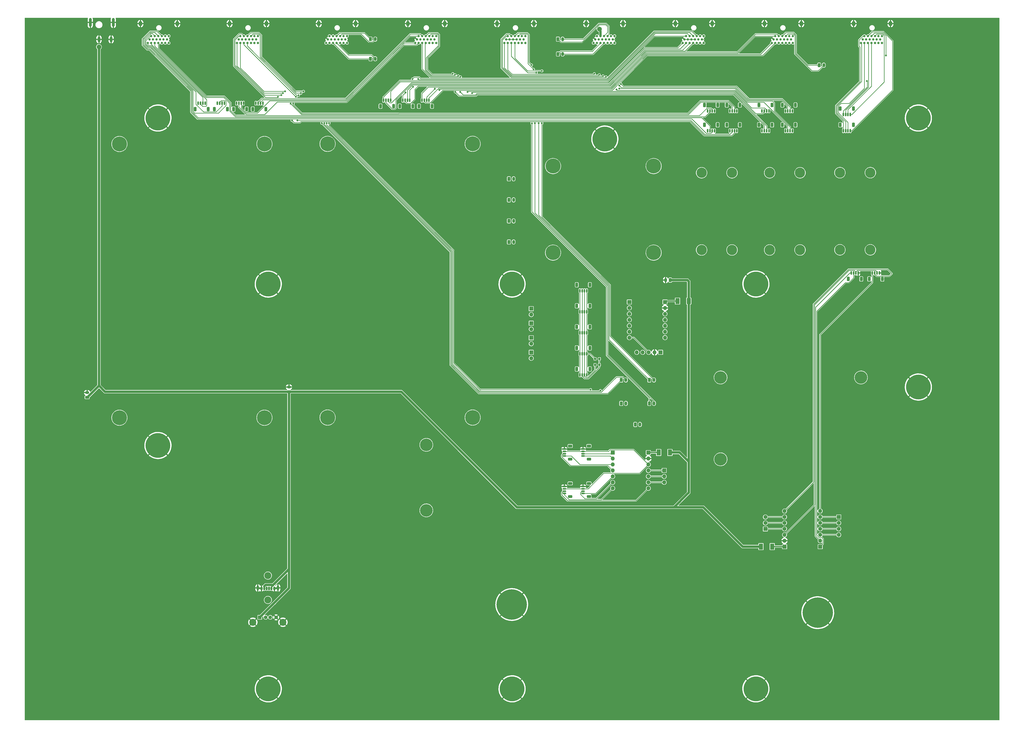
<source format=gbr>
%TF.GenerationSoftware,KiCad,Pcbnew,(6.0.5)*%
%TF.CreationDate,2022-12-30T15:28:44-07:00*%
%TF.ProjectId,Thermometry_Enclosure,54686572-6d6f-46d6-9574-72795f456e63,rev?*%
%TF.SameCoordinates,Original*%
%TF.FileFunction,Copper,L1,Top*%
%TF.FilePolarity,Positive*%
%FSLAX46Y46*%
G04 Gerber Fmt 4.6, Leading zero omitted, Abs format (unit mm)*
G04 Created by KiCad (PCBNEW (6.0.5)) date 2022-12-30 15:28:44*
%MOMM*%
%LPD*%
G01*
G04 APERTURE LIST*
G04 Aperture macros list*
%AMRoundRect*
0 Rectangle with rounded corners*
0 $1 Rounding radius*
0 $2 $3 $4 $5 $6 $7 $8 $9 X,Y pos of 4 corners*
0 Add a 4 corners polygon primitive as box body*
4,1,4,$2,$3,$4,$5,$6,$7,$8,$9,$2,$3,0*
0 Add four circle primitives for the rounded corners*
1,1,$1+$1,$2,$3*
1,1,$1+$1,$4,$5*
1,1,$1+$1,$6,$7*
1,1,$1+$1,$8,$9*
0 Add four rect primitives between the rounded corners*
20,1,$1+$1,$2,$3,$4,$5,0*
20,1,$1+$1,$4,$5,$6,$7,0*
20,1,$1+$1,$6,$7,$8,$9,0*
20,1,$1+$1,$8,$9,$2,$3,0*%
G04 Aperture macros list end*
%TA.AperFunction,ComponentPad*%
%ADD10C,1.000000*%
%TD*%
%TA.AperFunction,ComponentPad*%
%ADD11O,1.500000X2.200000*%
%TD*%
%TA.AperFunction,SMDPad,CuDef*%
%ADD12RoundRect,0.150000X0.150000X0.625000X-0.150000X0.625000X-0.150000X-0.625000X0.150000X-0.625000X0*%
%TD*%
%TA.AperFunction,SMDPad,CuDef*%
%ADD13RoundRect,0.250000X0.350000X0.650000X-0.350000X0.650000X-0.350000X-0.650000X0.350000X-0.650000X0*%
%TD*%
%TA.AperFunction,ComponentPad*%
%ADD14R,1.700000X1.700000*%
%TD*%
%TA.AperFunction,ComponentPad*%
%ADD15O,1.700000X1.700000*%
%TD*%
%TA.AperFunction,ComponentPad*%
%ADD16C,10.600000*%
%TD*%
%TA.AperFunction,ComponentPad*%
%ADD17C,6.400000*%
%TD*%
%TA.AperFunction,ComponentPad*%
%ADD18RoundRect,0.250000X-0.350000X-0.625000X0.350000X-0.625000X0.350000X0.625000X-0.350000X0.625000X0*%
%TD*%
%TA.AperFunction,ComponentPad*%
%ADD19O,1.200000X1.750000*%
%TD*%
%TA.AperFunction,SMDPad,CuDef*%
%ADD20RoundRect,0.150000X-0.150000X-0.625000X0.150000X-0.625000X0.150000X0.625000X-0.150000X0.625000X0*%
%TD*%
%TA.AperFunction,SMDPad,CuDef*%
%ADD21RoundRect,0.250000X-0.350000X-0.650000X0.350000X-0.650000X0.350000X0.650000X-0.350000X0.650000X0*%
%TD*%
%TA.AperFunction,ComponentPad*%
%ADD22C,4.400000*%
%TD*%
%TA.AperFunction,SMDPad,CuDef*%
%ADD23R,1.800000X2.540000*%
%TD*%
%TA.AperFunction,SMDPad,CuDef*%
%ADD24RoundRect,0.150000X-0.625000X0.150000X-0.625000X-0.150000X0.625000X-0.150000X0.625000X0.150000X0*%
%TD*%
%TA.AperFunction,SMDPad,CuDef*%
%ADD25RoundRect,0.250000X-0.650000X0.350000X-0.650000X-0.350000X0.650000X-0.350000X0.650000X0.350000X0*%
%TD*%
%TA.AperFunction,ComponentPad*%
%ADD26C,5.400000*%
%TD*%
%TA.AperFunction,ComponentPad*%
%ADD27RoundRect,0.250000X0.350000X0.625000X-0.350000X0.625000X-0.350000X-0.625000X0.350000X-0.625000X0*%
%TD*%
%TA.AperFunction,ComponentPad*%
%ADD28C,3.000000*%
%TD*%
%TA.AperFunction,ComponentPad*%
%ADD29O,1.000000X2.200000*%
%TD*%
%TA.AperFunction,ComponentPad*%
%ADD30O,0.800000X1.650000*%
%TD*%
%TA.AperFunction,ComponentPad*%
%ADD31O,0.820000X1.650000*%
%TD*%
%TA.AperFunction,ComponentPad*%
%ADD32O,1.020000X1.650000*%
%TD*%
%TA.AperFunction,SMDPad,CuDef*%
%ADD33RoundRect,0.237500X-0.250000X-0.237500X0.250000X-0.237500X0.250000X0.237500X-0.250000X0.237500X0*%
%TD*%
%TA.AperFunction,ComponentPad*%
%ADD34O,1.200000X3.800000*%
%TD*%
%TA.AperFunction,ComponentPad*%
%ADD35O,1.200000X2.500000*%
%TD*%
%TA.AperFunction,ComponentPad*%
%ADD36C,2.000000*%
%TD*%
%TA.AperFunction,ComponentPad*%
%ADD37C,13.000000*%
%TD*%
%TA.AperFunction,ComponentPad*%
%ADD38R,1.550000X1.524000*%
%TD*%
%TA.AperFunction,ComponentPad*%
%ADD39C,1.550000*%
%TD*%
%TA.AperFunction,ComponentPad*%
%ADD40RoundRect,0.250000X0.625000X-0.350000X0.625000X0.350000X-0.625000X0.350000X-0.625000X-0.350000X0*%
%TD*%
%TA.AperFunction,ComponentPad*%
%ADD41O,1.750000X1.200000*%
%TD*%
%TA.AperFunction,ViaPad*%
%ADD42C,0.800000*%
%TD*%
%TA.AperFunction,ViaPad*%
%ADD43C,2.000000*%
%TD*%
%TA.AperFunction,Conductor*%
%ADD44C,0.250000*%
%TD*%
%TA.AperFunction,Conductor*%
%ADD45C,1.000000*%
%TD*%
%TA.AperFunction,Conductor*%
%ADD46C,0.500000*%
%TD*%
G04 APERTURE END LIST*
D10*
%TO.P,J1,1,D2+*%
%TO.N,Net-(J1-Pad1)*%
X20640000Y-2950000D03*
%TO.P,J1,2,D2S*%
%TO.N,GND*%
X21390000Y-1450000D03*
%TO.P,J1,3,D2-*%
%TO.N,Net-(J1-Pad3)*%
X22140000Y-2950000D03*
%TO.P,J1,4,D1+*%
%TO.N,Net-(J1-Pad4)*%
X22140000Y50000D03*
%TO.P,J1,5,D1S*%
%TO.N,GND*%
X22890000Y-1450000D03*
%TO.P,J1,6,D1-*%
%TO.N,Net-(J1-Pad6)*%
X23640000Y50000D03*
%TO.P,J1,7,D0+*%
%TO.N,Net-(J1-Pad7)*%
X23640000Y-2950000D03*
%TO.P,J1,8,D0S*%
%TO.N,GND*%
X24390000Y-1450000D03*
%TO.P,J1,9,D0-*%
%TO.N,Net-(J1-Pad9)*%
X25140000Y-2950000D03*
%TO.P,J1,10,CK+*%
%TO.N,Net-(J1-Pad10)*%
X25140000Y50000D03*
%TO.P,J1,11,CKS*%
%TO.N,GND*%
X25890000Y-1450000D03*
%TO.P,J1,12,CK-*%
%TO.N,Net-(J1-Pad12)*%
X26640000Y50000D03*
%TO.P,J1,13,CEC*%
%TO.N,unconnected-(J1-Pad13)*%
X26640000Y-2950000D03*
%TO.P,J1,14,UTILITY/HEAC+*%
%TO.N,unconnected-(J1-Pad14)*%
X27390000Y-1450000D03*
%TO.P,J1,15,SCL*%
%TO.N,unconnected-(J1-Pad15)*%
X28140000Y-2950000D03*
%TO.P,J1,16,SDA*%
%TO.N,unconnected-(J1-Pad16)*%
X28140000Y50000D03*
%TO.P,J1,17,GND*%
%TO.N,GND*%
X28890000Y-1450000D03*
%TO.P,J1,18,+5V*%
%TO.N,unconnected-(J1-Pad18)*%
X29640000Y50000D03*
%TO.P,J1,19,HPD/HEAC-*%
%TO.N,unconnected-(J1-Pad19)*%
X29640000Y-2950000D03*
D11*
%TO.P,J1,SH,SH*%
%TO.N,GND*%
X33260000Y5350000D03*
X17540000Y5350000D03*
%TD*%
D10*
%TO.P,J9,1,D2+*%
%TO.N,Net-(J37-Pad2)*%
X325440000Y-2950000D03*
%TO.P,J9,2,D2S*%
%TO.N,GND*%
X326190000Y-1450000D03*
%TO.P,J9,3,D2-*%
%TO.N,Net-(J37-Pad3)*%
X326940000Y-2950000D03*
%TO.P,J9,4,D1+*%
%TO.N,Net-(J37-Pad1)*%
X326940000Y50000D03*
%TO.P,J9,5,D1S*%
%TO.N,GND*%
X327690000Y-1450000D03*
%TO.P,J9,6,D1-*%
%TO.N,Net-(J37-Pad4)*%
X328440000Y50000D03*
%TO.P,J9,7,D0+*%
%TO.N,Net-(J42-Pad2)*%
X328440000Y-2950000D03*
%TO.P,J9,8,D0S*%
%TO.N,GND*%
X329190000Y-1450000D03*
%TO.P,J9,9,D0-*%
%TO.N,Net-(J42-Pad3)*%
X329940000Y-2950000D03*
%TO.P,J9,10,CK+*%
%TO.N,Net-(J42-Pad1)*%
X329940000Y50000D03*
%TO.P,J9,11,CKS*%
%TO.N,GND*%
X330690000Y-1450000D03*
%TO.P,J9,12,CK-*%
%TO.N,Net-(J42-Pad4)*%
X331440000Y50000D03*
%TO.P,J9,13,CEC*%
%TO.N,unconnected-(J9-Pad13)*%
X331440000Y-2950000D03*
%TO.P,J9,14,UTILITY/HEAC+*%
%TO.N,unconnected-(J9-Pad14)*%
X332190000Y-1450000D03*
%TO.P,J9,15,SCL*%
%TO.N,unconnected-(J9-Pad15)*%
X332940000Y-2950000D03*
%TO.P,J9,16,SDA*%
%TO.N,unconnected-(J9-Pad16)*%
X332940000Y50000D03*
%TO.P,J9,17,GND*%
%TO.N,GND*%
X333690000Y-1450000D03*
%TO.P,J9,18,+5V*%
%TO.N,unconnected-(J9-Pad18)*%
X334440000Y50000D03*
%TO.P,J9,19,HPD/HEAC-*%
%TO.N,unconnected-(J9-Pad19)*%
X334440000Y-2950000D03*
D11*
%TO.P,J9,SH,SH*%
%TO.N,GND*%
X338060000Y5350000D03*
X322340000Y5350000D03*
%TD*%
D10*
%TO.P,J8,1,D2+*%
%TO.N,Net-(J27-Pad2)*%
X287340000Y-2950000D03*
%TO.P,J8,2,D2S*%
%TO.N,GND*%
X288090000Y-1450000D03*
%TO.P,J8,3,D2-*%
%TO.N,Net-(J27-Pad3)*%
X288840000Y-2950000D03*
%TO.P,J8,4,D1+*%
%TO.N,Net-(J27-Pad1)*%
X288840000Y50000D03*
%TO.P,J8,5,D1S*%
%TO.N,GND*%
X289590000Y-1450000D03*
%TO.P,J8,6,D1-*%
%TO.N,Net-(J27-Pad4)*%
X290340000Y50000D03*
%TO.P,J8,7,D0+*%
%TO.N,Net-(J30-Pad1)*%
X290340000Y-2950000D03*
%TO.P,J8,8,D0S*%
%TO.N,GND*%
X291090000Y-1450000D03*
%TO.P,J8,9,D0-*%
%TO.N,Net-(J30-Pad2)*%
X291840000Y-2950000D03*
%TO.P,J8,10,CK+*%
%TO.N,Net-(J32-Pad1)*%
X291840000Y50000D03*
%TO.P,J8,11,CKS*%
%TO.N,GND*%
X292590000Y-1450000D03*
%TO.P,J8,12,CK-*%
%TO.N,Net-(J32-Pad2)*%
X293340000Y50000D03*
%TO.P,J8,13,CEC*%
%TO.N,unconnected-(J8-Pad13)*%
X293340000Y-2950000D03*
%TO.P,J8,14,UTILITY/HEAC+*%
%TO.N,unconnected-(J8-Pad14)*%
X294090000Y-1450000D03*
%TO.P,J8,15,SCL*%
%TO.N,unconnected-(J8-Pad15)*%
X294840000Y-2950000D03*
%TO.P,J8,16,SDA*%
%TO.N,unconnected-(J8-Pad16)*%
X294840000Y50000D03*
%TO.P,J8,17,GND*%
%TO.N,GND*%
X295590000Y-1450000D03*
%TO.P,J8,18,+5V*%
%TO.N,unconnected-(J8-Pad18)*%
X296340000Y50000D03*
%TO.P,J8,19,HPD/HEAC-*%
%TO.N,unconnected-(J8-Pad19)*%
X296340000Y-2950000D03*
D11*
%TO.P,J8,SH,SH*%
%TO.N,GND*%
X299960000Y5350000D03*
X284240000Y5350000D03*
%TD*%
D10*
%TO.P,J7,1,D2+*%
%TO.N,Net-(J16-Pad2)*%
X249240000Y-2950000D03*
%TO.P,J7,2,D2S*%
%TO.N,GND*%
X249990000Y-1450000D03*
%TO.P,J7,3,D2-*%
%TO.N,Net-(J16-Pad3)*%
X250740000Y-2950000D03*
%TO.P,J7,4,D1+*%
%TO.N,Net-(J16-Pad1)*%
X250740000Y50000D03*
%TO.P,J7,5,D1S*%
%TO.N,GND*%
X251490000Y-1450000D03*
%TO.P,J7,6,D1-*%
%TO.N,Net-(J16-Pad4)*%
X252240000Y50000D03*
%TO.P,J7,7,D0+*%
%TO.N,Net-(J20-Pad2)*%
X252240000Y-2950000D03*
%TO.P,J7,8,D0S*%
%TO.N,GND*%
X252990000Y-1450000D03*
%TO.P,J7,9,D0-*%
%TO.N,Net-(J20-Pad3)*%
X253740000Y-2950000D03*
%TO.P,J7,10,CK+*%
%TO.N,Net-(J20-Pad1)*%
X253740000Y50000D03*
%TO.P,J7,11,CKS*%
%TO.N,GND*%
X254490000Y-1450000D03*
%TO.P,J7,12,CK-*%
%TO.N,Net-(J20-Pad4)*%
X255240000Y50000D03*
%TO.P,J7,13,CEC*%
%TO.N,unconnected-(J7-Pad13)*%
X255240000Y-2950000D03*
%TO.P,J7,14,UTILITY/HEAC+*%
%TO.N,unconnected-(J7-Pad14)*%
X255990000Y-1450000D03*
%TO.P,J7,15,SCL*%
%TO.N,unconnected-(J7-Pad15)*%
X256740000Y-2950000D03*
%TO.P,J7,16,SDA*%
%TO.N,unconnected-(J7-Pad16)*%
X256740000Y50000D03*
%TO.P,J7,17,GND*%
%TO.N,GND*%
X257490000Y-1450000D03*
%TO.P,J7,18,+5V*%
%TO.N,unconnected-(J7-Pad18)*%
X258240000Y50000D03*
%TO.P,J7,19,HPD/HEAC-*%
%TO.N,unconnected-(J7-Pad19)*%
X258240000Y-2950000D03*
D11*
%TO.P,J7,SH,SH*%
%TO.N,GND*%
X261860000Y5350000D03*
X246140000Y5350000D03*
%TD*%
%TO.P,J6,SH,SH*%
%TO.N,GND*%
X208040000Y5350000D03*
X223760000Y5350000D03*
D10*
%TO.P,J6,19,HPD/HEAC-*%
%TO.N,unconnected-(J6-Pad19)*%
X220140000Y-2950000D03*
%TO.P,J6,18,+5V*%
%TO.N,unconnected-(J6-Pad18)*%
X220140000Y50000D03*
%TO.P,J6,17,GND*%
%TO.N,GND*%
X219390000Y-1450000D03*
%TO.P,J6,16,SDA*%
%TO.N,unconnected-(J6-Pad16)*%
X218640000Y50000D03*
%TO.P,J6,15,SCL*%
%TO.N,unconnected-(J6-Pad15)*%
X218640000Y-2950000D03*
%TO.P,J6,14,UTILITY/HEAC+*%
%TO.N,unconnected-(J6-Pad14)*%
X217890000Y-1450000D03*
%TO.P,J6,13,CEC*%
%TO.N,unconnected-(J6-Pad13)*%
X217140000Y-2950000D03*
%TO.P,J6,12,CK-*%
%TO.N,Net-(J45-Pad2)*%
X217140000Y50000D03*
%TO.P,J6,11,CKS*%
%TO.N,GND*%
X216390000Y-1450000D03*
%TO.P,J6,10,CK+*%
%TO.N,Net-(J45-Pad1)*%
X215640000Y50000D03*
%TO.P,J6,9,D0-*%
%TO.N,Net-(J43-Pad2)*%
X215640000Y-2950000D03*
%TO.P,J6,8,D0S*%
%TO.N,GND*%
X214890000Y-1450000D03*
%TO.P,J6,7,D0+*%
%TO.N,Net-(J43-Pad1)*%
X214140000Y-2950000D03*
%TO.P,J6,6,D1-*%
%TO.N,Net-(J40-Pad2)*%
X214140000Y50000D03*
%TO.P,J6,5,D1S*%
%TO.N,GND*%
X213390000Y-1450000D03*
%TO.P,J6,4,D1+*%
%TO.N,Net-(J40-Pad1)*%
X212640000Y50000D03*
%TO.P,J6,3,D2-*%
%TO.N,Net-(J38-Pad2)*%
X212640000Y-2950000D03*
%TO.P,J6,2,D2S*%
%TO.N,GND*%
X211890000Y-1450000D03*
%TO.P,J6,1,D2+*%
%TO.N,Net-(J38-Pad1)*%
X211140000Y-2950000D03*
%TD*%
%TO.P,J5,1,D2+*%
%TO.N,Net-(J26-Pad2)*%
X173040000Y-2950000D03*
%TO.P,J5,2,D2S*%
%TO.N,GND*%
X173790000Y-1450000D03*
%TO.P,J5,3,D2-*%
%TO.N,Net-(J26-Pad3)*%
X174540000Y-2950000D03*
%TO.P,J5,4,D1+*%
%TO.N,Net-(J29-Pad2)*%
X174540000Y50000D03*
%TO.P,J5,5,D1S*%
%TO.N,GND*%
X175290000Y-1450000D03*
%TO.P,J5,6,D1-*%
%TO.N,Net-(J29-Pad3)*%
X176040000Y50000D03*
%TO.P,J5,7,D0+*%
%TO.N,Net-(J33-Pad1)*%
X176040000Y-2950000D03*
%TO.P,J5,8,D0S*%
%TO.N,GND*%
X176790000Y-1450000D03*
%TO.P,J5,9,D0-*%
%TO.N,Net-(J33-Pad2)*%
X177540000Y-2950000D03*
%TO.P,J5,10,CK+*%
%TO.N,Net-(J35-Pad1)*%
X177540000Y50000D03*
%TO.P,J5,11,CKS*%
%TO.N,GND*%
X178290000Y-1450000D03*
%TO.P,J5,12,CK-*%
%TO.N,Net-(J35-Pad2)*%
X179040000Y50000D03*
%TO.P,J5,13,CEC*%
%TO.N,unconnected-(J5-Pad13)*%
X179040000Y-2950000D03*
%TO.P,J5,14,UTILITY/HEAC+*%
%TO.N,unconnected-(J5-Pad14)*%
X179790000Y-1450000D03*
%TO.P,J5,15,SCL*%
%TO.N,unconnected-(J5-Pad15)*%
X180540000Y-2950000D03*
%TO.P,J5,16,SDA*%
%TO.N,unconnected-(J5-Pad16)*%
X180540000Y50000D03*
%TO.P,J5,17,GND*%
%TO.N,GND*%
X181290000Y-1450000D03*
%TO.P,J5,18,+5V*%
%TO.N,unconnected-(J5-Pad18)*%
X182040000Y50000D03*
%TO.P,J5,19,HPD/HEAC-*%
%TO.N,unconnected-(J5-Pad19)*%
X182040000Y-2950000D03*
D11*
%TO.P,J5,SH,SH*%
%TO.N,GND*%
X185660000Y5350000D03*
X169940000Y5350000D03*
%TD*%
D10*
%TO.P,J4,1,D2+*%
%TO.N,Net-(J17-Pad2)*%
X134940000Y-2950000D03*
%TO.P,J4,2,D2S*%
%TO.N,GND*%
X135690000Y-1450000D03*
%TO.P,J4,3,D2-*%
%TO.N,Net-(J17-Pad3)*%
X136440000Y-2950000D03*
%TO.P,J4,4,D1+*%
%TO.N,Net-(J19-Pad2)*%
X136440000Y50000D03*
%TO.P,J4,5,D1S*%
%TO.N,GND*%
X137190000Y-1450000D03*
%TO.P,J4,6,D1-*%
%TO.N,Net-(J19-Pad3)*%
X137940000Y50000D03*
%TO.P,J4,7,D0+*%
%TO.N,Net-(J22-Pad2)*%
X137940000Y-2950000D03*
%TO.P,J4,8,D0S*%
%TO.N,GND*%
X138690000Y-1450000D03*
%TO.P,J4,9,D0-*%
%TO.N,Net-(J22-Pad3)*%
X139440000Y-2950000D03*
%TO.P,J4,10,CK+*%
%TO.N,Net-(J24-Pad2)*%
X139440000Y50000D03*
%TO.P,J4,11,CKS*%
%TO.N,GND*%
X140190000Y-1450000D03*
%TO.P,J4,12,CK-*%
%TO.N,Net-(J24-Pad3)*%
X140940000Y50000D03*
%TO.P,J4,13,CEC*%
%TO.N,unconnected-(J4-Pad13)*%
X140940000Y-2950000D03*
%TO.P,J4,14,UTILITY/HEAC+*%
%TO.N,unconnected-(J4-Pad14)*%
X141690000Y-1450000D03*
%TO.P,J4,15,SCL*%
%TO.N,unconnected-(J4-Pad15)*%
X142440000Y-2950000D03*
%TO.P,J4,16,SDA*%
%TO.N,unconnected-(J4-Pad16)*%
X142440000Y50000D03*
%TO.P,J4,17,GND*%
%TO.N,GND*%
X143190000Y-1450000D03*
%TO.P,J4,18,+5V*%
%TO.N,unconnected-(J4-Pad18)*%
X143940000Y50000D03*
%TO.P,J4,19,HPD/HEAC-*%
%TO.N,unconnected-(J4-Pad19)*%
X143940000Y-2950000D03*
D11*
%TO.P,J4,SH,SH*%
%TO.N,GND*%
X147560000Y5350000D03*
X131840000Y5350000D03*
%TD*%
D10*
%TO.P,J3,1,D2+*%
%TO.N,Net-(J3-Pad1)*%
X96840000Y-2950000D03*
%TO.P,J3,2,D2S*%
%TO.N,GND*%
X97590000Y-1450000D03*
%TO.P,J3,3,D2-*%
%TO.N,Net-(J3-Pad3)*%
X98340000Y-2950000D03*
%TO.P,J3,4,D1+*%
%TO.N,Net-(J3-Pad4)*%
X98340000Y50000D03*
%TO.P,J3,5,D1S*%
%TO.N,GND*%
X99090000Y-1450000D03*
%TO.P,J3,6,D1-*%
%TO.N,Net-(J3-Pad6)*%
X99840000Y50000D03*
%TO.P,J3,7,D0+*%
%TO.N,Net-(J3-Pad7)*%
X99840000Y-2950000D03*
%TO.P,J3,8,D0S*%
%TO.N,GND*%
X100590000Y-1450000D03*
%TO.P,J3,9,D0-*%
%TO.N,Net-(J3-Pad9)*%
X101340000Y-2950000D03*
%TO.P,J3,10,CK+*%
%TO.N,Net-(J3-Pad10)*%
X101340000Y50000D03*
%TO.P,J3,11,CKS*%
%TO.N,GND*%
X102090000Y-1450000D03*
%TO.P,J3,12,CK-*%
%TO.N,Net-(J3-Pad12)*%
X102840000Y50000D03*
%TO.P,J3,13,CEC*%
%TO.N,unconnected-(J3-Pad13)*%
X102840000Y-2950000D03*
%TO.P,J3,14,UTILITY/HEAC+*%
%TO.N,unconnected-(J3-Pad14)*%
X103590000Y-1450000D03*
%TO.P,J3,15,SCL*%
%TO.N,unconnected-(J3-Pad15)*%
X104340000Y-2950000D03*
%TO.P,J3,16,SDA*%
%TO.N,unconnected-(J3-Pad16)*%
X104340000Y50000D03*
%TO.P,J3,17,GND*%
%TO.N,GND*%
X105090000Y-1450000D03*
%TO.P,J3,18,+5V*%
%TO.N,unconnected-(J3-Pad18)*%
X105840000Y50000D03*
%TO.P,J3,19,HPD/HEAC-*%
%TO.N,unconnected-(J3-Pad19)*%
X105840000Y-2950000D03*
D11*
%TO.P,J3,SH,SH*%
%TO.N,GND*%
X109460000Y5350000D03*
X93740000Y5350000D03*
%TD*%
%TO.P,J2,SH,SH*%
%TO.N,GND*%
X55640000Y5350000D03*
X71360000Y5350000D03*
D10*
%TO.P,J2,19,HPD/HEAC-*%
%TO.N,unconnected-(J2-Pad19)*%
X67740000Y-2950000D03*
%TO.P,J2,18,+5V*%
%TO.N,unconnected-(J2-Pad18)*%
X67740000Y50000D03*
%TO.P,J2,17,GND*%
%TO.N,GND*%
X66990000Y-1450000D03*
%TO.P,J2,16,SDA*%
%TO.N,unconnected-(J2-Pad16)*%
X66240000Y50000D03*
%TO.P,J2,15,SCL*%
%TO.N,unconnected-(J2-Pad15)*%
X66240000Y-2950000D03*
%TO.P,J2,14,UTILITY/HEAC+*%
%TO.N,unconnected-(J2-Pad14)*%
X65490000Y-1450000D03*
%TO.P,J2,13,CEC*%
%TO.N,unconnected-(J2-Pad13)*%
X64740000Y-2950000D03*
%TO.P,J2,12,CK-*%
%TO.N,Net-(J2-Pad12)*%
X64740000Y50000D03*
%TO.P,J2,11,CKS*%
%TO.N,GND*%
X63990000Y-1450000D03*
%TO.P,J2,10,CK+*%
%TO.N,Net-(J2-Pad10)*%
X63240000Y50000D03*
%TO.P,J2,9,D0-*%
%TO.N,Net-(J2-Pad9)*%
X63240000Y-2950000D03*
%TO.P,J2,8,D0S*%
%TO.N,GND*%
X62490000Y-1450000D03*
%TO.P,J2,7,D0+*%
%TO.N,Net-(J2-Pad7)*%
X61740000Y-2950000D03*
%TO.P,J2,6,D1-*%
%TO.N,Net-(J2-Pad6)*%
X61740000Y50000D03*
%TO.P,J2,5,D1S*%
%TO.N,GND*%
X60990000Y-1450000D03*
%TO.P,J2,4,D1+*%
%TO.N,Net-(J2-Pad4)*%
X60240000Y50000D03*
%TO.P,J2,3,D2-*%
%TO.N,Net-(J2-Pad3)*%
X60240000Y-2950000D03*
%TO.P,J2,2,D2S*%
%TO.N,GND*%
X59490000Y-1450000D03*
%TO.P,J2,1,D2+*%
%TO.N,Net-(J2-Pad1)*%
X58740000Y-2950000D03*
%TD*%
D12*
%TO.P,J20,1,gnd*%
%TO.N,Net-(J20-Pad1)*%
X132630000Y-27425000D03*
%TO.P,J20,2,VCC*%
%TO.N,Net-(J20-Pad2)*%
X131630000Y-27425000D03*
%TO.P,J20,3,SDA*%
%TO.N,Net-(J20-Pad3)*%
X130630000Y-27425000D03*
%TO.P,J20,4,SCL*%
%TO.N,Net-(J20-Pad4)*%
X129630000Y-27425000D03*
D13*
%TO.P,J20,MP*%
%TO.N,N/C*%
X133930000Y-29950000D03*
X128330000Y-29950000D03*
%TD*%
D14*
%TO.P,J50,1,Pin_1*%
%TO.N,/GPIO29*%
X184550000Y-116500000D03*
D15*
%TO.P,J50,2,Pin_2*%
%TO.N,/GPIO28*%
X184550000Y-119040000D03*
%TD*%
D16*
%TO.P,H39,1,1*%
%TO.N,GND*%
X25000000Y-35000000D03*
%TD*%
%TO.P,H38,1,1*%
%TO.N,GND*%
X25000000Y-175000000D03*
%TD*%
D17*
%TO.P,H8,1*%
%TO.N,N/C*%
X70525000Y-163125000D03*
%TD*%
D18*
%TO.P,J38,1,Pin_1*%
%TO.N,Net-(J38-Pad1)*%
X175000000Y-79000000D03*
D19*
%TO.P,J38,2,Pin_2*%
%TO.N,Net-(J38-Pad2)*%
X177000000Y-79000000D03*
%TD*%
D20*
%TO.P,J62,1,gnd*%
%TO.N,Net-(J62-Pad1)*%
X205300000Y-144825000D03*
%TO.P,J62,2,VCC*%
%TO.N,Net-(J62-Pad2)*%
X206300000Y-144825000D03*
%TO.P,J62,3,SDA*%
%TO.N,Net-(J62-Pad3)*%
X207300000Y-144825000D03*
%TO.P,J62,4,SCL*%
%TO.N,Net-(J62-Pad4)*%
X208300000Y-144825000D03*
D21*
%TO.P,J62,MP*%
%TO.N,N/C*%
X204000000Y-142300000D03*
X209600000Y-142300000D03*
%TD*%
D17*
%TO.P,H7,1*%
%TO.N,N/C*%
X70525000Y-46125000D03*
%TD*%
%TO.P,H13,1*%
%TO.N,N/C*%
X193855000Y-55555000D03*
%TD*%
D22*
%TO.P,H25,1*%
%TO.N,N/C*%
X257354000Y-91416000D03*
%TD*%
D17*
%TO.P,H5,1*%
%TO.N,N/C*%
X8525000Y-46125000D03*
%TD*%
D20*
%TO.P,J66,1,gnd*%
%TO.N,Net-(J62-Pad1)*%
X205300000Y-108825000D03*
%TO.P,J66,2,VCC*%
%TO.N,Net-(J62-Pad2)*%
X206300000Y-108825000D03*
%TO.P,J66,3,SDA*%
%TO.N,Net-(J62-Pad3)*%
X207300000Y-108825000D03*
%TO.P,J66,4,SCL*%
%TO.N,Net-(J62-Pad4)*%
X208300000Y-108825000D03*
D21*
%TO.P,J66,MP*%
%TO.N,N/C*%
X209600000Y-106300000D03*
X204000000Y-106300000D03*
%TD*%
D18*
%TO.P,J43,1,Pin_1*%
%TO.N,Net-(J43-Pad1)*%
X195960000Y-7663000D03*
D19*
%TO.P,J43,2,Pin_2*%
%TO.N,Net-(J43-Pad2)*%
X197960000Y-7663000D03*
%TD*%
D17*
%TO.P,H14,1*%
%TO.N,N/C*%
X236855000Y-55555000D03*
%TD*%
D14*
%TO.P,J53,1,Pin_1*%
%TO.N,Net-(J53-Pad1)*%
X315975000Y-205544000D03*
D15*
%TO.P,J53,2,Pin_2*%
%TO.N,Net-(J53-Pad2)*%
X315975000Y-208084000D03*
%TO.P,J53,3,Pin_3*%
%TO.N,Net-(J53-Pad3)*%
X315975000Y-210624000D03*
%TO.P,J53,4,Pin_4*%
%TO.N,Net-(J53-Pad4)*%
X315975000Y-213164000D03*
%TD*%
D20*
%TO.P,J63,1,gnd*%
%TO.N,Net-(J62-Pad1)*%
X205300000Y-135825000D03*
%TO.P,J63,2,VCC*%
%TO.N,Net-(J62-Pad2)*%
X206300000Y-135825000D03*
%TO.P,J63,3,SDA*%
%TO.N,Net-(J62-Pad3)*%
X207300000Y-135825000D03*
%TO.P,J63,4,SCL*%
%TO.N,Net-(J62-Pad4)*%
X208300000Y-135825000D03*
D21*
%TO.P,J63,MP*%
%TO.N,N/C*%
X204000000Y-133300000D03*
X209600000Y-133300000D03*
%TD*%
D14*
%TO.P,J57,1,Pin_1*%
%TO.N,Net-(D2-Pad2)*%
X241710000Y-113660000D03*
D15*
%TO.P,J57,2,Pin_2*%
%TO.N,GND*%
X241710000Y-116200000D03*
%TO.P,J57,3,Pin_3*%
%TO.N,/LPH 3.3V*%
X241710000Y-118740000D03*
%TO.P,J57,4,Pin_4*%
%TO.N,/GPIO3*%
X241710000Y-121280000D03*
%TO.P,J57,5,Pin_5*%
%TO.N,/GPIO4*%
X241710000Y-123820000D03*
%TO.P,J57,6,Pin_6*%
%TO.N,/SCK (GPIO6)*%
X241710000Y-126360000D03*
%TO.P,J57,7,Pin_7*%
%TO.N,/RX (GPIO 5)*%
X241710000Y-128900000D03*
%TD*%
D20*
%TO.P,J65,1,gnd*%
%TO.N,Net-(J62-Pad1)*%
X205300000Y-117825000D03*
%TO.P,J65,2,VCC*%
%TO.N,Net-(J62-Pad2)*%
X206300000Y-117825000D03*
%TO.P,J65,3,SDA*%
%TO.N,Net-(J62-Pad3)*%
X207300000Y-117825000D03*
%TO.P,J65,4,SCL*%
%TO.N,Net-(J62-Pad4)*%
X208300000Y-117825000D03*
D21*
%TO.P,J65,MP*%
%TO.N,N/C*%
X204000000Y-115300000D03*
X209600000Y-115300000D03*
%TD*%
D17*
%TO.P,H6,1*%
%TO.N,N/C*%
X8525000Y-163125000D03*
%TD*%
%TO.P,H3,1*%
%TO.N,N/C*%
X159497000Y-46055000D03*
%TD*%
D16*
%TO.P,H37,1,1*%
%TO.N,GND*%
X72150000Y-106000000D03*
%TD*%
D20*
%TO.P,J64,1,gnd*%
%TO.N,Net-(J62-Pad1)*%
X205300000Y-126825000D03*
%TO.P,J64,2,VCC*%
%TO.N,Net-(J62-Pad2)*%
X206300000Y-126825000D03*
%TO.P,J64,3,SDA*%
%TO.N,Net-(J62-Pad3)*%
X207300000Y-126825000D03*
%TO.P,J64,4,SCL*%
%TO.N,Net-(J62-Pad4)*%
X208300000Y-126825000D03*
D21*
%TO.P,J64,MP*%
%TO.N,N/C*%
X204000000Y-124300000D03*
X209600000Y-124300000D03*
%TD*%
D22*
%TO.P,H17,1*%
%TO.N,N/C*%
X286424000Y-91416000D03*
%TD*%
D18*
%TO.P,J36,1,Pin_1*%
%TO.N,Net-(J2-Pad10)*%
X223000000Y-157000000D03*
D19*
%TO.P,J36,2,Pin_2*%
%TO.N,Net-(J2-Pad12)*%
X225000000Y-157000000D03*
%TD*%
D23*
%TO.P,D3,1,K*%
%TO.N,+5V*%
X282725000Y-218225000D03*
%TO.P,D3,2,A*%
%TO.N,Net-(D3-Pad2)*%
X287525000Y-218225000D03*
%TD*%
D16*
%TO.P,H40,1,1*%
%TO.N,GND*%
X216000000Y-44000000D03*
%TD*%
D22*
%TO.P,H28,1*%
%TO.N,N/C*%
X316474000Y-91365999D03*
%TD*%
D24*
%TO.P,J10,1,gnd*%
%TO.N,GND*%
X198675000Y-192500000D03*
%TO.P,J10,2,VCC*%
%TO.N,/3.3V_Lockin*%
X198675000Y-193500000D03*
%TO.P,J10,3,SDA*%
%TO.N,/L_RX 1*%
X198675000Y-194500000D03*
%TO.P,J10,4,SCL*%
%TO.N,/L_TX 1*%
X198675000Y-195500000D03*
D25*
%TO.P,J10,MP*%
%TO.N,N/C*%
X201200000Y-196800000D03*
X201200000Y-191200000D03*
%TD*%
D26*
%TO.P,H9,1*%
%TO.N,N/C*%
X139706000Y-174715000D03*
%TD*%
D17*
%TO.P,H1,1*%
%TO.N,N/C*%
X97497000Y-163055000D03*
%TD*%
D24*
%TO.P,J11,1,gnd*%
%TO.N,GND*%
X206675000Y-192500000D03*
%TO.P,J11,2,VCC*%
%TO.N,/3.3V_Lockin*%
X206675000Y-193500000D03*
%TO.P,J11,3,SDA*%
%TO.N,/Mux 1 B*%
X206675000Y-194500000D03*
%TO.P,J11,4,SCL*%
%TO.N,/Mux 1 A*%
X206675000Y-195500000D03*
D25*
%TO.P,J11,MP*%
%TO.N,N/C*%
X209200000Y-191200000D03*
X209200000Y-196800000D03*
%TD*%
D17*
%TO.P,H2,1*%
%TO.N,N/C*%
X159497000Y-163055000D03*
%TD*%
D14*
%TO.P,J52,1,Pin_1*%
%TO.N,/GPIO24*%
X184550000Y-128950000D03*
D15*
%TO.P,J52,2,Pin_2*%
%TO.N,/GPIO25*%
X184550000Y-131490000D03*
%TD*%
D18*
%TO.P,J39,1,Pin_1*%
%TO.N,Net-(J3-Pad1)*%
X175000000Y-61000000D03*
D19*
%TO.P,J39,2,Pin_2*%
%TO.N,Net-(J3-Pad3)*%
X177000000Y-61000000D03*
%TD*%
D24*
%TO.P,J13,1,gnd*%
%TO.N,GND*%
X198675000Y-176500000D03*
%TO.P,J13,2,VCC*%
%TO.N,/3.3V_Lockin*%
X198675000Y-177500000D03*
%TO.P,J13,3,SDA*%
%TO.N,/Mux 0 B*%
X198675000Y-178500000D03*
%TO.P,J13,4,SCL*%
%TO.N,/Mux 0 A*%
X198675000Y-179500000D03*
D25*
%TO.P,J13,MP*%
%TO.N,N/C*%
X201200000Y-175200000D03*
X201200000Y-180800000D03*
%TD*%
D14*
%TO.P,J48,1,Pin_1*%
%TO.N,/L_GPIO3*%
X241375000Y-185648000D03*
D15*
%TO.P,J48,2,Pin_2*%
%TO.N,/L_GPO4*%
X241375000Y-188188000D03*
%TO.P,J48,3,Pin_3*%
%TO.N,/L_GPIO6*%
X241375000Y-190728000D03*
%TD*%
D27*
%TO.P,J68,1,Pin_1*%
%TO.N,+5V*%
X243950000Y-104300000D03*
D19*
%TO.P,J68,2,Pin_2*%
%TO.N,GND*%
X241950000Y-104300000D03*
%TD*%
D18*
%TO.P,J33,1,Pin_1*%
%TO.N,Net-(J33-Pad1)*%
X235000000Y-147000000D03*
D19*
%TO.P,J33,2,Pin_2*%
%TO.N,Net-(J33-Pad2)*%
X237000000Y-147000000D03*
%TD*%
D26*
%TO.P,H21,1*%
%TO.N,N/C*%
X265463000Y-145910000D03*
%TD*%
D18*
%TO.P,J34,1,Pin_1*%
%TO.N,Net-(J2-Pad7)*%
X223000000Y-147000000D03*
D19*
%TO.P,J34,2,Pin_2*%
%TO.N,Net-(J2-Pad9)*%
X225000000Y-147000000D03*
%TD*%
D18*
%TO.P,J35,1,Pin_1*%
%TO.N,Net-(J35-Pad1)*%
X235000000Y-157000000D03*
D19*
%TO.P,J35,2,Pin_2*%
%TO.N,Net-(J35-Pad2)*%
X237000000Y-157000000D03*
%TD*%
D28*
%TO.P,USB1,0*%
%TO.N,N/C*%
X72000000Y-230595000D03*
X72000000Y-241009000D03*
D29*
%TO.P,USB1,7,EH*%
%TO.N,GND*%
X76320000Y-235897000D03*
%TO.P,USB1,8,EH*%
X67680000Y-235897000D03*
D30*
%TO.P,USB1,A5,CC1*%
%TO.N,unconnected-(USB1-PadA5)*%
X71500000Y-236102000D03*
D31*
%TO.P,USB1,A9,VBUS*%
%TO.N,+5V*%
X73520000Y-236102000D03*
D32*
%TO.P,USB1,A12,GND*%
%TO.N,GND*%
X74750000Y-236102000D03*
D30*
%TO.P,USB1,B5,CC2*%
%TO.N,unconnected-(USB1-PadB5)*%
X72500000Y-236102000D03*
D31*
%TO.P,USB1,B9,VBUS*%
%TO.N,+5V*%
X70480000Y-236102000D03*
D32*
%TO.P,USB1,B12,GND*%
%TO.N,GND*%
X69250000Y-236102000D03*
%TD*%
D17*
%TO.P,H4,1*%
%TO.N,N/C*%
X97497000Y-46055000D03*
%TD*%
D14*
%TO.P,J60,1,Pin_1*%
%TO.N,/GPIO3*%
X184550000Y-135175000D03*
D15*
%TO.P,J60,2,Pin_2*%
%TO.N,/GPIO4*%
X184550000Y-137715000D03*
%TD*%
D22*
%TO.P,H24,1*%
%TO.N,N/C*%
X270354000Y-91416000D03*
%TD*%
D16*
%TO.P,H31,1,1*%
%TO.N,GND*%
X72150000Y-279000000D03*
%TD*%
D22*
%TO.P,H18,1*%
%TO.N,N/C*%
X299424000Y-91416000D03*
%TD*%
D14*
%TO.P,J58,1,Pin_1*%
%TO.N,/D_RX 0*%
X308040000Y-218250000D03*
D15*
%TO.P,J58,2,Pin_2*%
%TO.N,/D_TX 0*%
X308040000Y-215710000D03*
%TO.P,J58,3,Pin_3*%
%TO.N,Net-(J53-Pad4)*%
X308040000Y-213170000D03*
%TO.P,J58,4,Pin_4*%
%TO.N,Net-(J53-Pad3)*%
X308040000Y-210630000D03*
%TO.P,J58,5,Pin_5*%
%TO.N,Net-(J53-Pad2)*%
X308040000Y-208090000D03*
%TO.P,J58,6,Pin_6*%
%TO.N,Net-(J53-Pad1)*%
X308040000Y-205550000D03*
%TO.P,J58,7,Pin_7*%
%TO.N,/D_TX 1*%
X308040000Y-203010000D03*
%TD*%
D12*
%TO.P,J19,1,gnd*%
%TO.N,unconnected-(J19-Pad1)*%
X69815000Y-28675000D03*
%TO.P,J19,2,VCC*%
%TO.N,Net-(J19-Pad2)*%
X68815000Y-28675000D03*
%TO.P,J19,3,SDA*%
%TO.N,Net-(J19-Pad3)*%
X67815000Y-28675000D03*
%TO.P,J19,4,SCL*%
%TO.N,unconnected-(J19-Pad4)*%
X66815000Y-28675000D03*
D13*
%TO.P,J19,MP*%
%TO.N,N/C*%
X71115000Y-31200000D03*
X65515000Y-31200000D03*
%TD*%
D26*
%TO.P,H19,1*%
%TO.N,N/C*%
X325463000Y-145910000D03*
%TD*%
D14*
%TO.P,J61,1,Pin_1*%
%TO.N,Net-(J59-Pad4)*%
X284625000Y-210652000D03*
D15*
%TO.P,J61,2,Pin_2*%
%TO.N,Net-(J59-Pad5)*%
X284625000Y-208112000D03*
%TO.P,J61,3,Pin_3*%
%TO.N,Net-(J59-Pad6)*%
X284625000Y-205572000D03*
%TD*%
D20*
%TO.P,J29,1,gnd*%
%TO.N,unconnected-(J29-Pad1)*%
X293160000Y-40468000D03*
%TO.P,J29,2,VCC*%
%TO.N,Net-(J29-Pad2)*%
X294160000Y-40468000D03*
%TO.P,J29,3,SDA*%
%TO.N,Net-(J29-Pad3)*%
X295160000Y-40468000D03*
%TO.P,J29,4,SCL*%
%TO.N,unconnected-(J29-Pad4)*%
X296160000Y-40468000D03*
D21*
%TO.P,J29,MP*%
%TO.N,N/C*%
X297460000Y-37943000D03*
X291860000Y-37943000D03*
%TD*%
D24*
%TO.P,J12,1,gnd*%
%TO.N,GND*%
X206675000Y-176500000D03*
%TO.P,J12,2,VCC*%
%TO.N,/3.3V_Lockin*%
X206675000Y-177500000D03*
%TO.P,J12,3,SDA*%
%TO.N,/L_RX 0*%
X206675000Y-178500000D03*
%TO.P,J12,4,SCL*%
%TO.N,/L_TX 0*%
X206675000Y-179500000D03*
D25*
%TO.P,J12,MP*%
%TO.N,N/C*%
X209200000Y-180800000D03*
X209200000Y-175200000D03*
%TD*%
D12*
%TO.P,J18,1,gnd*%
%TO.N,unconnected-(J18-Pad1)*%
X45200000Y-28675000D03*
%TO.P,J18,2,VCC*%
%TO.N,Net-(J1-Pad1)*%
X44200000Y-28675000D03*
%TO.P,J18,3,SDA*%
%TO.N,Net-(J1-Pad3)*%
X43200000Y-28675000D03*
%TO.P,J18,4,SCL*%
%TO.N,unconnected-(J18-Pad4)*%
X42200000Y-28675000D03*
D13*
%TO.P,J18,MP*%
%TO.N,N/C*%
X40900000Y-31200000D03*
X46500000Y-31200000D03*
%TD*%
D18*
%TO.P,J44,1,Pin_1*%
%TO.N,Net-(J3-Pad7)*%
X115860000Y-9688000D03*
D19*
%TO.P,J44,2,Pin_2*%
%TO.N,Net-(J3-Pad9)*%
X117860000Y-9688000D03*
%TD*%
D18*
%TO.P,J46,1,Pin_1*%
%TO.N,Net-(J3-Pad10)*%
X115860000Y-1288000D03*
D19*
%TO.P,J46,2,Pin_2*%
%TO.N,Net-(J3-Pad12)*%
X117860000Y-1288000D03*
%TD*%
D16*
%TO.P,H32,1,1*%
%TO.N,GND*%
X176350000Y-279000000D03*
%TD*%
D22*
%TO.P,H23,1*%
%TO.N,N/C*%
X257354000Y-58416000D03*
%TD*%
D12*
%TO.P,J21,1,gnd*%
%TO.N,unconnected-(J21-Pad1)*%
X53400000Y-28675000D03*
%TO.P,J21,2,VCC*%
%TO.N,Net-(J1-Pad4)*%
X52400000Y-28675000D03*
%TO.P,J21,3,SDA*%
%TO.N,Net-(J1-Pad6)*%
X51400000Y-28675000D03*
%TO.P,J21,4,SCL*%
%TO.N,unconnected-(J21-Pad4)*%
X50400000Y-28675000D03*
D13*
%TO.P,J21,MP*%
%TO.N,N/C*%
X49100000Y-31200000D03*
X54700000Y-31200000D03*
%TD*%
D18*
%TO.P,J40,1,Pin_1*%
%TO.N,Net-(J40-Pad1)*%
X175000000Y-88000000D03*
D19*
%TO.P,J40,2,Pin_2*%
%TO.N,Net-(J40-Pad2)*%
X177000000Y-88000000D03*
%TD*%
D33*
%TO.P,R2,1*%
%TO.N,Net-(J62-Pad4)*%
X211807500Y-137953000D03*
%TO.P,R2,2*%
%TO.N,Net-(J62-Pad2)*%
X213632500Y-137953000D03*
%TD*%
D23*
%TO.P,D2,1,K*%
%TO.N,+5V*%
X251845000Y-113270000D03*
%TO.P,D2,2,A*%
%TO.N,Net-(D2-Pad2)*%
X247045000Y-113270000D03*
%TD*%
D14*
%TO.P,J51,1,Pin_1*%
%TO.N,/GPIO27*%
X184550000Y-122725000D03*
D15*
%TO.P,J51,2,Pin_2*%
%TO.N,/GPIO26*%
X184550000Y-125265000D03*
%TD*%
D33*
%TO.P,R1,1*%
%TO.N,Net-(J62-Pad3)*%
X211817500Y-140527000D03*
%TO.P,R1,2*%
%TO.N,Net-(J62-Pad2)*%
X213642500Y-140527000D03*
%TD*%
D20*
%TO.P,J23,1,gnd*%
%TO.N,unconnected-(J23-Pad1)*%
X259910000Y-31968000D03*
%TO.P,J23,2,VCC*%
%TO.N,Net-(J1-Pad7)*%
X260910000Y-31968000D03*
%TO.P,J23,3,SDA*%
%TO.N,Net-(J1-Pad9)*%
X261910000Y-31968000D03*
%TO.P,J23,4,SCL*%
%TO.N,unconnected-(J23-Pad4)*%
X262910000Y-31968000D03*
D21*
%TO.P,J23,MP*%
%TO.N,N/C*%
X258610000Y-29443000D03*
X264210000Y-29443000D03*
%TD*%
D20*
%TO.P,J22,1,gnd*%
%TO.N,unconnected-(J22-Pad1)*%
X283160000Y-31968000D03*
%TO.P,J22,2,VCC*%
%TO.N,Net-(J22-Pad2)*%
X284160000Y-31968000D03*
%TO.P,J22,3,SDA*%
%TO.N,Net-(J22-Pad3)*%
X285160000Y-31968000D03*
%TO.P,J22,4,SCL*%
%TO.N,unconnected-(J22-Pad4)*%
X286160000Y-31968000D03*
D21*
%TO.P,J22,MP*%
%TO.N,N/C*%
X281860000Y-29443000D03*
X287460000Y-29443000D03*
%TD*%
D20*
%TO.P,J25,1,gnd*%
%TO.N,unconnected-(J25-Pad1)*%
X259910000Y-40468000D03*
%TO.P,J25,2,VCC*%
%TO.N,Net-(J1-Pad10)*%
X260910000Y-40468000D03*
%TO.P,J25,3,SDA*%
%TO.N,Net-(J1-Pad12)*%
X261910000Y-40468000D03*
%TO.P,J25,4,SCL*%
%TO.N,unconnected-(J25-Pad4)*%
X262910000Y-40468000D03*
D21*
%TO.P,J25,MP*%
%TO.N,N/C*%
X264210000Y-37943000D03*
X258610000Y-37943000D03*
%TD*%
D22*
%TO.P,H29,1*%
%TO.N,N/C*%
X329474000Y-91365999D03*
%TD*%
D17*
%TO.P,H12,1*%
%TO.N,N/C*%
X236855000Y-92555000D03*
%TD*%
D34*
%TO.P,DC1,1,1*%
%TO.N,GND*%
X5925000Y5825000D03*
D35*
%TO.P,DC1,2,2*%
X4995000Y-1375000D03*
%TO.P,DC1,3,3*%
X-205000Y-1375000D03*
D36*
%TO.P,DC1,4,4*%
%TO.N,+5V*%
X-205000Y-4625000D03*
D34*
%TO.P,DC1,6,6*%
%TO.N,GND*%
X-3925000Y5825000D03*
%TD*%
D22*
%TO.P,H27,1*%
%TO.N,N/C*%
X329474000Y-58365999D03*
%TD*%
D20*
%TO.P,J42,1,gnd*%
%TO.N,Net-(J42-Pad1)*%
X317910000Y-33468000D03*
%TO.P,J42,2,VCC*%
%TO.N,Net-(J42-Pad2)*%
X318910000Y-33468000D03*
%TO.P,J42,3,SDA*%
%TO.N,Net-(J42-Pad3)*%
X319910000Y-33468000D03*
%TO.P,J42,4,SCL*%
%TO.N,Net-(J42-Pad4)*%
X320910000Y-33468000D03*
D21*
%TO.P,J42,MP*%
%TO.N,N/C*%
X316610000Y-30943000D03*
X322210000Y-30943000D03*
%TD*%
D20*
%TO.P,J37,1,gnd*%
%TO.N,Net-(J37-Pad1)*%
X317910000Y-40468000D03*
%TO.P,J37,2,VCC*%
%TO.N,Net-(J37-Pad2)*%
X318910000Y-40468000D03*
%TO.P,J37,3,SDA*%
%TO.N,Net-(J37-Pad3)*%
X319910000Y-40468000D03*
%TO.P,J37,4,SCL*%
%TO.N,Net-(J37-Pad4)*%
X320910000Y-40468000D03*
D21*
%TO.P,J37,MP*%
%TO.N,N/C*%
X322210000Y-37943000D03*
X316610000Y-37943000D03*
%TD*%
D12*
%TO.P,J17,1,gnd*%
%TO.N,unconnected-(J17-Pad1)*%
X61600000Y-28675000D03*
%TO.P,J17,2,VCC*%
%TO.N,Net-(J17-Pad2)*%
X60600000Y-28675000D03*
%TO.P,J17,3,SDA*%
%TO.N,Net-(J17-Pad3)*%
X59600000Y-28675000D03*
%TO.P,J17,4,SCL*%
%TO.N,unconnected-(J17-Pad4)*%
X58600000Y-28675000D03*
D13*
%TO.P,J17,MP*%
%TO.N,N/C*%
X62900000Y-31200000D03*
X57300000Y-31200000D03*
%TD*%
D37*
%TO.P,H41,1,1*%
%TO.N,GND*%
X306985000Y-246455000D03*
%TD*%
D18*
%TO.P,J30,1,Pin_1*%
%TO.N,Net-(J30-Pad1)*%
X229000000Y-166000000D03*
D19*
%TO.P,J30,2,Pin_2*%
%TO.N,Net-(J30-Pad2)*%
X231000000Y-166000000D03*
%TD*%
D18*
%TO.P,J32,1,Pin_1*%
%TO.N,Net-(J32-Pad1)*%
X307585000Y-12413000D03*
D19*
%TO.P,J32,2,Pin_2*%
%TO.N,Net-(J32-Pad2)*%
X309585000Y-12413000D03*
%TD*%
D14*
%TO.P,J14,1,Pin_1*%
%TO.N,/L_RX 0*%
X219360000Y-178050000D03*
D15*
%TO.P,J14,2,Pin_2*%
%TO.N,/L_TX 0*%
X219360000Y-180590000D03*
%TO.P,J14,3,Pin_3*%
%TO.N,/Mux 0 A*%
X219360000Y-183130000D03*
%TO.P,J14,4,Pin_4*%
%TO.N,/Mux 0 B*%
X219360000Y-185670000D03*
%TO.P,J14,5,Pin_5*%
%TO.N,/Mux 1 A*%
X219360000Y-188210000D03*
%TO.P,J14,6,Pin_6*%
%TO.N,/Mux 1 B*%
X219360000Y-190750000D03*
%TO.P,J14,7,Pin_7*%
%TO.N,/L_TX 1*%
X219360000Y-193290000D03*
%TD*%
D18*
%TO.P,J45,1,Pin_1*%
%TO.N,Net-(J45-Pad1)*%
X195940000Y-1293000D03*
D19*
%TO.P,J45,2,Pin_2*%
%TO.N,Net-(J45-Pad2)*%
X197940000Y-1293000D03*
%TD*%
D16*
%TO.P,H30,1,1*%
%TO.N,GND*%
X280550000Y-106000000D03*
%TD*%
%TO.P,H33,1,1*%
%TO.N,GND*%
X280550000Y-279000000D03*
%TD*%
D20*
%TO.P,J24,1,gnd*%
%TO.N,unconnected-(J24-Pad1)*%
X283160000Y-40468000D03*
%TO.P,J24,2,VCC*%
%TO.N,Net-(J24-Pad2)*%
X284160000Y-40468000D03*
%TO.P,J24,3,SDA*%
%TO.N,Net-(J24-Pad3)*%
X285160000Y-40468000D03*
%TO.P,J24,4,SCL*%
%TO.N,unconnected-(J24-Pad4)*%
X286160000Y-40468000D03*
D21*
%TO.P,J24,MP*%
%TO.N,N/C*%
X281860000Y-37943000D03*
X287460000Y-37943000D03*
%TD*%
D12*
%TO.P,J49,1,gnd*%
%TO.N,GND*%
X333300000Y-101273000D03*
%TO.P,J49,2,VCC*%
%TO.N,/D_3.3V*%
X332300000Y-101273000D03*
%TO.P,J49,3,SDA*%
%TO.N,/D_RX 1*%
X331300000Y-101273000D03*
%TO.P,J49,4,SCL*%
%TO.N,/D_TX 1*%
X330300000Y-101273000D03*
D13*
%TO.P,J49,MP*%
%TO.N,N/C*%
X334600000Y-103798000D03*
X329000000Y-103798000D03*
%TD*%
D14*
%TO.P,J56,1,Pin_1*%
%TO.N,/LPH 3.3V*%
X239802000Y-135175000D03*
D15*
%TO.P,J56,2,Pin_2*%
%TO.N,GND*%
X237262000Y-135175000D03*
%TO.P,J56,3,Pin_3*%
%TO.N,/TX (GPIO20)*%
X234722000Y-135175000D03*
%TO.P,J56,4,Pin_4*%
%TO.N,/RX (GPIO 5)*%
X232182000Y-135175000D03*
%TO.P,J56,5,Pin_5*%
%TO.N,/SCK (GPIO6)*%
X229642000Y-135175000D03*
%TD*%
D16*
%TO.P,H35,1,1*%
%TO.N,GND*%
X176350000Y-106000000D03*
%TD*%
D14*
%TO.P,J15,1,Pin_1*%
%TO.N,Net-(D1-Pad2)*%
X234600000Y-178050000D03*
D15*
%TO.P,J15,2,Pin_2*%
%TO.N,GND*%
X234600000Y-180590000D03*
%TO.P,J15,3,Pin_3*%
%TO.N,/3.3V_Lockin*%
X234600000Y-183130000D03*
%TO.P,J15,4,Pin_4*%
%TO.N,/L_GPIO3*%
X234600000Y-185670000D03*
%TO.P,J15,5,Pin_5*%
%TO.N,/L_GPO4*%
X234600000Y-188210000D03*
%TO.P,J15,6,Pin_6*%
%TO.N,/L_GPIO6*%
X234600000Y-190750000D03*
%TO.P,J15,7,Pin_7*%
%TO.N,/L_RX 1*%
X234600000Y-193290000D03*
%TD*%
D23*
%TO.P,D1,1,K*%
%TO.N,+5V*%
X243800000Y-177975000D03*
%TO.P,D1,2,A*%
%TO.N,Net-(D1-Pad2)*%
X239000000Y-177975000D03*
%TD*%
D20*
%TO.P,J28,1,gnd*%
%TO.N,unconnected-(J28-Pad1)*%
X269410000Y-31968000D03*
%TO.P,J28,2,VCC*%
%TO.N,Net-(J2-Pad1)*%
X270410000Y-31968000D03*
%TO.P,J28,3,SDA*%
%TO.N,Net-(J2-Pad3)*%
X271410000Y-31968000D03*
%TO.P,J28,4,SCL*%
%TO.N,unconnected-(J28-Pad4)*%
X272410000Y-31968000D03*
D21*
%TO.P,J28,MP*%
%TO.N,N/C*%
X273710000Y-29443000D03*
X268110000Y-29443000D03*
%TD*%
D16*
%TO.P,H34,1,1*%
%TO.N,GND*%
X350000000Y-35000000D03*
%TD*%
D37*
%TO.P,H41,1,1*%
%TO.N,GND*%
X176215000Y-242965000D03*
%TD*%
D22*
%TO.P,H22,1*%
%TO.N,N/C*%
X270354000Y-58416000D03*
%TD*%
D26*
%TO.P,H20,1*%
%TO.N,N/C*%
X265463000Y-180910000D03*
%TD*%
D14*
%TO.P,J59,1,Pin_1*%
%TO.N,Net-(D3-Pad2)*%
X292800000Y-218250000D03*
D15*
%TO.P,J59,2,Pin_2*%
%TO.N,GND*%
X292800000Y-215710000D03*
%TO.P,J59,3,Pin_3*%
%TO.N,/D_3.3V*%
X292800000Y-213170000D03*
%TO.P,J59,4,Pin_4*%
%TO.N,Net-(J59-Pad4)*%
X292800000Y-210630000D03*
%TO.P,J59,5,Pin_5*%
%TO.N,Net-(J59-Pad5)*%
X292800000Y-208090000D03*
%TO.P,J59,6,Pin_6*%
%TO.N,Net-(J59-Pad6)*%
X292800000Y-205550000D03*
%TO.P,J59,7,Pin_7*%
%TO.N,/D_RX 1*%
X292800000Y-203010000D03*
%TD*%
D14*
%TO.P,J55,1,Pin_1*%
%TO.N,/GPIO29*%
X226470000Y-113660000D03*
D15*
%TO.P,J55,2,Pin_2*%
%TO.N,/GPIO28*%
X226470000Y-116200000D03*
%TO.P,J55,3,Pin_3*%
%TO.N,/GPIO27*%
X226470000Y-118740000D03*
%TO.P,J55,4,Pin_4*%
%TO.N,/GPIO26*%
X226470000Y-121280000D03*
%TO.P,J55,5,Pin_5*%
%TO.N,/GPIO24*%
X226470000Y-123820000D03*
%TO.P,J55,6,Pin_6*%
%TO.N,/GPIO25*%
X226470000Y-126360000D03*
%TO.P,J55,7,Pin_7*%
%TO.N,/TX (GPIO20)*%
X226470000Y-128900000D03*
%TD*%
D12*
%TO.P,J27,1,gnd*%
%TO.N,Net-(J27-Pad1)*%
X140830000Y-27425000D03*
%TO.P,J27,2,VCC*%
%TO.N,Net-(J27-Pad2)*%
X139830000Y-27425000D03*
%TO.P,J27,3,SDA*%
%TO.N,Net-(J27-Pad3)*%
X138830000Y-27425000D03*
%TO.P,J27,4,SCL*%
%TO.N,Net-(J27-Pad4)*%
X137830000Y-27425000D03*
D13*
%TO.P,J27,MP*%
%TO.N,N/C*%
X136530000Y-29950000D03*
X142130000Y-29950000D03*
%TD*%
D12*
%TO.P,J16,1,gnd*%
%TO.N,Net-(J16-Pad1)*%
X124425000Y-27425000D03*
%TO.P,J16,2,VCC*%
%TO.N,Net-(J16-Pad2)*%
X123425000Y-27425000D03*
%TO.P,J16,3,SDA*%
%TO.N,Net-(J16-Pad3)*%
X122425000Y-27425000D03*
%TO.P,J16,4,SCL*%
%TO.N,Net-(J16-Pad4)*%
X121425000Y-27425000D03*
D13*
%TO.P,J16,MP*%
%TO.N,N/C*%
X125725000Y-29950000D03*
X120125000Y-29950000D03*
%TD*%
D18*
%TO.P,J41,1,Pin_1*%
%TO.N,Net-(J3-Pad4)*%
X175000000Y-70000000D03*
D19*
%TO.P,J41,2,Pin_2*%
%TO.N,Net-(J3-Pad6)*%
X177000000Y-70000000D03*
%TD*%
D26*
%TO.P,H10,1*%
%TO.N,N/C*%
X139706000Y-202715000D03*
%TD*%
D12*
%TO.P,J54,1,gnd*%
%TO.N,GND*%
X324300000Y-101273000D03*
%TO.P,J54,2,VCC*%
%TO.N,/D_3.3V*%
X323300000Y-101273000D03*
%TO.P,J54,3,SDA*%
%TO.N,/D_RX 0*%
X322300000Y-101273000D03*
%TO.P,J54,4,SCL*%
%TO.N,/D_TX 0*%
X321300000Y-101273000D03*
D13*
%TO.P,J54,MP*%
%TO.N,N/C*%
X320000000Y-103798000D03*
X325600000Y-103798000D03*
%TD*%
D22*
%TO.P,H15,1*%
%TO.N,N/C*%
X299424000Y-58416000D03*
%TD*%
D17*
%TO.P,H11,1*%
%TO.N,N/C*%
X193855000Y-92555000D03*
%TD*%
D22*
%TO.P,H16,1*%
%TO.N,N/C*%
X286424000Y-58416000D03*
%TD*%
D20*
%TO.P,J26,1,gnd*%
%TO.N,unconnected-(J26-Pad1)*%
X293160000Y-31968000D03*
%TO.P,J26,2,VCC*%
%TO.N,Net-(J26-Pad2)*%
X294160000Y-31968000D03*
%TO.P,J26,3,SDA*%
%TO.N,Net-(J26-Pad3)*%
X295160000Y-31968000D03*
%TO.P,J26,4,SCL*%
%TO.N,unconnected-(J26-Pad4)*%
X296160000Y-31968000D03*
D21*
%TO.P,J26,MP*%
%TO.N,N/C*%
X297460000Y-29443000D03*
X291860000Y-29443000D03*
%TD*%
D16*
%TO.P,H36,1,1*%
%TO.N,GND*%
X350000000Y-150000000D03*
%TD*%
D38*
%TO.P,USB2,1,VCC*%
%TO.N,+5V*%
X68500000Y-248450000D03*
D39*
%TO.P,USB2,2,D-*%
%TO.N,unconnected-(USB2-Pad2)*%
X71000000Y-248450000D03*
%TO.P,USB2,3,D+*%
%TO.N,unconnected-(USB2-Pad3)*%
X73000000Y-248450000D03*
%TO.P,USB2,4,GND*%
%TO.N,GND*%
X75500000Y-248450000D03*
D28*
%TO.P,USB2,5,5*%
X78425000Y-250550000D03*
%TO.P,USB2,6,6*%
X65575000Y-250550000D03*
%TD*%
D20*
%TO.P,J31,1,gnd*%
%TO.N,unconnected-(J31-Pad1)*%
X269410000Y-40468000D03*
%TO.P,J31,2,VCC*%
%TO.N,Net-(J2-Pad4)*%
X270410000Y-40468000D03*
%TO.P,J31,3,SDA*%
%TO.N,Net-(J2-Pad6)*%
X271410000Y-40468000D03*
%TO.P,J31,4,SCL*%
%TO.N,unconnected-(J31-Pad4)*%
X272410000Y-40468000D03*
D21*
%TO.P,J31,MP*%
%TO.N,N/C*%
X273710000Y-37943000D03*
X268110000Y-37943000D03*
%TD*%
D40*
%TO.P,J67,1,Pin_1*%
%TO.N,+5V*%
X81000000Y-152000000D03*
D41*
%TO.P,J67,2,Pin_2*%
%TO.N,GND*%
X81000000Y-150000000D03*
%TD*%
D22*
%TO.P,H26,1*%
%TO.N,N/C*%
X316474000Y-58365999D03*
%TD*%
D40*
%TO.P,J47,1,Pin_1*%
%TO.N,+5V*%
X-5277000Y-154400000D03*
D41*
%TO.P,J47,2,Pin_2*%
%TO.N,GND*%
X-5277000Y-152400000D03*
%TD*%
D42*
%TO.N,GND*%
X327300000Y-102100000D03*
X336500000Y-100900000D03*
%TO.N,Net-(J2-Pad1)*%
X81700000Y-28873540D03*
X78400000Y-24400000D03*
%TO.N,Net-(J2-Pad3)*%
X82800000Y-28873540D03*
X79300000Y-23600000D03*
%TO.N,Net-(J2-Pad4)*%
X77700000Y-25200000D03*
X84600000Y-36073060D03*
%TO.N,Net-(J2-Pad6)*%
X82300000Y-36073060D03*
X76300000Y-25977339D03*
%TO.N,Net-(J2-Pad7)*%
X84000000Y-25977339D03*
X95000000Y-37247080D03*
%TO.N,Net-(J2-Pad9)*%
X85100000Y-25300000D03*
X96100000Y-37247080D03*
%TO.N,Net-(J2-Pad10)*%
X98100000Y-37247080D03*
X87200000Y-23600000D03*
X209900000Y-151075500D03*
%TO.N,Net-(J2-Pad12)*%
X86100000Y-24400000D03*
X214100000Y-151500000D03*
X97099503Y-37247080D03*
%TO.N,Net-(J22-Pad2)*%
X159300000Y-24320660D03*
X154300000Y-17426940D03*
%TO.N,Net-(J22-Pad3)*%
X153315494Y-16977420D03*
X157300000Y-23871140D03*
%TO.N,Net-(J24-Pad2)*%
X151000000Y-16078380D03*
X152100000Y-23871140D03*
%TO.N,Net-(J24-Pad3)*%
X154200000Y-23871140D03*
X152000000Y-16527900D03*
%TO.N,Net-(J26-Pad2)*%
X213600000Y-16527900D03*
X222137299Y-21137299D03*
%TO.N,Net-(J26-Pad3)*%
X222857726Y-20444486D03*
X211500000Y-16078380D03*
%TO.N,Net-(J29-Pad2)*%
X221000000Y-22871660D03*
X215200000Y-16977420D03*
%TO.N,Net-(J29-Pad3)*%
X216500000Y-17426940D03*
X222200000Y-22422140D03*
%TO.N,Net-(J33-Pad1)*%
X187700000Y-37247080D03*
X186700000Y-15628860D03*
%TO.N,Net-(J33-Pad2)*%
X189100000Y-14900000D03*
X189100000Y-37247080D03*
%TO.N,Net-(J35-Pad1)*%
X184800000Y-37300000D03*
X184674549Y-12325451D03*
%TO.N,Net-(J35-Pad2)*%
X185500000Y-14175500D03*
X186100000Y-37247080D03*
D43*
%TO.N,Net-(J40-Pad2)*%
X213700000Y3000000D03*
D42*
%TO.N,Net-(J20-Pad1)*%
X136250000Y-18325980D03*
X134025049Y-21648589D03*
%TO.N,Net-(J20-Pad4)*%
X130853194Y-24103194D03*
X133750000Y-18325980D03*
%TO.N,Net-(J27-Pad2)*%
X145275049Y-22997149D03*
X143364310Y-22522580D03*
%TO.N,Net-(J42-Pad1)*%
X336099011Y-8300000D03*
X327975500Y-19200000D03*
%TD*%
D44*
%TO.N,Net-(J22-Pad2)*%
X154025020Y-17701920D02*
X154300000Y-17426940D01*
X141601920Y-17701920D02*
X154025020Y-17701920D01*
X137940000Y-14040000D02*
X141601920Y-17701920D01*
X137940000Y-2950000D02*
X137940000Y-14040000D01*
%TO.N,Net-(J26-Pad3)*%
X174540000Y-14432846D02*
X176460514Y-16353360D01*
%TO.N,GND*%
X257490000Y-1450000D02*
X259350000Y-1450000D01*
X249990000Y-1450000D02*
X254490000Y-1450000D01*
X173790000Y-1450000D02*
X178290000Y-1450000D01*
X219390000Y-1450000D02*
X220450000Y-1450000D01*
%TO.N,Net-(J37-Pad4)*%
X335153921Y1773551D02*
X338900000Y-1972528D01*
X330163551Y1773551D02*
X335153921Y1773551D01*
X328440000Y50000D02*
X330163551Y1773551D01*
X338900000Y-1972528D02*
X338900000Y-23100000D01*
%TO.N,Net-(J42-Pad1)*%
X334967723Y1324031D02*
X336099011Y192743D01*
X331214031Y1324031D02*
X334967723Y1324031D01*
X329940000Y50000D02*
X331214031Y1324031D01*
X336099011Y192743D02*
X336099011Y-8300000D01*
%TO.N,Net-(J42-Pad4)*%
X334781525Y874511D02*
X332264511Y874511D01*
X335374511Y281525D02*
X334781525Y874511D01*
X332264511Y874511D02*
X331440000Y50000D01*
X335374511Y-19625489D02*
X335374511Y281525D01*
%TO.N,Net-(J42-Pad3)*%
X329940000Y-21400507D02*
X329940000Y-2950000D01*
X319910000Y-31430507D02*
X329940000Y-21400507D01*
X319910000Y-33468000D02*
X319910000Y-31430507D01*
%TO.N,Net-(J42-Pad2)*%
X328700000Y-3210000D02*
X328440000Y-2950000D01*
X328700000Y-21800000D02*
X328700000Y-3210000D01*
%TO.N,Net-(J37-Pad3)*%
X319910000Y-36914072D02*
X319910000Y-40468000D01*
X315685480Y-30055027D02*
X315685480Y-32689552D01*
X320428565Y-28800000D02*
X316940507Y-28800000D01*
X316940507Y-28800000D02*
X315685480Y-30055027D01*
X315685480Y-32689552D02*
X319910000Y-36914072D01*
X326940000Y-22288565D02*
X320428565Y-28800000D01*
X326940000Y-2950000D02*
X326940000Y-22288565D01*
%TO.N,Net-(J37-Pad1)*%
X326350000Y50000D02*
X326940000Y50000D01*
X324615489Y-1684511D02*
X326350000Y50000D01*
X325000000Y-4700000D02*
X324615489Y-4315489D01*
X324615489Y-4315489D02*
X324615489Y-1684511D01*
X325000000Y-19469072D02*
X325000000Y-4700000D01*
X314786440Y-33061947D02*
X314786440Y-29682631D01*
X314786440Y-29682631D02*
X325000000Y-19469072D01*
X317910000Y-36185506D02*
X314786440Y-33061947D01*
X317910000Y-40468000D02*
X317910000Y-36185506D01*
%TO.N,Net-(J37-Pad2)*%
X325700000Y-3210000D02*
X325440000Y-2950000D01*
X325700000Y-19404790D02*
X325700000Y-3210000D01*
%TO.N,Net-(J32-Pad1)*%
X293290000Y1500000D02*
X291840000Y50000D01*
X296691754Y1500000D02*
X293290000Y1500000D01*
X297724031Y467723D02*
X296691754Y1500000D01*
X297724031Y-7438313D02*
X297724031Y467723D01*
%TO.N,Net-(J32-Pad2)*%
X297274511Y281525D02*
X297274511Y-7624511D01*
X294164511Y874511D02*
X296681525Y874511D01*
X293340000Y50000D02*
X294164511Y874511D01*
X296681525Y874511D02*
X297274511Y281525D01*
%TO.N,Net-(J27-Pad3)*%
X138830000Y-27871072D02*
X138830000Y-27425000D01*
X139483448Y-28524520D02*
X138830000Y-27871072D01*
X146750000Y-23146640D02*
X141372120Y-28524520D01*
X141372120Y-28524520D02*
X139483448Y-28524520D01*
X219103360Y-23146640D02*
X146750000Y-23146640D01*
X283582162Y-8207838D02*
X234042162Y-8207838D01*
X288840000Y-2950000D02*
X283582162Y-8207838D01*
X234042162Y-8207838D02*
X219103360Y-23146640D01*
%TO.N,Net-(J27-Pad2)*%
X282531682Y-7758318D02*
X282341682Y-7758318D01*
X287340000Y-2950000D02*
X282531682Y-7758318D01*
X282341682Y-7758318D02*
X233808593Y-7758318D01*
%TO.N,Net-(J27-Pad4)*%
X289515489Y874511D02*
X288574511Y874511D01*
X290340000Y50000D02*
X289515489Y874511D01*
X280374511Y874511D02*
X288574511Y874511D01*
X272640722Y-6859278D02*
X280374511Y874511D01*
%TO.N,Net-(J27-Pad1)*%
X280185717Y50000D02*
X288840000Y50000D01*
X272826919Y-7308798D02*
X280185717Y50000D01*
%TO.N,Net-(J20-Pad4)*%
X237091886Y1999040D02*
X216941406Y-18151440D01*
X255240000Y50000D02*
X253290960Y1999040D01*
X253290960Y1999040D02*
X237091886Y1999040D01*
%TO.N,Net-(J20-Pad1)*%
X252240480Y1549520D02*
X253740000Y50000D01*
X217127604Y-18600960D02*
X237278085Y1549520D01*
X136524980Y-18600960D02*
X217127604Y-18600960D01*
X237278085Y1549520D02*
X252240480Y1549520D01*
X136250000Y-18325980D02*
X136524980Y-18600960D01*
%TO.N,Net-(J16-Pad4)*%
X217313802Y-19050480D02*
X237464283Y1100000D01*
X121425000Y-25939283D02*
X128313803Y-19050480D01*
X128313803Y-19050480D02*
X217313802Y-19050480D01*
X251190000Y1100000D02*
X252240000Y50000D01*
X121425000Y-27425000D02*
X121425000Y-25939283D01*
X237464283Y1100000D02*
X251190000Y1100000D01*
%TO.N,Net-(J16-Pad1)*%
X124425000Y-23575000D02*
X124425000Y-27425000D01*
X128500000Y-19500000D02*
X124425000Y-23575000D01*
X237050000Y50000D02*
X217500000Y-19500000D01*
X250740000Y50000D02*
X237050000Y50000D01*
X217500000Y-19500000D02*
X128500000Y-19500000D01*
%TO.N,Net-(J20-Pad3)*%
X250280242Y-6409758D02*
X250090242Y-6409758D01*
X250090242Y-6409758D02*
X233250000Y-6409758D01*
X253740000Y-2950000D02*
X250280242Y-6409758D01*
X250290242Y-6409758D02*
X250090242Y-6409758D01*
%TO.N,Net-(J20-Pad2)*%
X249229762Y-5960238D02*
X248939762Y-5960238D01*
X252240000Y-2950000D02*
X249229762Y-5960238D01*
X248939762Y-5960238D02*
X233000000Y-5960238D01*
%TO.N,Net-(J16-Pad3)*%
X248179282Y-5510718D02*
X248010718Y-5510718D01*
X250740000Y-2950000D02*
X248179282Y-5510718D01*
X248010718Y-5510718D02*
X232760718Y-5510718D01*
X248189282Y-5510718D02*
X248010718Y-5510718D01*
%TO.N,Net-(J16-Pad2)*%
X249240000Y-2950000D02*
X247175480Y-5014520D01*
X247014520Y-5014520D02*
X232621198Y-5014520D01*
X247175480Y-5014520D02*
X247014520Y-5014520D01*
%TO.N,Net-(J43-Pad2)*%
X210927000Y-7663000D02*
X209537000Y-7663000D01*
X215640000Y-2950000D02*
X210927000Y-7663000D01*
X209537000Y-7663000D02*
X210937000Y-7663000D01*
X197960000Y-7663000D02*
X209537000Y-7663000D01*
%TO.N,Net-(J43-Pad1)*%
X210626520Y-6463480D02*
X209936520Y-6463480D01*
X209936520Y-6463480D02*
X197159520Y-6463480D01*
X214140000Y-2950000D02*
X210626520Y-6463480D01*
%TO.N,Net-(J45-Pad2)*%
X217700000Y610000D02*
X217140000Y50000D01*
X217700000Y4200000D02*
X217700000Y610000D01*
X213425881Y5274041D02*
X216625959Y5274041D01*
X207935880Y-215960D02*
X213425881Y5274041D01*
X216625959Y5274041D02*
X217700000Y4200000D01*
%TO.N,Net-(J45-Pad1)*%
X217200000Y1610000D02*
X215640000Y50000D01*
X216427925Y4824521D02*
X217200000Y4052446D01*
X217200000Y4052446D02*
X217200000Y1610000D01*
X206295037Y-2492520D02*
X213612078Y4824521D01*
X213612078Y4824521D02*
X216427925Y4824521D01*
X197139520Y-2492520D02*
X206295037Y-2492520D01*
X195940000Y-1293000D02*
X197139520Y-2492520D01*
D45*
%TO.N,Net-(J40-Pad2)*%
X214140000Y50000D02*
X214140000Y2040000D01*
D44*
%TO.N,Net-(J45-Pad2)*%
X197940000Y-1293000D02*
X206858839Y-1293000D01*
X206858839Y-1293000D02*
X207935880Y-215960D01*
%TO.N,Net-(J29-Pad3)*%
X171750480Y-1396696D02*
X171750480Y-13550480D01*
X174021687Y874511D02*
X171750480Y-1396696D01*
X171750480Y-13550480D02*
X172550000Y-14350000D01*
X175215489Y874511D02*
X174021687Y874511D01*
X176040000Y50000D02*
X175215489Y874511D01*
%TO.N,Net-(J29-Pad2)*%
X214925020Y-17252400D02*
X215200000Y-16977420D01*
X173832894Y50000D02*
X172200000Y-1582894D01*
X172200000Y-13364282D02*
X176088118Y-17252400D01*
X176088118Y-17252400D02*
X214925020Y-17252400D01*
X174540000Y50000D02*
X173832894Y50000D01*
X172200000Y-1582894D02*
X172200000Y-13364282D01*
%TO.N,Net-(J26-Pad2)*%
X213325020Y-16802880D02*
X213600000Y-16527900D01*
X176274316Y-16802880D02*
X213325020Y-16802880D01*
X173040000Y-13568564D02*
X176274316Y-16802880D01*
X173040000Y-2950000D02*
X173040000Y-13568564D01*
%TO.N,Net-(J26-Pad3)*%
X174540000Y-2950000D02*
X174540000Y-14432846D01*
%TO.N,Net-(J33-Pad1)*%
X183028860Y-15628860D02*
X186700000Y-15628860D01*
X176040000Y-8640000D02*
X183028860Y-15628860D01*
X176040000Y-2950000D02*
X176040000Y-8640000D01*
%TO.N,Net-(J33-Pad2)*%
X177540000Y-9440000D02*
X178400000Y-10300000D01*
X177540000Y-2950000D02*
X177540000Y-9440000D01*
X178400000Y-10300000D02*
X183000000Y-14900000D01*
%TO.N,Net-(J35-Pad1)*%
X183549520Y686198D02*
X183549520Y-11200422D01*
X182911687Y1324031D02*
X183549520Y686198D01*
X178814031Y1324031D02*
X182911687Y1324031D01*
X177540000Y50000D02*
X178814031Y1324031D01*
%TO.N,Net-(J35-Pad2)*%
X183100000Y500000D02*
X183100000Y-11775500D01*
X179864511Y874511D02*
X182725489Y874511D01*
X182725489Y874511D02*
X183100000Y500000D01*
X179040000Y50000D02*
X179864511Y874511D01*
%TO.N,Net-(J22-Pad3)*%
X139200000Y-3190000D02*
X139200000Y-14664281D01*
X139440000Y-2950000D02*
X139200000Y-3190000D01*
%TO.N,Net-(J19-Pad3)*%
X67815000Y-28228928D02*
X67815000Y-28675000D01*
X69342089Y-26701839D02*
X67815000Y-28228928D01*
X132826350Y874511D02*
X105250000Y-26701839D01*
X137115489Y874511D02*
X132826350Y874511D01*
X137940000Y50000D02*
X137115489Y874511D01*
X105250000Y-26701839D02*
X69342089Y-26701839D01*
%TO.N,Net-(J17-Pad3)*%
X135590000Y-3800000D02*
X135500000Y-3800000D01*
X136440000Y-2950000D02*
X135590000Y-3800000D01*
X130058993Y-3800000D02*
X135500000Y-3800000D01*
X128421677Y-5437316D02*
X130058993Y-3800000D01*
X128421677Y-5464040D02*
X128421677Y-5437316D01*
%TO.N,Net-(J17-Pad2)*%
X130273275Y-2950000D02*
X134940000Y-2950000D01*
X128208755Y-5014520D02*
X130273275Y-2950000D01*
%TO.N,Net-(J19-Pad2)*%
X132637557Y50000D02*
X136440000Y50000D01*
X105337557Y-27250000D02*
X132637557Y50000D01*
X68815000Y-28675000D02*
X68815000Y-28228928D01*
X68815000Y-28228928D02*
X69793928Y-27250000D01*
X69793928Y-27250000D02*
X105337557Y-27250000D01*
%TO.N,Net-(J2-Pad10)*%
X69200000Y-8928564D02*
X83871436Y-23600000D01*
X68242234Y1349520D02*
X69200000Y391754D01*
X69200000Y391754D02*
X69200000Y-8928564D01*
X64539520Y1349520D02*
X68242234Y1349520D01*
X63240000Y50000D02*
X64539520Y1349520D01*
X83871436Y-23600000D02*
X87200000Y-23600000D01*
%TO.N,Net-(J24-Pad2)*%
X140099040Y-14199040D02*
X142253360Y-16353360D01*
X145214031Y621686D02*
X145214031Y-4321687D01*
X140099040Y-9436678D02*
X140099040Y-14199040D01*
X144511687Y1324031D02*
X145214031Y621686D01*
X140714031Y1324031D02*
X144511687Y1324031D01*
X142253360Y-16353360D02*
X150725020Y-16353360D01*
X150725020Y-16353360D02*
X151000000Y-16078380D01*
X139440000Y50000D02*
X140714031Y1324031D01*
X145214031Y-4321687D02*
X140099040Y-9436678D01*
%TO.N,Net-(J24-Pad3)*%
X141764511Y874511D02*
X140940000Y50000D01*
X144325489Y874511D02*
X141764511Y874511D01*
X144764511Y-4135489D02*
X144764511Y435489D01*
X139649520Y-9250480D02*
X144764511Y-4135489D01*
X139649520Y-14478084D02*
X139649520Y-9250480D01*
X144764511Y435489D02*
X144325489Y874511D01*
X141974316Y-16802880D02*
X139649520Y-14478084D01*
X151725020Y-16802880D02*
X141974316Y-16802880D01*
X152000000Y-16527900D02*
X151725020Y-16802880D01*
%TO.N,Net-(J3-Pad9)*%
X106490000Y-8100000D02*
X107500000Y-8100000D01*
X101340000Y-2950000D02*
X106490000Y-8100000D01*
X107500000Y-8100000D02*
X116272000Y-8100000D01*
%TO.N,Net-(J3-Pad7)*%
X106578000Y-9688000D02*
X115860000Y-9688000D01*
X99840000Y-2950000D02*
X106578000Y-9688000D01*
%TO.N,Net-(J3-Pad10)*%
X113247969Y1324031D02*
X102614031Y1324031D01*
X102614031Y1324031D02*
X101340000Y50000D01*
X115860000Y-1288000D02*
X113247969Y1324031D01*
%TO.N,Net-(J3-Pad12)*%
X103664511Y874511D02*
X102840000Y50000D01*
X111875489Y874511D02*
X103664511Y874511D01*
X115237520Y-2487520D02*
X111875489Y874511D01*
X116660480Y-2487520D02*
X115237520Y-2487520D01*
X117860000Y-1288000D02*
X116660480Y-2487520D01*
%TO.N,Net-(J2-Pad12)*%
X84035718Y-24400000D02*
X86100000Y-24400000D01*
X68674511Y281525D02*
X68674511Y-9038793D01*
X68056036Y900000D02*
X68674511Y281525D01*
X68674511Y-9038793D02*
X84035718Y-24400000D01*
X65590000Y900000D02*
X68056036Y900000D01*
X64740000Y50000D02*
X65590000Y900000D01*
%TO.N,Net-(J2-Pad9)*%
X63240000Y-4240000D02*
X63240000Y-2950000D01*
X84252828Y-25252828D02*
X63240000Y-4240000D01*
X85052828Y-25252828D02*
X84252828Y-25252828D01*
X85100000Y-25300000D02*
X85052828Y-25252828D01*
%TO.N,Net-(J2-Pad7)*%
X83977339Y-25977339D02*
X84000000Y-25977339D01*
X61740000Y-3740000D02*
X83977339Y-25977339D01*
X61740000Y-2950000D02*
X61740000Y-3740000D01*
%TO.N,Net-(J2-Pad6)*%
X57450480Y-12721916D02*
X57875969Y-13147404D01*
X57450480Y-1349520D02*
X57450480Y-12721916D01*
X60790000Y1000000D02*
X59800000Y1000000D01*
X59800000Y1000000D02*
X57450480Y-1349520D01*
X61740000Y50000D02*
X60790000Y1000000D01*
%TO.N,Net-(J2-Pad4)*%
X57900000Y-1582894D02*
X57900000Y-12535718D01*
X59532894Y50000D02*
X57900000Y-1582894D01*
X57900000Y-12535718D02*
X70564282Y-25200000D01*
X70564282Y-25200000D02*
X77700000Y-25200000D01*
X60240000Y50000D02*
X59532894Y50000D01*
%TO.N,Net-(J2-Pad1)*%
X70400000Y-24400000D02*
X78400000Y-24400000D01*
X58740000Y-2950000D02*
X58740000Y-12740000D01*
X58740000Y-12740000D02*
X70400000Y-24400000D01*
%TO.N,Net-(J2-Pad3)*%
X60240000Y-13604282D02*
X62117859Y-15482141D01*
X60240000Y-2950000D02*
X60240000Y-13604282D01*
X62117859Y-15482141D02*
X68235718Y-21600000D01*
%TO.N,Net-(J1-Pad12)*%
X24690960Y1999040D02*
X26640000Y50000D01*
X21651569Y1999040D02*
X24690960Y1999040D01*
X18466929Y-1185600D02*
X21651569Y1999040D01*
X18466929Y-3909797D02*
X18466929Y-1185600D01*
X20378088Y-5820956D02*
X18466929Y-3909797D01*
X21342366Y-5820956D02*
X20378088Y-5820956D01*
X39076440Y-23555030D02*
X21342366Y-5820956D01*
X39076440Y-32460368D02*
X39076440Y-23555030D01*
X42067512Y-35348560D02*
X42016072Y-35400000D01*
X259367520Y-41567520D02*
X253148560Y-35348560D01*
X42016072Y-35400000D02*
X39076440Y-32460368D01*
X261910000Y-40914072D02*
X261256552Y-41567520D01*
X261256552Y-41567520D02*
X259367520Y-41567520D01*
X253148560Y-35348560D02*
X42067512Y-35348560D01*
X261910000Y-40468000D02*
X261910000Y-40914072D01*
%TO.N,Net-(J1-Pad10)*%
X23640480Y1549520D02*
X25140000Y50000D01*
X21837767Y1549520D02*
X23640480Y1549520D01*
X18916449Y-1371798D02*
X21837767Y1549520D01*
X18916449Y-3723600D02*
X18916449Y-1371798D01*
X20564285Y-5371436D02*
X18916449Y-3723600D01*
X21528564Y-5371436D02*
X20564285Y-5371436D01*
X39525960Y-32274171D02*
X39525960Y-23368832D01*
X40075894Y-32824106D02*
X39525960Y-32274171D01*
X39525960Y-23368832D02*
X21528564Y-5371436D01*
%TO.N,Net-(J1-Pad6)*%
X22590000Y1100000D02*
X22023964Y1100000D01*
X22023964Y1100000D02*
X19365969Y-1557995D01*
X19365969Y-1557995D02*
X19365969Y-1834031D01*
X19365969Y-1834031D02*
X19365969Y-1672277D01*
X19365969Y-3537403D02*
X19365969Y-1834031D01*
X23640000Y50000D02*
X22590000Y1100000D01*
X21691886Y-4899040D02*
X20727606Y-4899040D01*
X20727606Y-4899040D02*
X20727605Y-4899040D01*
X22146423Y-5353577D02*
X21691886Y-4899040D01*
X20727605Y-4899040D02*
X19365969Y-3537403D01*
X30592846Y-13800000D02*
X24696423Y-7903577D01*
X39975480Y-23182634D02*
X30592846Y-13800000D01*
X39975480Y-23865102D02*
X39975480Y-23182634D01*
X24696423Y-7903577D02*
X22146423Y-5353577D01*
%TO.N,Net-(J1-Pad4)*%
X21723964Y50000D02*
X22140000Y50000D01*
X19815489Y-1858475D02*
X21723964Y50000D01*
X20913803Y-4449520D02*
X19815489Y-3351206D01*
X41250000Y-23821436D02*
X21878084Y-4449520D01*
X41250000Y-29171072D02*
X41250000Y-23821436D01*
X49825480Y-32424520D02*
X44503448Y-32424520D01*
X52400000Y-29850000D02*
X49825480Y-32424520D01*
X19815489Y-3351206D02*
X19815489Y-1858475D01*
X44503448Y-32424520D02*
X41250000Y-29171072D01*
X52400000Y-28675000D02*
X52400000Y-29850000D01*
X21878084Y-4449520D02*
X20913803Y-4449520D01*
%TO.N,Net-(J1-Pad1)*%
X21100000Y-4000000D02*
X20640000Y-3540000D01*
X20640000Y-3540000D02*
X20640000Y-2950000D01*
X22064282Y-4000000D02*
X21100000Y-4000000D01*
X44200000Y-26135718D02*
X22064282Y-4000000D01*
X44200000Y-28675000D02*
X44200000Y-26135718D01*
%TO.N,Net-(J1-Pad3)*%
X22140000Y-3440000D02*
X22140000Y-2950000D01*
X45824520Y-27124520D02*
X22140000Y-3440000D01*
%TO.N,Net-(J1-Pad7)*%
X23640000Y-4304282D02*
X23640000Y-2950000D01*
X45588037Y-26252319D02*
X23640000Y-4304282D01*
X55624520Y-32023560D02*
X55624520Y-28738803D01*
X55624520Y-28738803D02*
X53138036Y-26252319D01*
X58050480Y-34449520D02*
X55624520Y-32023560D01*
X53138036Y-26252319D02*
X45588037Y-26252319D01*
X258874552Y-34449520D02*
X58050480Y-34449520D01*
X260910000Y-31968000D02*
X260910000Y-32414072D01*
X260910000Y-32414072D02*
X258874552Y-34449520D01*
%TO.N,Net-(J1-Pad9)*%
X25140000Y-5168564D02*
X25140000Y-2950000D01*
X45774235Y-25802799D02*
X25140000Y-5168564D01*
D45*
%TO.N,+5V*%
X251845000Y-181955000D02*
X247865000Y-177975000D01*
X73577479Y-234577480D02*
X71044564Y-234577480D01*
X129000000Y-152000000D02*
X178400000Y-201400000D01*
X251150000Y-195850000D02*
X251845000Y-195155000D01*
X81000000Y-227826481D02*
X81000000Y-235950000D01*
X258845000Y-202155000D02*
X274915000Y-218225000D01*
X2354202Y-152000000D02*
X81000000Y-152000000D01*
X251845000Y-195155000D02*
X251845000Y-182045000D01*
X178400000Y-201400000D02*
X245600000Y-201400000D01*
X-205000Y-4625000D02*
X-205000Y-149440798D01*
X-205000Y-149440798D02*
X-5164202Y-154400000D01*
X81000000Y-152000000D02*
X129000000Y-152000000D01*
X-5164202Y-154400000D02*
X-5277000Y-154400000D01*
X251845000Y-104845000D02*
X251845000Y-113270000D01*
X81000000Y-227826481D02*
X81000000Y-152000000D01*
X73913240Y-234913241D02*
X81000000Y-227826481D01*
X274915000Y-218225000D02*
X282725000Y-218225000D01*
X247865000Y-177975000D02*
X243800000Y-177975000D01*
X251845000Y-182045000D02*
X251845000Y-113270000D01*
X251300000Y-104300000D02*
X243950000Y-104300000D01*
X245600000Y-201400000D02*
X251150000Y-195850000D01*
X258090000Y-201400000D02*
X258845000Y-202155000D01*
X251845000Y-182045000D02*
X251845000Y-181955000D01*
D44*
X73520000Y-235306481D02*
X73913240Y-234913241D01*
D45*
X-205000Y-149440798D02*
X2354202Y-152000000D01*
D44*
X73520000Y-234634959D02*
X73577479Y-234577480D01*
D45*
X73913240Y-234913241D02*
X73577479Y-234577480D01*
X71044564Y-234577480D02*
X70480000Y-235142044D01*
X251845000Y-104845000D02*
X251300000Y-104300000D01*
X81000000Y-235950000D02*
X68500000Y-248450000D01*
X245600000Y-201400000D02*
X258090000Y-201400000D01*
D44*
X70480000Y-235142044D02*
X70480000Y-236102000D01*
X73520000Y-236102000D02*
X73520000Y-235306481D01*
X73520000Y-236102000D02*
X73520000Y-234634959D01*
D46*
%TO.N,Net-(D1-Pad2)*%
X234675000Y-177975000D02*
X234600000Y-178050000D01*
X239000000Y-177975000D02*
X234675000Y-177975000D01*
%TO.N,Net-(D2-Pad2)*%
X247045000Y-113270000D02*
X242100000Y-113270000D01*
X242100000Y-113270000D02*
X241710000Y-113660000D01*
%TO.N,Net-(D3-Pad2)*%
X287525000Y-218225000D02*
X292775000Y-218225000D01*
X292775000Y-218225000D02*
X292800000Y-218250000D01*
D44*
%TO.N,GND*%
X336127000Y-101273000D02*
X336500000Y-100900000D01*
X326473000Y-101273000D02*
X327300000Y-102100000D01*
X324300000Y-101273000D02*
X326473000Y-101273000D01*
X333300000Y-101273000D02*
X336127000Y-101273000D01*
%TO.N,Net-(J1-Pad3)*%
X45824520Y-29675480D02*
X45500000Y-30000000D01*
X45500000Y-30000000D02*
X44078928Y-30000000D01*
X43200000Y-29121072D02*
X43200000Y-28675000D01*
X45824520Y-27124520D02*
X45824520Y-29675480D01*
X44078928Y-30000000D02*
X43200000Y-29121072D01*
%TO.N,Net-(J1-Pad6)*%
X40761547Y-32874040D02*
X39975480Y-32087973D01*
X53825480Y-27575480D02*
X54112027Y-27862027D01*
X51400000Y-28228928D02*
X52053448Y-27575480D01*
X54112027Y-29637973D02*
X50875960Y-32874040D01*
X39975480Y-32087973D02*
X39975480Y-23865102D01*
X51400000Y-28675000D02*
X51400000Y-28228928D01*
X50875960Y-32874040D02*
X40761547Y-32874040D01*
X52053448Y-27575480D02*
X53825480Y-27575480D01*
X54112027Y-27862027D02*
X54112027Y-29637973D01*
%TO.N,Net-(J1-Pad9)*%
X259563448Y-30868480D02*
X256482408Y-33949520D01*
X256482408Y-33949520D02*
X58237027Y-33949520D01*
X261910000Y-31410000D02*
X261368480Y-30868480D01*
X53324234Y-25802799D02*
X45774235Y-25802799D01*
X261368480Y-30868480D02*
X259563448Y-30868480D01*
X56074040Y-28552606D02*
X53324234Y-25802799D01*
X58237027Y-33949520D02*
X56074040Y-31786533D01*
X261910000Y-31968000D02*
X261910000Y-31410000D01*
X56074040Y-31786533D02*
X56074040Y-28552606D01*
%TO.N,Net-(J1-Pad10)*%
X40075894Y-32824106D02*
X40751789Y-33500000D01*
X260910000Y-38430507D02*
X260910000Y-40468000D01*
X40575349Y-33323560D02*
X42150829Y-34899040D01*
X257378533Y-34899040D02*
X260910000Y-38430507D01*
X40075894Y-32824106D02*
X40575349Y-33323560D01*
X42150829Y-34899040D02*
X257378533Y-34899040D01*
%TO.N,Net-(J2-Pad1)*%
X270410000Y-31968000D02*
X270410000Y-29930507D01*
X86326460Y-33500000D02*
X81700000Y-28873540D01*
X268697973Y-28218480D02*
X256981520Y-28218480D01*
X256981520Y-28218480D02*
X251700000Y-33500000D01*
X251700000Y-33500000D02*
X86326460Y-33500000D01*
X270410000Y-29930507D02*
X268697973Y-28218480D01*
%TO.N,Net-(J2-Pad3)*%
X271410000Y-30294790D02*
X268884170Y-27768960D01*
X68235718Y-21600000D02*
X70235718Y-23600000D01*
X82800000Y-29337822D02*
X82800000Y-28873540D01*
X256795322Y-27768960D02*
X251532141Y-33032141D01*
X86512658Y-33050480D02*
X82800000Y-29337822D01*
X251532141Y-33032141D02*
X127907271Y-33032141D01*
X127888932Y-33050480D02*
X86512658Y-33050480D01*
X70235718Y-23600000D02*
X79300000Y-23600000D01*
X127907271Y-33032141D02*
X127888932Y-33050480D01*
X271410000Y-31968000D02*
X271410000Y-30294790D01*
X268884170Y-27768960D02*
X256795322Y-27768960D01*
%TO.N,Net-(J2-Pad4)*%
X84600000Y-36073060D02*
X252762657Y-36073060D01*
X269307032Y-42017040D02*
X270410000Y-40914072D01*
X252762657Y-36073060D02*
X258706637Y-42017040D01*
X258706637Y-42017040D02*
X269307032Y-42017040D01*
X270410000Y-40914072D02*
X270410000Y-40468000D01*
%TO.N,Net-(J2-Pad6)*%
X271410000Y-40468000D02*
X271410000Y-41390000D01*
X83226940Y-37000000D02*
X82300000Y-36073060D01*
X85622580Y-37000000D02*
X83226940Y-37000000D01*
X70980884Y-26252319D02*
X76025020Y-26252319D01*
X57875969Y-13147404D02*
X70980884Y-26252319D01*
X270333440Y-42466560D02*
X258520439Y-42466560D01*
X86100000Y-36522580D02*
X85622580Y-37000000D01*
X252576459Y-36522580D02*
X86100000Y-36522580D01*
X258520439Y-42466560D02*
X252576459Y-36522580D01*
X76025020Y-26252319D02*
X76300000Y-25977339D01*
X271410000Y-41390000D02*
X270333440Y-42466560D01*
%TO.N,Net-(J2-Pad7)*%
X217300000Y-152700000D02*
X223000000Y-147000000D01*
X150000000Y-92171694D02*
X150000000Y-140600000D01*
X95000000Y-37247080D02*
X95075386Y-37247080D01*
X150000000Y-140600000D02*
X162100000Y-152700000D01*
X162100000Y-152700000D02*
X217300000Y-152700000D01*
X95075386Y-37247080D02*
X150000000Y-92171694D01*
%TO.N,Net-(J2-Pad9)*%
X150449520Y-91985496D02*
X96100000Y-37635976D01*
X162286198Y-152250480D02*
X150449520Y-140413802D01*
X223800480Y-145800480D02*
X220950000Y-145800480D01*
X96100000Y-37635976D02*
X96100000Y-37247080D01*
X150449520Y-140413802D02*
X150449520Y-91985496D01*
X225000000Y-147000000D02*
X223800480Y-145800480D01*
X220950000Y-145800480D02*
X214500000Y-152250480D01*
X214500000Y-152250480D02*
X162286198Y-152250480D01*
%TO.N,Net-(J2-Pad10)*%
X163074980Y-151075500D02*
X209900000Y-151075500D01*
X162850480Y-151300000D02*
X163074980Y-151075500D01*
X98100000Y-37247080D02*
X98100000Y-38300000D01*
X98100000Y-38364540D02*
X150135460Y-90400000D01*
X150135460Y-90400000D02*
X151349520Y-91614060D01*
X151349520Y-139799040D02*
X162850480Y-151300000D01*
X151349520Y-91614060D02*
X151349520Y-139799040D01*
X98100000Y-38300000D02*
X98100000Y-38364540D01*
%TO.N,Net-(J2-Pad12)*%
X213800000Y-151800000D02*
X214100000Y-151500000D01*
X150900000Y-91800258D02*
X150899040Y-91801218D01*
X162500000Y-151800000D02*
X213800000Y-151800000D01*
X97099503Y-37247080D02*
X97099503Y-37999761D01*
X150899040Y-140199040D02*
X162500000Y-151800000D01*
X97099503Y-37999761D02*
X150099742Y-91000000D01*
X150099742Y-91000000D02*
X150900000Y-91800258D01*
X150899040Y-91801218D02*
X150899040Y-140199040D01*
%TO.N,Net-(J3-Pad9)*%
X116272000Y-8100000D02*
X117860000Y-9688000D01*
%TO.N,Net-(J17-Pad2)*%
X60600000Y-28675000D02*
X60600000Y-30712493D01*
X62818753Y-32931247D02*
X67518273Y-32931247D01*
X67518273Y-32931247D02*
X72750000Y-27699520D01*
X105550480Y-27672795D02*
X128208755Y-5014520D01*
X105550480Y-27699520D02*
X105550480Y-27672795D01*
X62818753Y-32931247D02*
X60600000Y-30712493D01*
X72750000Y-27699520D02*
X105550480Y-27699520D01*
%TO.N,Net-(J17-Pad3)*%
X62751789Y-33500000D02*
X70627493Y-33500000D01*
X59600000Y-28675000D02*
X59600000Y-30348211D01*
X59600000Y-30348211D02*
X62751789Y-33500000D01*
X70627493Y-33500000D02*
X75978453Y-28149040D01*
X75978453Y-28149040D02*
X105736677Y-28149040D01*
X105736677Y-28149040D02*
X128421677Y-5464040D01*
%TO.N,Net-(J22-Pad2)*%
X159300000Y-24320660D02*
X159574980Y-24045680D01*
X159574980Y-24045680D02*
X271396608Y-24045680D01*
X271396608Y-24045680D02*
X280450929Y-33100000D01*
X280450929Y-33100000D02*
X283474072Y-33100000D01*
X283474072Y-33100000D02*
X284160000Y-32414072D01*
X284160000Y-32414072D02*
X284160000Y-31968000D01*
%TO.N,Net-(J22-Pad3)*%
X153040514Y-17252400D02*
X153315494Y-16977420D01*
X157574980Y-23596160D02*
X157300000Y-23871140D01*
X284338072Y-30700000D02*
X278686647Y-30700000D01*
X151100000Y-17252400D02*
X153040514Y-17252400D01*
X139200000Y-14664282D02*
X141788118Y-17252400D01*
X217100000Y-23596160D02*
X157574980Y-23596160D01*
X285160000Y-31521928D02*
X284338072Y-30700000D01*
X278686647Y-30700000D02*
X271582806Y-23596160D01*
X141788118Y-17252400D02*
X151100000Y-17252400D01*
X285160000Y-31968000D02*
X285160000Y-31521928D01*
X271582806Y-23596160D02*
X217100000Y-23596160D01*
%TO.N,Net-(J24-Pad2)*%
X153778380Y-25549520D02*
X160886198Y-25549520D01*
X271024212Y-24944720D02*
X284160000Y-38080507D01*
X160886198Y-25549520D02*
X161490998Y-24944720D01*
X161490998Y-24944720D02*
X271024212Y-24944720D01*
X152100000Y-23871140D02*
X153778380Y-25549520D01*
X284160000Y-38080507D02*
X284160000Y-40468000D01*
%TO.N,Net-(J24-Pad3)*%
X155428860Y-25100000D02*
X154200000Y-23871140D01*
X285160000Y-38444790D02*
X284609520Y-37894309D01*
X161304800Y-24495200D02*
X160700000Y-25100000D01*
X271210410Y-24495200D02*
X161304800Y-24495200D01*
X273585130Y-26869920D02*
X271210410Y-24495200D01*
X160700000Y-25100000D02*
X155428860Y-25100000D01*
X285160000Y-40468000D02*
X285160000Y-38444790D01*
X284609520Y-37894309D02*
X273585130Y-26869920D01*
%TO.N,Net-(J26-Pad2)*%
X269800000Y-21972620D02*
X222972620Y-21972620D01*
X294160000Y-29930507D02*
X291548933Y-27319440D01*
X222972620Y-21972620D02*
X222137299Y-21137299D01*
X291548933Y-27319440D02*
X277300000Y-27319440D01*
X277300000Y-27319440D02*
X271953180Y-21972620D01*
X294160000Y-31968000D02*
X294160000Y-29930507D01*
X271953180Y-21972620D02*
X269800000Y-21972620D01*
%TO.N,Net-(J26-Pad3)*%
X222857726Y-20457726D02*
X222857726Y-20444486D01*
X223923100Y-21523100D02*
X222857726Y-20457726D01*
X211225020Y-16353360D02*
X211500000Y-16078380D01*
X291769920Y-26869920D02*
X277569920Y-26869920D01*
X277569920Y-26869920D02*
X272223100Y-21523100D01*
X295160000Y-31968000D02*
X295160000Y-30260000D01*
X176460514Y-16353360D02*
X211225020Y-16353360D01*
X295160000Y-30260000D02*
X291769920Y-26869920D01*
X272223100Y-21523100D02*
X223923100Y-21523100D01*
%TO.N,Net-(J29-Pad2)*%
X221274980Y-23146640D02*
X221000000Y-22871660D01*
X271769003Y-23146640D02*
X270700000Y-23146640D01*
X283947973Y-28218480D02*
X276840845Y-28218480D01*
X276840845Y-28218480D02*
X271769003Y-23146640D01*
X294160000Y-40468000D02*
X294160000Y-38430507D01*
X270700000Y-23146640D02*
X221274980Y-23146640D01*
X294160000Y-38430507D02*
X283947973Y-28218480D01*
%TO.N,Net-(J29-Pad3)*%
X177100000Y-17701920D02*
X216225020Y-17701920D01*
X172100000Y-13900000D02*
X175901920Y-17701920D01*
X277027043Y-27768960D02*
X272129041Y-22870959D01*
X216225020Y-17701920D02*
X216500000Y-17426940D01*
X295160000Y-40468000D02*
X295160000Y-38794790D01*
X295160000Y-38794790D02*
X288384520Y-32019310D01*
X279000000Y-27768960D02*
X277027043Y-27768960D01*
X271955200Y-22697120D02*
X271680220Y-22422140D01*
X288384520Y-28555027D02*
X287598453Y-27768960D01*
X175901920Y-17701920D02*
X177100000Y-17701920D01*
X271680220Y-22422140D02*
X222200000Y-22422140D01*
X272129041Y-22870959D02*
X271955200Y-22697120D01*
X287598453Y-27768960D02*
X279000000Y-27768960D01*
X288384520Y-32019310D02*
X288384520Y-28555027D01*
%TO.N,Net-(J33-Pad1)*%
X217749520Y-106549520D02*
X217749520Y-129749520D01*
X187700000Y-37247080D02*
X187700000Y-76500000D01*
X217749520Y-129749520D02*
X235000000Y-147000000D01*
X187700000Y-76500000D02*
X217749520Y-106549520D01*
%TO.N,Net-(J33-Pad2)*%
X218199040Y-128199040D02*
X218199040Y-127600960D01*
X189100000Y-77264282D02*
X217417859Y-105582141D01*
X183000000Y-14900000D02*
X189100000Y-14900000D01*
X189100000Y-37247080D02*
X189100000Y-77264282D01*
X218199040Y-123400000D02*
X218199040Y-127600960D01*
X217417859Y-105582141D02*
X218199040Y-106363323D01*
X237000000Y-147000000D02*
X218199040Y-128199040D01*
X218199040Y-106363323D02*
X218199040Y-123400000D01*
%TO.N,Net-(J35-Pad1)*%
X183549520Y-11200422D02*
X184674549Y-12325451D01*
X184800000Y-75100000D02*
X216800000Y-107100000D01*
X216800000Y-107100000D02*
X216800000Y-136500000D01*
X235000000Y-154700000D02*
X235000000Y-157000000D01*
X184800000Y-37300000D02*
X184800000Y-75100000D01*
X216800000Y-136500000D02*
X235000000Y-154700000D01*
%TO.N,Net-(J35-Pad2)*%
X186100000Y-75600000D02*
X187900000Y-77400000D01*
X217300000Y-106800000D02*
X214100000Y-103600000D01*
X230117859Y-149182141D02*
X217300000Y-136364282D01*
X237000000Y-157000000D02*
X237000000Y-156064282D01*
X217300000Y-136364282D02*
X217300000Y-106800000D01*
X183100000Y-11775500D02*
X185500000Y-14175500D01*
X237000000Y-156064282D02*
X230117859Y-149182141D01*
X214100000Y-103600000D02*
X187900000Y-77400000D01*
X186100000Y-37247080D02*
X186100000Y-75600000D01*
%TO.N,Net-(J43-Pad1)*%
X197159520Y-6463480D02*
X195960000Y-7663000D01*
%TO.N,Net-(J16-Pad2)*%
X124078448Y-28524520D02*
X123425000Y-27871072D01*
X133346552Y-19949520D02*
X124771552Y-28524520D01*
X123425000Y-27871072D02*
X123425000Y-27425000D01*
X217635717Y-20000000D02*
X217585237Y-19949520D01*
X217585237Y-19949520D02*
X133346552Y-19949520D01*
X124771552Y-28524520D02*
X124078448Y-28524520D01*
X232621198Y-5014520D02*
X217635717Y-20000000D01*
%TO.N,Net-(J16-Pad3)*%
X126649520Y-30837973D02*
X126312973Y-31174520D01*
X126649520Y-27282270D02*
X126649520Y-30837973D01*
X126312973Y-31174520D02*
X125137027Y-31174520D01*
X133482270Y-20449520D02*
X126649520Y-27282270D01*
X122425000Y-28462493D02*
X122425000Y-27425000D01*
X232760718Y-5510718D02*
X217821915Y-20449520D01*
X217821915Y-20449520D02*
X133482270Y-20449520D01*
X125137027Y-31174520D02*
X122425000Y-28462493D01*
%TO.N,Net-(J20-Pad2)*%
X133750000Y-20899040D02*
X131630000Y-23019040D01*
X233000000Y-5960238D02*
X218061198Y-20899040D01*
X218061198Y-20899040D02*
X133750000Y-20899040D01*
X131630000Y-23019040D02*
X131630000Y-27425000D01*
%TO.N,Net-(J20-Pad3)*%
X134750000Y-27000000D02*
X134750000Y-22750000D01*
X130630000Y-27425000D02*
X130630000Y-27871072D01*
X218311198Y-21348560D02*
X208000000Y-21348560D01*
X136151440Y-21348560D02*
X137151440Y-21348560D01*
X131484408Y-28725480D02*
X133024520Y-28725480D01*
X130630000Y-27871072D02*
X131484408Y-28725480D01*
X208000000Y-21348560D02*
X137151440Y-21348560D01*
X233250000Y-6409758D02*
X218311198Y-21348560D01*
X133024520Y-28725480D02*
X134750000Y-27000000D01*
X134750000Y-22750000D02*
X136151440Y-21348560D01*
%TO.N,Net-(J20-Pad1)*%
X134025049Y-21648589D02*
X132630000Y-23043638D01*
X132630000Y-23043638D02*
X132630000Y-27425000D01*
%TO.N,Net-(J20-Pad4)*%
X134474511Y-17601469D02*
X136700029Y-17601469D01*
X129630000Y-25326388D02*
X130853194Y-24103194D01*
X136700029Y-17601469D02*
X137250000Y-18151440D01*
X137250000Y-18151440D02*
X216941406Y-18151440D01*
X129630000Y-27425000D02*
X129630000Y-25326388D01*
X133750000Y-18325980D02*
X134474511Y-17601469D01*
%TO.N,Net-(J27-Pad2)*%
X218869789Y-22697120D02*
X145575078Y-22697120D01*
X233808593Y-7758318D02*
X219033455Y-22533455D01*
X145575078Y-22697120D02*
X145275049Y-22997149D01*
X139830000Y-26056890D02*
X139830000Y-27425000D01*
X219033455Y-22533455D02*
X218869789Y-22697120D01*
X143364310Y-22522580D02*
X139830000Y-26056890D01*
%TO.N,Net-(J27-Pad1)*%
X140830000Y-27425000D02*
X140830000Y-26417600D01*
X233622395Y-7308798D02*
X218683592Y-22247600D01*
X218683592Y-22247600D02*
X145000000Y-22247600D01*
X140830000Y-26417600D02*
X145000000Y-22247600D01*
X272826919Y-7308798D02*
X233622395Y-7308798D01*
%TO.N,Net-(J27-Pad4)*%
X233436197Y-6859278D02*
X272640722Y-6859278D01*
X137830000Y-27425000D02*
X137830000Y-24420000D01*
X140451920Y-21798080D02*
X218497395Y-21798080D01*
X137830000Y-24420000D02*
X140451920Y-21798080D01*
X218497395Y-21798080D02*
X233436197Y-6859278D01*
%TO.N,Net-(J32-Pad1)*%
X307585000Y-12413000D02*
X302698718Y-12413000D01*
X302698718Y-12413000D02*
X297724031Y-7438313D01*
%TO.N,Net-(J32-Pad2)*%
X307198000Y-14800000D02*
X309585000Y-12413000D01*
X297274511Y-7624511D02*
X304450000Y-14800000D01*
X304450000Y-14800000D02*
X307198000Y-14800000D01*
%TO.N,Net-(J37-Pad2)*%
X318910000Y-40468000D02*
X318910000Y-36549790D01*
X316754310Y-28350480D02*
X325700000Y-19404790D01*
X318910000Y-36549790D02*
X315235960Y-32875749D01*
X315235960Y-32875749D02*
X315235960Y-29868829D01*
X315235960Y-29868829D02*
X316754310Y-28350480D01*
%TO.N,Net-(J37-Pad4)*%
X321532000Y-40468000D02*
X320910000Y-40468000D01*
X338900000Y-23100000D02*
X321532000Y-40468000D01*
%TO.N,Net-(J42-Pad2)*%
X328700000Y-21800000D02*
X318910000Y-31590000D01*
X318910000Y-31590000D02*
X318910000Y-33468000D01*
%TO.N,Net-(J42-Pad1)*%
X317910000Y-31954283D02*
X328164283Y-21700000D01*
X317910000Y-33468000D02*
X317910000Y-31954283D01*
X328164283Y-19388783D02*
X327975500Y-19200000D01*
X328164283Y-21700000D02*
X328164283Y-19388783D01*
%TO.N,Net-(J42-Pad4)*%
X335374511Y-19625489D02*
X321532000Y-33468000D01*
X321532000Y-33468000D02*
X320910000Y-33468000D01*
%TO.N,/3.3V_Lockin*%
X215505489Y-186844511D02*
X208850000Y-193500000D01*
X230885489Y-186844511D02*
X215505489Y-186844511D01*
X218185489Y-176875489D02*
X228345489Y-176875489D01*
X206675000Y-177500000D02*
X198675000Y-177500000D01*
X208850000Y-193500000D02*
X206675000Y-193500000D01*
X206675000Y-177500000D02*
X217560978Y-177500000D01*
X228345489Y-176875489D02*
X234600000Y-183130000D01*
X234600000Y-183130000D02*
X230885489Y-186844511D01*
X217560978Y-177500000D02*
X218185489Y-176875489D01*
X198675000Y-193500000D02*
X206675000Y-193500000D01*
%TO.N,/L_RX 1*%
X198228928Y-194500000D02*
X197575480Y-195153448D01*
X229266440Y-198623560D02*
X234600000Y-193290000D01*
X198675000Y-194500000D02*
X198228928Y-194500000D01*
X197575480Y-196125480D02*
X200073560Y-198623560D01*
X197575480Y-195153448D02*
X197575480Y-196125480D01*
X200073560Y-198623560D02*
X229266440Y-198623560D01*
%TO.N,/L_TX 1*%
X198675000Y-195500000D02*
X198675000Y-196087493D01*
X200761547Y-198174040D02*
X214475960Y-198174040D01*
X214475960Y-198174040D02*
X219360000Y-193290000D01*
X198675000Y-196087493D02*
X200761547Y-198174040D01*
%TO.N,/Mux 1 B*%
X212385480Y-197724520D02*
X219360000Y-190750000D01*
X206228928Y-194500000D02*
X205575480Y-195153448D01*
X207453448Y-197724520D02*
X212385480Y-197724520D01*
X205575480Y-195846552D02*
X207453448Y-197724520D01*
X206675000Y-194500000D02*
X206228928Y-194500000D01*
X205575480Y-195153448D02*
X205575480Y-195846552D01*
%TO.N,/Mux 1 A*%
X206675000Y-195500000D02*
X212070000Y-195500000D01*
X212070000Y-195500000D02*
X219360000Y-188210000D01*
%TO.N,/L_RX 0*%
X206675000Y-178500000D02*
X218910000Y-178500000D01*
X218910000Y-178500000D02*
X219360000Y-178050000D01*
%TO.N,/L_TX 0*%
X206675000Y-179500000D02*
X218270000Y-179500000D01*
X218270000Y-179500000D02*
X219360000Y-180590000D01*
%TO.N,/Mux 0 B*%
X197575480Y-179153448D02*
X197575480Y-179846552D01*
X197575480Y-179846552D02*
X201308448Y-183579520D01*
X201308448Y-183579520D02*
X217269520Y-183579520D01*
X198675000Y-178500000D02*
X198228928Y-178500000D01*
X217269520Y-183579520D02*
X219360000Y-185670000D01*
X198228928Y-178500000D02*
X197575480Y-179153448D01*
%TO.N,/Mux 0 A*%
X205342493Y-183130000D02*
X201712493Y-179500000D01*
X219360000Y-183130000D02*
X205342493Y-183130000D01*
X201712493Y-179500000D02*
X198675000Y-179500000D01*
%TO.N,/L_GPIO3*%
X234622000Y-185648000D02*
X234600000Y-185670000D01*
X241375000Y-185648000D02*
X234622000Y-185648000D01*
%TO.N,/L_GPO4*%
X241353000Y-188210000D02*
X241375000Y-188188000D01*
X234600000Y-188210000D02*
X241353000Y-188210000D01*
%TO.N,/L_GPIO6*%
X241353000Y-190750000D02*
X241375000Y-190728000D01*
X234600000Y-190750000D02*
X241353000Y-190750000D01*
%TO.N,/D_3.3V*%
X331646552Y-100173480D02*
X323953448Y-100173480D01*
X332300000Y-101273000D02*
X332300000Y-100826928D01*
X323953448Y-100173480D02*
X323300000Y-100826928D01*
X292800000Y-213170000D02*
X305650480Y-200319520D01*
X332300000Y-100826928D02*
X331646552Y-100173480D01*
X305650480Y-114799520D02*
X320276520Y-100173480D01*
X323300000Y-100826928D02*
X323300000Y-101273000D01*
X320276520Y-100173480D02*
X322646552Y-100173480D01*
X322646552Y-100173480D02*
X323300000Y-100826928D01*
X305650480Y-200319520D02*
X305650480Y-114799520D01*
%TO.N,/D_RX 1*%
X305200960Y-114613322D02*
X305200960Y-190609040D01*
X331300000Y-101719072D02*
X332154408Y-102573480D01*
X337626520Y-102573480D02*
X338700000Y-101500000D01*
X336923960Y-99723960D02*
X320090323Y-99723960D01*
X331300000Y-101273000D02*
X331300000Y-101719072D01*
X305200960Y-190609040D02*
X292800000Y-203010000D01*
X332154408Y-102573480D02*
X337626520Y-102573480D01*
X320090323Y-99723960D02*
X305200960Y-114613322D01*
X338700000Y-101500000D02*
X336923960Y-99723960D01*
%TO.N,/D_TX 1*%
X308040000Y-203010000D02*
X308040000Y-127560000D01*
X330300000Y-105300000D02*
X330300000Y-101273000D01*
X308040000Y-127560000D02*
X330300000Y-105300000D01*
%TO.N,Net-(J53-Pad1)*%
X315975000Y-205544000D02*
X308046000Y-205544000D01*
X308046000Y-205544000D02*
X308040000Y-205550000D01*
%TO.N,Net-(J53-Pad2)*%
X308040000Y-208090000D02*
X315969000Y-208090000D01*
X315969000Y-208090000D02*
X315975000Y-208084000D01*
%TO.N,Net-(J53-Pad3)*%
X308046000Y-210624000D02*
X308040000Y-210630000D01*
X315975000Y-210624000D02*
X308046000Y-210624000D01*
%TO.N,Net-(J53-Pad4)*%
X308046000Y-213164000D02*
X308040000Y-213170000D01*
X315975000Y-213164000D02*
X308046000Y-213164000D01*
%TO.N,/D_RX 0*%
X318800000Y-105350000D02*
X320260493Y-105350000D01*
X306550000Y-117600000D02*
X318800000Y-105350000D01*
X309214511Y-214814511D02*
X308744511Y-214344511D01*
X307544511Y-214344511D02*
X306550000Y-213350000D01*
X306550000Y-117600000D02*
X306550000Y-213350000D01*
X309214511Y-217075489D02*
X309214511Y-214814511D01*
X322300000Y-103310493D02*
X322300000Y-101273000D01*
X308040000Y-218250000D02*
X309214511Y-217075489D01*
X320260493Y-105350000D02*
X322300000Y-103310493D01*
X308744511Y-214344511D02*
X307544511Y-214344511D01*
%TO.N,/D_TX 0*%
X306100000Y-213770000D02*
X308040000Y-215710000D01*
X320712507Y-101273000D02*
X321300000Y-101273000D01*
X306100000Y-115885507D02*
X320712507Y-101273000D01*
X306100000Y-115885507D02*
X306100000Y-213770000D01*
%TO.N,/TX (GPIO20)*%
X228447000Y-128900000D02*
X234722000Y-135175000D01*
X226470000Y-128900000D02*
X228447000Y-128900000D01*
%TO.N,Net-(J59-Pad4)*%
X284647000Y-210630000D02*
X284625000Y-210652000D01*
X292800000Y-210630000D02*
X284647000Y-210630000D01*
%TO.N,Net-(J59-Pad5)*%
X284625000Y-208112000D02*
X292778000Y-208112000D01*
X292778000Y-208112000D02*
X292800000Y-208090000D01*
%TO.N,Net-(J59-Pad6)*%
X292778000Y-205572000D02*
X292800000Y-205550000D01*
X284625000Y-205572000D02*
X292778000Y-205572000D01*
%TO.N,Net-(J62-Pad1)*%
X205300000Y-108825000D02*
X205300000Y-144825000D01*
%TO.N,Net-(J62-Pad2)*%
X213642500Y-141593218D02*
X208861678Y-146374040D01*
X207402968Y-146374040D02*
X206300000Y-145271072D01*
X208861678Y-146374040D02*
X207402968Y-146374040D01*
X206300000Y-145271072D02*
X206300000Y-144825000D01*
X213642500Y-140527000D02*
X213642500Y-137963000D01*
X206300000Y-144825000D02*
X206300000Y-108825000D01*
X213642500Y-137963000D02*
X213632500Y-137953000D01*
X213642500Y-140527000D02*
X213642500Y-141593218D01*
%TO.N,Net-(J62-Pad3)*%
X211817500Y-142782500D02*
X211817500Y-140527000D01*
X207300000Y-145271072D02*
X207953448Y-145924520D01*
X207953448Y-145924520D02*
X208675480Y-145924520D01*
X207300000Y-144825000D02*
X207300000Y-108825000D01*
X207300000Y-144825000D02*
X207300000Y-145271072D01*
X208675480Y-145924520D02*
X211817500Y-142782500D01*
%TO.N,Net-(J62-Pad4)*%
X209679500Y-135825000D02*
X208300000Y-135825000D01*
X208300000Y-108825000D02*
X208300000Y-144825000D01*
X211807500Y-137953000D02*
X209679500Y-135825000D01*
%TD*%
%TA.AperFunction,Conductor*%
%TO.N,GND*%
G36*
X-4966279Y7779498D02*
G01*
X-4919786Y7725842D01*
X-4909682Y7655568D01*
X-4917534Y7626401D01*
X-4989962Y7446685D01*
X-4993355Y7435230D01*
X-5031857Y7238072D01*
X-5032934Y7229209D01*
X-5033000Y7226500D01*
X-5033000Y6097115D01*
X-5028525Y6081876D01*
X-5027135Y6080671D01*
X-5019452Y6079000D01*
X-2835115Y6079000D01*
X-2819876Y6083475D01*
X-2818671Y6084865D01*
X-2817000Y6092548D01*
X-2817000Y7174832D01*
X-2817285Y7180808D01*
X-2831471Y7329494D01*
X-2833730Y7341228D01*
X-2889872Y7532599D01*
X-2894302Y7543675D01*
X-2931453Y7615808D01*
X-2944862Y7685527D01*
X-2918449Y7751427D01*
X-2860600Y7792586D01*
X-2819437Y7799500D01*
X4815600Y7799500D01*
X4883721Y7779498D01*
X4930214Y7725842D01*
X4940318Y7655568D01*
X4932466Y7626401D01*
X4860038Y7446685D01*
X4856645Y7435230D01*
X4818143Y7238072D01*
X4817066Y7229209D01*
X4817000Y7226500D01*
X4817000Y6097115D01*
X4821475Y6081876D01*
X4822865Y6080671D01*
X4830548Y6079000D01*
X7014885Y6079000D01*
X7030124Y6083475D01*
X7031329Y6084865D01*
X7033000Y6092548D01*
X7033000Y7174832D01*
X7032715Y7180808D01*
X7018529Y7329494D01*
X7016270Y7341228D01*
X6960128Y7532599D01*
X6955698Y7543675D01*
X6918547Y7615808D01*
X6905138Y7685527D01*
X6931551Y7751427D01*
X6989400Y7792586D01*
X7030563Y7799500D01*
X384518500Y7799500D01*
X384586621Y7779498D01*
X384633114Y7725842D01*
X384644500Y7673500D01*
X384644500Y-292273500D01*
X384624498Y-292341621D01*
X384570842Y-292388114D01*
X384518500Y-292399500D01*
X-31828500Y-292399500D01*
X-31896621Y-292379498D01*
X-31943114Y-292325842D01*
X-31954500Y-292273500D01*
X-31954500Y-283283862D01*
X68231679Y-283283862D01*
X68231686Y-283283967D01*
X68237759Y-283292903D01*
X68434945Y-283470762D01*
X68438920Y-283474062D01*
X68813765Y-283760134D01*
X68817993Y-283763096D01*
X69215028Y-284017499D01*
X69219480Y-284020100D01*
X69636025Y-284241115D01*
X69640660Y-284243336D01*
X70073930Y-284429484D01*
X70078734Y-284431318D01*
X70525783Y-284581333D01*
X70530743Y-284582774D01*
X70988589Y-284695655D01*
X70993614Y-284696677D01*
X71459187Y-284771667D01*
X71464288Y-284772275D01*
X71934417Y-284808862D01*
X71939568Y-284809051D01*
X72411117Y-284806993D01*
X72416265Y-284806759D01*
X72886035Y-284766073D01*
X72891183Y-284765414D01*
X73356044Y-284686371D01*
X73361077Y-284685301D01*
X73817912Y-284568431D01*
X73822866Y-284566944D01*
X74268571Y-284413040D01*
X74273383Y-284411155D01*
X74704982Y-284221246D01*
X74709629Y-284218970D01*
X75124202Y-283994344D01*
X75128664Y-283991684D01*
X75523432Y-283733847D01*
X75527657Y-283730833D01*
X75899977Y-283441511D01*
X75903932Y-283438168D01*
X76060051Y-283294860D01*
X76066683Y-283283862D01*
X172431679Y-283283862D01*
X172431686Y-283283967D01*
X172437759Y-283292903D01*
X172634945Y-283470762D01*
X172638920Y-283474062D01*
X173013765Y-283760134D01*
X173017993Y-283763096D01*
X173415028Y-284017499D01*
X173419480Y-284020100D01*
X173836025Y-284241115D01*
X173840660Y-284243336D01*
X174273930Y-284429484D01*
X174278734Y-284431318D01*
X174725783Y-284581333D01*
X174730743Y-284582774D01*
X175188589Y-284695655D01*
X175193614Y-284696677D01*
X175659187Y-284771667D01*
X175664288Y-284772275D01*
X176134417Y-284808862D01*
X176139568Y-284809051D01*
X176611117Y-284806993D01*
X176616265Y-284806759D01*
X177086035Y-284766073D01*
X177091183Y-284765414D01*
X177556044Y-284686371D01*
X177561077Y-284685301D01*
X178017912Y-284568431D01*
X178022866Y-284566944D01*
X178468571Y-284413040D01*
X178473383Y-284411155D01*
X178904982Y-284221246D01*
X178909629Y-284218970D01*
X179324202Y-283994344D01*
X179328664Y-283991684D01*
X179723432Y-283733847D01*
X179727657Y-283730833D01*
X180099977Y-283441511D01*
X180103932Y-283438168D01*
X180260051Y-283294860D01*
X180266683Y-283283862D01*
X276631679Y-283283862D01*
X276631686Y-283283967D01*
X276637759Y-283292903D01*
X276834945Y-283470762D01*
X276838920Y-283474062D01*
X277213765Y-283760134D01*
X277217993Y-283763096D01*
X277615028Y-284017499D01*
X277619480Y-284020100D01*
X278036025Y-284241115D01*
X278040660Y-284243336D01*
X278473930Y-284429484D01*
X278478734Y-284431318D01*
X278925783Y-284581333D01*
X278930743Y-284582774D01*
X279388589Y-284695655D01*
X279393614Y-284696677D01*
X279859187Y-284771667D01*
X279864288Y-284772275D01*
X280334417Y-284808862D01*
X280339568Y-284809051D01*
X280811117Y-284806993D01*
X280816265Y-284806759D01*
X281286035Y-284766073D01*
X281291183Y-284765414D01*
X281756044Y-284686371D01*
X281761077Y-284685301D01*
X282217912Y-284568431D01*
X282222866Y-284566944D01*
X282668571Y-284413040D01*
X282673383Y-284411155D01*
X283104982Y-284221246D01*
X283109629Y-284218970D01*
X283524202Y-283994344D01*
X283528664Y-283991684D01*
X283923432Y-283733847D01*
X283927657Y-283730833D01*
X284299977Y-283441511D01*
X284303932Y-283438168D01*
X284460051Y-283294860D01*
X284468254Y-283281256D01*
X284468242Y-283280857D01*
X284462853Y-283272064D01*
X280562812Y-279372022D01*
X280548868Y-279364408D01*
X280547035Y-279364539D01*
X280540420Y-279368790D01*
X276639293Y-283269918D01*
X276631679Y-283283862D01*
X180266683Y-283283862D01*
X180268254Y-283281256D01*
X180268242Y-283280857D01*
X180262853Y-283272064D01*
X176362812Y-279372022D01*
X176348868Y-279364408D01*
X176347035Y-279364539D01*
X176340420Y-279368790D01*
X172439293Y-283269918D01*
X172431679Y-283283862D01*
X76066683Y-283283862D01*
X76068254Y-283281256D01*
X76068242Y-283280857D01*
X76062853Y-283272064D01*
X72162812Y-279372022D01*
X72148868Y-279364408D01*
X72147035Y-279364539D01*
X72140420Y-279368790D01*
X68239293Y-283269918D01*
X68231679Y-283283862D01*
X-31954500Y-283283862D01*
X-31954500Y-278860551D01*
X66338812Y-278860551D01*
X66346630Y-279332040D01*
X66346927Y-279337187D01*
X66393350Y-279806435D01*
X66394070Y-279811553D01*
X66478788Y-280275426D01*
X66479921Y-280280450D01*
X66602362Y-280735820D01*
X66603905Y-280740742D01*
X66763252Y-281184559D01*
X66765184Y-281189317D01*
X66960362Y-281618588D01*
X66962686Y-281623189D01*
X67192376Y-282035014D01*
X67195069Y-282039409D01*
X67457725Y-282431021D01*
X67460779Y-282435194D01*
X67754632Y-282803957D01*
X67758032Y-282807881D01*
X67854621Y-282910558D01*
X67868324Y-282918593D01*
X67869137Y-282918560D01*
X67877303Y-282913486D01*
X71777978Y-279012812D01*
X71784356Y-279001132D01*
X72514408Y-279001132D01*
X72514539Y-279002965D01*
X72518790Y-279009580D01*
X76419836Y-282910625D01*
X76433780Y-282918239D01*
X76434297Y-282918203D01*
X76442693Y-282912570D01*
X76575046Y-282769392D01*
X76578385Y-282765469D01*
X76869019Y-282394143D01*
X76872040Y-282389939D01*
X77131266Y-281996054D01*
X77133920Y-281991637D01*
X77360002Y-281577834D01*
X77362300Y-281573182D01*
X77553701Y-281142277D01*
X77555617Y-281137440D01*
X77711072Y-280692285D01*
X77712575Y-280687338D01*
X77831036Y-280230923D01*
X77832126Y-280225887D01*
X77912795Y-279761279D01*
X77913467Y-279756172D01*
X77955841Y-279286019D01*
X77956076Y-279281897D01*
X77962915Y-279002079D01*
X77962881Y-278997928D01*
X77957243Y-278860551D01*
X170538812Y-278860551D01*
X170546630Y-279332040D01*
X170546927Y-279337187D01*
X170593350Y-279806435D01*
X170594070Y-279811553D01*
X170678788Y-280275426D01*
X170679921Y-280280450D01*
X170802362Y-280735820D01*
X170803905Y-280740742D01*
X170963252Y-281184559D01*
X170965184Y-281189317D01*
X171160362Y-281618588D01*
X171162686Y-281623189D01*
X171392376Y-282035014D01*
X171395069Y-282039409D01*
X171657725Y-282431021D01*
X171660779Y-282435194D01*
X171954632Y-282803957D01*
X171958032Y-282807881D01*
X172054621Y-282910558D01*
X172068324Y-282918593D01*
X172069137Y-282918560D01*
X172077303Y-282913486D01*
X175977978Y-279012812D01*
X175984356Y-279001132D01*
X176714408Y-279001132D01*
X176714539Y-279002965D01*
X176718790Y-279009580D01*
X180619836Y-282910625D01*
X180633780Y-282918239D01*
X180634297Y-282918203D01*
X180642693Y-282912570D01*
X180775046Y-282769392D01*
X180778385Y-282765469D01*
X181069019Y-282394143D01*
X181072040Y-282389939D01*
X181331266Y-281996054D01*
X181333920Y-281991637D01*
X181560002Y-281577834D01*
X181562300Y-281573182D01*
X181753701Y-281142277D01*
X181755617Y-281137440D01*
X181911072Y-280692285D01*
X181912575Y-280687338D01*
X182031036Y-280230923D01*
X182032126Y-280225887D01*
X182112795Y-279761279D01*
X182113467Y-279756172D01*
X182155841Y-279286019D01*
X182156076Y-279281897D01*
X182162915Y-279002079D01*
X182162881Y-278997928D01*
X182157243Y-278860551D01*
X274738812Y-278860551D01*
X274746630Y-279332040D01*
X274746927Y-279337187D01*
X274793350Y-279806435D01*
X274794070Y-279811553D01*
X274878788Y-280275426D01*
X274879921Y-280280450D01*
X275002362Y-280735820D01*
X275003905Y-280740742D01*
X275163252Y-281184559D01*
X275165184Y-281189317D01*
X275360362Y-281618588D01*
X275362686Y-281623189D01*
X275592376Y-282035014D01*
X275595069Y-282039409D01*
X275857725Y-282431021D01*
X275860779Y-282435194D01*
X276154632Y-282803957D01*
X276158032Y-282807881D01*
X276254621Y-282910558D01*
X276268324Y-282918593D01*
X276269137Y-282918560D01*
X276277303Y-282913486D01*
X280177978Y-279012812D01*
X280184356Y-279001132D01*
X280914408Y-279001132D01*
X280914539Y-279002965D01*
X280918790Y-279009580D01*
X284819836Y-282910625D01*
X284833780Y-282918239D01*
X284834297Y-282918203D01*
X284842693Y-282912570D01*
X284975046Y-282769392D01*
X284978385Y-282765469D01*
X285269019Y-282394143D01*
X285272040Y-282389939D01*
X285531266Y-281996054D01*
X285533920Y-281991637D01*
X285760002Y-281577834D01*
X285762300Y-281573182D01*
X285953701Y-281142277D01*
X285955617Y-281137440D01*
X286111072Y-280692285D01*
X286112575Y-280687338D01*
X286231036Y-280230923D01*
X286232126Y-280225887D01*
X286312795Y-279761279D01*
X286313467Y-279756172D01*
X286355841Y-279286019D01*
X286356076Y-279281897D01*
X286362915Y-279002079D01*
X286362881Y-278997928D01*
X286343525Y-278526278D01*
X286343101Y-278521123D01*
X286285227Y-278053154D01*
X286284386Y-278048071D01*
X286188358Y-277586397D01*
X286187100Y-277581392D01*
X286053576Y-277129173D01*
X286051907Y-277124267D01*
X285881768Y-276684485D01*
X285879713Y-276679762D01*
X285674117Y-276255410D01*
X285671671Y-276250848D01*
X285431999Y-275844777D01*
X285429187Y-275840429D01*
X285157055Y-275455372D01*
X285153881Y-275451251D01*
X284851111Y-275089784D01*
X284848150Y-275086530D01*
X284834353Y-275078886D01*
X284832724Y-275078992D01*
X284825797Y-275083414D01*
X280922022Y-278987188D01*
X280914408Y-279001132D01*
X280184356Y-279001132D01*
X280185592Y-278998868D01*
X280185461Y-278997035D01*
X280181210Y-278990420D01*
X276279385Y-275088596D01*
X276265594Y-275081065D01*
X276256280Y-275087479D01*
X276034181Y-275339846D01*
X276030934Y-275343855D01*
X275749461Y-275722169D01*
X275746549Y-275726439D01*
X275497024Y-276126539D01*
X275494474Y-276131028D01*
X275278562Y-276550245D01*
X275276400Y-276554903D01*
X275095562Y-276990408D01*
X275093780Y-276995253D01*
X274949236Y-277444109D01*
X274947864Y-277449055D01*
X274840589Y-277908231D01*
X274839616Y-277913330D01*
X274770329Y-278379718D01*
X274769777Y-278384887D01*
X274738938Y-278855402D01*
X274738812Y-278860551D01*
X182157243Y-278860551D01*
X182143525Y-278526278D01*
X182143101Y-278521123D01*
X182085227Y-278053154D01*
X182084386Y-278048071D01*
X181988358Y-277586397D01*
X181987100Y-277581392D01*
X181853576Y-277129173D01*
X181851907Y-277124267D01*
X181681768Y-276684485D01*
X181679713Y-276679762D01*
X181474117Y-276255410D01*
X181471671Y-276250848D01*
X181231999Y-275844777D01*
X181229187Y-275840429D01*
X180957055Y-275455372D01*
X180953881Y-275451251D01*
X180651111Y-275089784D01*
X180648150Y-275086530D01*
X180634353Y-275078886D01*
X180632724Y-275078992D01*
X180625797Y-275083414D01*
X176722022Y-278987188D01*
X176714408Y-279001132D01*
X175984356Y-279001132D01*
X175985592Y-278998868D01*
X175985461Y-278997035D01*
X175981210Y-278990420D01*
X172079385Y-275088596D01*
X172065594Y-275081065D01*
X172056280Y-275087479D01*
X171834181Y-275339846D01*
X171830934Y-275343855D01*
X171549461Y-275722169D01*
X171546549Y-275726439D01*
X171297024Y-276126539D01*
X171294474Y-276131028D01*
X171078562Y-276550245D01*
X171076400Y-276554903D01*
X170895562Y-276990408D01*
X170893780Y-276995253D01*
X170749236Y-277444109D01*
X170747864Y-277449055D01*
X170640589Y-277908231D01*
X170639616Y-277913330D01*
X170570329Y-278379718D01*
X170569777Y-278384887D01*
X170538938Y-278855402D01*
X170538812Y-278860551D01*
X77957243Y-278860551D01*
X77943525Y-278526278D01*
X77943101Y-278521123D01*
X77885227Y-278053154D01*
X77884386Y-278048071D01*
X77788358Y-277586397D01*
X77787100Y-277581392D01*
X77653576Y-277129173D01*
X77651907Y-277124267D01*
X77481768Y-276684485D01*
X77479713Y-276679762D01*
X77274117Y-276255410D01*
X77271671Y-276250848D01*
X77031999Y-275844777D01*
X77029187Y-275840429D01*
X76757055Y-275455372D01*
X76753881Y-275451251D01*
X76451111Y-275089784D01*
X76448150Y-275086530D01*
X76434353Y-275078886D01*
X76432724Y-275078992D01*
X76425797Y-275083414D01*
X72522022Y-278987188D01*
X72514408Y-279001132D01*
X71784356Y-279001132D01*
X71785592Y-278998868D01*
X71785461Y-278997035D01*
X71781210Y-278990420D01*
X67879385Y-275088596D01*
X67865594Y-275081065D01*
X67856280Y-275087479D01*
X67634181Y-275339846D01*
X67630934Y-275343855D01*
X67349461Y-275722169D01*
X67346549Y-275726439D01*
X67097024Y-276126539D01*
X67094474Y-276131028D01*
X66878562Y-276550245D01*
X66876400Y-276554903D01*
X66695562Y-276990408D01*
X66693780Y-276995253D01*
X66549236Y-277444109D01*
X66547864Y-277449055D01*
X66440589Y-277908231D01*
X66439616Y-277913330D01*
X66370329Y-278379718D01*
X66369777Y-278384887D01*
X66338938Y-278855402D01*
X66338812Y-278860551D01*
X-31954500Y-278860551D01*
X-31954500Y-274717290D01*
X68230454Y-274717290D01*
X68230519Y-274718515D01*
X68235271Y-274726060D01*
X72137188Y-278627978D01*
X72151132Y-278635592D01*
X72152965Y-278635461D01*
X72159580Y-278631210D01*
X76062716Y-274728073D01*
X76068604Y-274717290D01*
X172430454Y-274717290D01*
X172430519Y-274718515D01*
X172435271Y-274726060D01*
X176337188Y-278627978D01*
X176351132Y-278635592D01*
X176352965Y-278635461D01*
X176359580Y-278631210D01*
X180262716Y-274728073D01*
X180268604Y-274717290D01*
X276630454Y-274717290D01*
X276630519Y-274718515D01*
X276635271Y-274726060D01*
X280537188Y-278627978D01*
X280551132Y-278635592D01*
X280552965Y-278635461D01*
X280559580Y-278631210D01*
X284462716Y-274728073D01*
X284470133Y-274714491D01*
X284463412Y-274704858D01*
X284154699Y-274439792D01*
X284150678Y-274436617D01*
X283768933Y-274159770D01*
X283764644Y-274156921D01*
X283361518Y-273912297D01*
X283356986Y-273909796D01*
X282935192Y-273699037D01*
X282930451Y-273696908D01*
X282492801Y-273521417D01*
X282487954Y-273519700D01*
X282037358Y-273380648D01*
X282032378Y-273379333D01*
X281571935Y-273277676D01*
X281566828Y-273276766D01*
X281099605Y-273213180D01*
X281094478Y-273212695D01*
X280623596Y-273187605D01*
X280618432Y-273187542D01*
X280147089Y-273201120D01*
X280141939Y-273201480D01*
X279673288Y-273253634D01*
X279668195Y-273254413D01*
X279205387Y-273344793D01*
X279200370Y-273345988D01*
X278746544Y-273473980D01*
X278741621Y-273475589D01*
X278299800Y-273640340D01*
X278295056Y-273642335D01*
X277868196Y-273842744D01*
X277863643Y-273845115D01*
X277454636Y-274079829D01*
X277450296Y-274082563D01*
X277061893Y-274350003D01*
X277057789Y-274353085D01*
X276692616Y-274651443D01*
X276688758Y-274654869D01*
X276638318Y-274703494D01*
X276630454Y-274717290D01*
X180268604Y-274717290D01*
X180270133Y-274714491D01*
X180263412Y-274704858D01*
X179954699Y-274439792D01*
X179950678Y-274436617D01*
X179568933Y-274159770D01*
X179564644Y-274156921D01*
X179161518Y-273912297D01*
X179156986Y-273909796D01*
X178735192Y-273699037D01*
X178730451Y-273696908D01*
X178292801Y-273521417D01*
X178287954Y-273519700D01*
X177837358Y-273380648D01*
X177832378Y-273379333D01*
X177371935Y-273277676D01*
X177366828Y-273276766D01*
X176899605Y-273213180D01*
X176894478Y-273212695D01*
X176423596Y-273187605D01*
X176418432Y-273187542D01*
X175947089Y-273201120D01*
X175941939Y-273201480D01*
X175473288Y-273253634D01*
X175468195Y-273254413D01*
X175005387Y-273344793D01*
X175000370Y-273345988D01*
X174546544Y-273473980D01*
X174541621Y-273475589D01*
X174099800Y-273640340D01*
X174095056Y-273642335D01*
X173668196Y-273842744D01*
X173663643Y-273845115D01*
X173254636Y-274079829D01*
X173250296Y-274082563D01*
X172861893Y-274350003D01*
X172857789Y-274353085D01*
X172492616Y-274651443D01*
X172488758Y-274654869D01*
X172438318Y-274703494D01*
X172430454Y-274717290D01*
X76068604Y-274717290D01*
X76070133Y-274714491D01*
X76063412Y-274704858D01*
X75754699Y-274439792D01*
X75750678Y-274436617D01*
X75368933Y-274159770D01*
X75364644Y-274156921D01*
X74961518Y-273912297D01*
X74956986Y-273909796D01*
X74535192Y-273699037D01*
X74530451Y-273696908D01*
X74092801Y-273521417D01*
X74087954Y-273519700D01*
X73637358Y-273380648D01*
X73632378Y-273379333D01*
X73171935Y-273277676D01*
X73166828Y-273276766D01*
X72699605Y-273213180D01*
X72694478Y-273212695D01*
X72223596Y-273187605D01*
X72218432Y-273187542D01*
X71747089Y-273201120D01*
X71741939Y-273201480D01*
X71273288Y-273253634D01*
X71268195Y-273254413D01*
X70805387Y-273344793D01*
X70800370Y-273345988D01*
X70346544Y-273473980D01*
X70341621Y-273475589D01*
X69899800Y-273640340D01*
X69895056Y-273642335D01*
X69468196Y-273842744D01*
X69463643Y-273845115D01*
X69054636Y-274079829D01*
X69050296Y-274082563D01*
X68661893Y-274350003D01*
X68657789Y-274353085D01*
X68292616Y-274651443D01*
X68288758Y-274654869D01*
X68238318Y-274703494D01*
X68230454Y-274717290D01*
X-31954500Y-274717290D01*
X-31954500Y-252139654D01*
X64350618Y-252139654D01*
X64357673Y-252149627D01*
X64388679Y-252175551D01*
X64395598Y-252180579D01*
X64620272Y-252321515D01*
X64627807Y-252325556D01*
X64869520Y-252434694D01*
X64877551Y-252437680D01*
X65131832Y-252513002D01*
X65140184Y-252514869D01*
X65402340Y-252554984D01*
X65410874Y-252555700D01*
X65676045Y-252559867D01*
X65684596Y-252559418D01*
X65947883Y-252527557D01*
X65956284Y-252525955D01*
X66212824Y-252458653D01*
X66220926Y-252455926D01*
X66465949Y-252354434D01*
X66473617Y-252350628D01*
X66702598Y-252216822D01*
X66709679Y-252212009D01*
X66789655Y-252149301D01*
X66796545Y-252139654D01*
X77200618Y-252139654D01*
X77207673Y-252149627D01*
X77238679Y-252175551D01*
X77245598Y-252180579D01*
X77470272Y-252321515D01*
X77477807Y-252325556D01*
X77719520Y-252434694D01*
X77727551Y-252437680D01*
X77981832Y-252513002D01*
X77990184Y-252514869D01*
X78252340Y-252554984D01*
X78260874Y-252555700D01*
X78526045Y-252559867D01*
X78534596Y-252559418D01*
X78797883Y-252527557D01*
X78806284Y-252525955D01*
X79062824Y-252458653D01*
X79070926Y-252455926D01*
X79315949Y-252354434D01*
X79323617Y-252350628D01*
X79552598Y-252216822D01*
X79559679Y-252212009D01*
X79639655Y-252149301D01*
X79648125Y-252137442D01*
X79641608Y-252125818D01*
X78437812Y-250922022D01*
X78423868Y-250914408D01*
X78422035Y-250914539D01*
X78415420Y-250918790D01*
X77207910Y-252126300D01*
X77200618Y-252139654D01*
X66796545Y-252139654D01*
X66798125Y-252137442D01*
X66791608Y-252125818D01*
X65587812Y-250922022D01*
X65573868Y-250914408D01*
X65572035Y-250914539D01*
X65565420Y-250918790D01*
X64357910Y-252126300D01*
X64350618Y-252139654D01*
X-31954500Y-252139654D01*
X-31954500Y-250533204D01*
X63562665Y-250533204D01*
X63577932Y-250797969D01*
X63579005Y-250806470D01*
X63630065Y-251066722D01*
X63632276Y-251074974D01*
X63718184Y-251325894D01*
X63721499Y-251333779D01*
X63840664Y-251570713D01*
X63845020Y-251578079D01*
X63974347Y-251766250D01*
X63984601Y-251774594D01*
X63998342Y-251767448D01*
X65202978Y-250562812D01*
X65209356Y-250551132D01*
X65939408Y-250551132D01*
X65939539Y-250552965D01*
X65943790Y-250559580D01*
X67150730Y-251766520D01*
X67162939Y-251773187D01*
X67174439Y-251764497D01*
X67271831Y-251631913D01*
X67276418Y-251624685D01*
X67402962Y-251391621D01*
X67406530Y-251383827D01*
X67500271Y-251135750D01*
X67502748Y-251127544D01*
X67561954Y-250869038D01*
X67563294Y-250860577D01*
X67587031Y-250594616D01*
X67587277Y-250589677D01*
X67587666Y-250552485D01*
X67587523Y-250547519D01*
X67586547Y-250533204D01*
X76412665Y-250533204D01*
X76427932Y-250797969D01*
X76429005Y-250806470D01*
X76480065Y-251066722D01*
X76482276Y-251074974D01*
X76568184Y-251325894D01*
X76571499Y-251333779D01*
X76690664Y-251570713D01*
X76695020Y-251578079D01*
X76824347Y-251766250D01*
X76834601Y-251774594D01*
X76848342Y-251767448D01*
X78052978Y-250562812D01*
X78059356Y-250551132D01*
X78789408Y-250551132D01*
X78789539Y-250552965D01*
X78793790Y-250559580D01*
X80000730Y-251766520D01*
X80012939Y-251773187D01*
X80024439Y-251764497D01*
X80121831Y-251631913D01*
X80126418Y-251624685D01*
X80145082Y-251590310D01*
X302215128Y-251590310D01*
X302221650Y-251599738D01*
X302569904Y-251903538D01*
X302573476Y-251906431D01*
X302980786Y-252212248D01*
X302984597Y-252214896D01*
X303413192Y-252490050D01*
X303417171Y-252492403D01*
X303864793Y-252735443D01*
X303868911Y-252737487D01*
X304333127Y-252947089D01*
X304337417Y-252948839D01*
X304815719Y-253123872D01*
X304820125Y-253125304D01*
X305309965Y-253264838D01*
X305314448Y-253265939D01*
X305813216Y-253369230D01*
X305817747Y-253369996D01*
X306322729Y-253436477D01*
X306327341Y-253436913D01*
X306835836Y-253466234D01*
X306840439Y-253466330D01*
X307349695Y-253458330D01*
X307354346Y-253458086D01*
X307861647Y-253412811D01*
X307866228Y-253412232D01*
X308368872Y-253329921D01*
X308373396Y-253329009D01*
X308868666Y-253210105D01*
X308873116Y-253208863D01*
X309358330Y-253054011D01*
X309362684Y-253052444D01*
X309835266Y-252862467D01*
X309839481Y-252860590D01*
X310296882Y-252636511D01*
X310300938Y-252634337D01*
X310740707Y-252377357D01*
X310744605Y-252374883D01*
X311164365Y-252086390D01*
X311168069Y-252083639D01*
X311565571Y-251765180D01*
X311569073Y-251762157D01*
X311744409Y-251599225D01*
X311752528Y-251585571D01*
X311752507Y-251584965D01*
X311747274Y-251576485D01*
X306997812Y-246827022D01*
X306983868Y-246819408D01*
X306982035Y-246819539D01*
X306975420Y-246823790D01*
X302222618Y-251576593D01*
X302215128Y-251590310D01*
X80145082Y-251590310D01*
X80252962Y-251391621D01*
X80256530Y-251383827D01*
X80350271Y-251135750D01*
X80352748Y-251127544D01*
X80411954Y-250869038D01*
X80413294Y-250860577D01*
X80437031Y-250594616D01*
X80437277Y-250589677D01*
X80437666Y-250552485D01*
X80437523Y-250547519D01*
X80419362Y-250281123D01*
X80418201Y-250272649D01*
X80364419Y-250012944D01*
X80362120Y-250004709D01*
X80273588Y-249754705D01*
X80270191Y-249746854D01*
X80148550Y-249511178D01*
X80144122Y-249503866D01*
X80025031Y-249334417D01*
X80014509Y-249326037D01*
X80001121Y-249333089D01*
X78797022Y-250537188D01*
X78789408Y-250551132D01*
X78059356Y-250551132D01*
X78060592Y-250548868D01*
X78060461Y-250547035D01*
X78056210Y-250540420D01*
X76848814Y-249333024D01*
X76836804Y-249326466D01*
X76825064Y-249335434D01*
X76716935Y-249485911D01*
X76712418Y-249493196D01*
X76588325Y-249727567D01*
X76584839Y-249735395D01*
X76493700Y-249984446D01*
X76491311Y-249992670D01*
X76434812Y-250251795D01*
X76433563Y-250260250D01*
X76412754Y-250524653D01*
X76412665Y-250533204D01*
X67586547Y-250533204D01*
X67569362Y-250281123D01*
X67568201Y-250272649D01*
X67514419Y-250012944D01*
X67512120Y-250004709D01*
X67423588Y-249754705D01*
X67420191Y-249746854D01*
X67302129Y-249518112D01*
X74796443Y-249518112D01*
X74805739Y-249530127D01*
X74851541Y-249562198D01*
X74861036Y-249567681D01*
X75054530Y-249657908D01*
X75064822Y-249661654D01*
X75271043Y-249716911D01*
X75281838Y-249718814D01*
X75494525Y-249737422D01*
X75505475Y-249737422D01*
X75718162Y-249718814D01*
X75728957Y-249716911D01*
X75935178Y-249661654D01*
X75945470Y-249657908D01*
X76138964Y-249567681D01*
X76148459Y-249562198D01*
X76195099Y-249529540D01*
X76203474Y-249519063D01*
X76196406Y-249505616D01*
X75512812Y-248822022D01*
X75498868Y-248814408D01*
X75497035Y-248814539D01*
X75490420Y-248818790D01*
X74802873Y-249506337D01*
X74796443Y-249518112D01*
X67302129Y-249518112D01*
X67298550Y-249511178D01*
X67294122Y-249503866D01*
X67175031Y-249334417D01*
X67164509Y-249326037D01*
X67151121Y-249333089D01*
X65947022Y-250537188D01*
X65939408Y-250551132D01*
X65209356Y-250551132D01*
X65210592Y-250548868D01*
X65210461Y-250547035D01*
X65206210Y-250540420D01*
X63998814Y-249333024D01*
X63986804Y-249326466D01*
X63975064Y-249335434D01*
X63866935Y-249485911D01*
X63862418Y-249493196D01*
X63738325Y-249727567D01*
X63734839Y-249735395D01*
X63643700Y-249984446D01*
X63641311Y-249992670D01*
X63584812Y-250251795D01*
X63583563Y-250260250D01*
X63562754Y-250524653D01*
X63562665Y-250533204D01*
X-31954500Y-250533204D01*
X-31954500Y-248962500D01*
X64351584Y-248962500D01*
X64357980Y-248973770D01*
X65562188Y-250177978D01*
X65576132Y-250185592D01*
X65577965Y-250185461D01*
X65584580Y-250181210D01*
X66791604Y-248974186D01*
X66798795Y-248961017D01*
X66791473Y-248950780D01*
X66744233Y-248912115D01*
X66737261Y-248907160D01*
X66511122Y-248768582D01*
X66503552Y-248764624D01*
X66260704Y-248658022D01*
X66252644Y-248655120D01*
X65997592Y-248582467D01*
X65989214Y-248580685D01*
X65726656Y-248543318D01*
X65718111Y-248542691D01*
X65452908Y-248541302D01*
X65444374Y-248541839D01*
X65181433Y-248576456D01*
X65173035Y-248578149D01*
X64917238Y-248648127D01*
X64909143Y-248650946D01*
X64665199Y-248754997D01*
X64657577Y-248758881D01*
X64430013Y-248895075D01*
X64422981Y-248899962D01*
X64360053Y-248950377D01*
X64351584Y-248962500D01*
X-31954500Y-248962500D01*
X-31954500Y-240964361D01*
X70295316Y-240964361D01*
X70307443Y-241216820D01*
X70356752Y-241464713D01*
X70358331Y-241469111D01*
X70358333Y-241469118D01*
X70436364Y-241686453D01*
X70442160Y-241702595D01*
X70561792Y-241925240D01*
X70564587Y-241928984D01*
X70564589Y-241928986D01*
X70710226Y-242124018D01*
X70710231Y-242124024D01*
X70713018Y-242127756D01*
X70716327Y-242131036D01*
X70716332Y-242131042D01*
X70889200Y-242302408D01*
X70892517Y-242305696D01*
X70896279Y-242308454D01*
X70896282Y-242308457D01*
X71088081Y-242449089D01*
X71096346Y-242455149D01*
X71100481Y-242457325D01*
X71100485Y-242457327D01*
X71217952Y-242519129D01*
X71320026Y-242572833D01*
X71377713Y-242592978D01*
X71505173Y-242637489D01*
X71558644Y-242656162D01*
X71563237Y-242657034D01*
X71802369Y-242702435D01*
X71802372Y-242702435D01*
X71806958Y-242703306D01*
X71927081Y-242708026D01*
X72054845Y-242713046D01*
X72054850Y-242713046D01*
X72059513Y-242713229D01*
X72137657Y-242704671D01*
X72306107Y-242686223D01*
X72306112Y-242686222D01*
X72310760Y-242685713D01*
X72508671Y-242633608D01*
X72550658Y-242622554D01*
X72550661Y-242622553D01*
X72555181Y-242621363D01*
X72787405Y-242521591D01*
X72897109Y-242453704D01*
X72998358Y-242391050D01*
X72998362Y-242391047D01*
X73002331Y-242388591D01*
X73096989Y-242308457D01*
X73191672Y-242228302D01*
X73191673Y-242228301D01*
X73195238Y-242225283D01*
X73277886Y-242131042D01*
X73358806Y-242038771D01*
X73358810Y-242038766D01*
X73361888Y-242035256D01*
X73377503Y-242010980D01*
X73496094Y-241826610D01*
X73496096Y-241826607D01*
X73498619Y-241822684D01*
X73602428Y-241592236D01*
X73671034Y-241348976D01*
X73687263Y-241221409D01*
X73702533Y-241101378D01*
X73702533Y-241101372D01*
X73702931Y-241098247D01*
X73705268Y-241009000D01*
X73688463Y-240782857D01*
X73686883Y-240761597D01*
X73686882Y-240761593D01*
X73686537Y-240756945D01*
X73630756Y-240510428D01*
X73539150Y-240274863D01*
X73413731Y-240055426D01*
X73257255Y-239856938D01*
X73073160Y-239683758D01*
X72885281Y-239553421D01*
X72869331Y-239542356D01*
X72869328Y-239542354D01*
X72865489Y-239539691D01*
X72826304Y-239520367D01*
X72642993Y-239429968D01*
X72642990Y-239429967D01*
X72638805Y-239427903D01*
X72594379Y-239413682D01*
X72542403Y-239397045D01*
X72398087Y-239350849D01*
X72393480Y-239350099D01*
X72393477Y-239350098D01*
X72153235Y-239310972D01*
X72153236Y-239310972D01*
X72148624Y-239310221D01*
X72026026Y-239308616D01*
X71900573Y-239306974D01*
X71900570Y-239306974D01*
X71895896Y-239306913D01*
X71645455Y-239340996D01*
X71640965Y-239342305D01*
X71640959Y-239342306D01*
X71537851Y-239372360D01*
X71402803Y-239411723D01*
X71398556Y-239413681D01*
X71398553Y-239413682D01*
X71363226Y-239429968D01*
X71173270Y-239517539D01*
X71142637Y-239537623D01*
X70965812Y-239653554D01*
X70965807Y-239653558D01*
X70961899Y-239656120D01*
X70773333Y-239824421D01*
X70611715Y-240018746D01*
X70480595Y-240234825D01*
X70478786Y-240239139D01*
X70478785Y-240239141D01*
X70387145Y-240457679D01*
X70382854Y-240467911D01*
X70320639Y-240712883D01*
X70295316Y-240964361D01*
X-31954500Y-240964361D01*
X-31954500Y-236543657D01*
X66672000Y-236543657D01*
X66672301Y-236549805D01*
X66685812Y-236687603D01*
X66688195Y-236699638D01*
X66741767Y-236877076D01*
X66746441Y-236888416D01*
X66833460Y-237052077D01*
X66840249Y-237062294D01*
X66957397Y-237205933D01*
X66966041Y-237214637D01*
X67108856Y-237332784D01*
X67119027Y-237339644D01*
X67282076Y-237427804D01*
X67293381Y-237432556D01*
X67408692Y-237468250D01*
X67422795Y-237468456D01*
X67426000Y-237461701D01*
X67426000Y-237454924D01*
X67934000Y-237454924D01*
X67937973Y-237468455D01*
X67945768Y-237469575D01*
X68053521Y-237437862D01*
X68064889Y-237433269D01*
X68229154Y-237347393D01*
X68239415Y-237340679D01*
X68383873Y-237224532D01*
X68392631Y-237215956D01*
X68404810Y-237201441D01*
X68463920Y-237162114D01*
X68534907Y-237160986D01*
X68581648Y-237185346D01*
X68673237Y-237261114D01*
X68683408Y-237267975D01*
X68848182Y-237357068D01*
X68859487Y-237361820D01*
X68978692Y-237398720D01*
X68992795Y-237398926D01*
X68996000Y-237392171D01*
X68996000Y-236374115D01*
X68991525Y-236358876D01*
X68990135Y-236357671D01*
X68982452Y-236356000D01*
X68318000Y-236356000D01*
X68249879Y-236335998D01*
X68203386Y-236282342D01*
X68192000Y-236230000D01*
X68192000Y-236169115D01*
X68187525Y-236153876D01*
X68186135Y-236152671D01*
X68178452Y-236151000D01*
X67952115Y-236151000D01*
X67936876Y-236155475D01*
X67935671Y-236156865D01*
X67934000Y-236164548D01*
X67934000Y-237454924D01*
X67426000Y-237454924D01*
X67426000Y-236169115D01*
X67421525Y-236153876D01*
X67420135Y-236152671D01*
X67412452Y-236151000D01*
X66690115Y-236151000D01*
X66674876Y-236155475D01*
X66673671Y-236156865D01*
X66672000Y-236164548D01*
X66672000Y-236543657D01*
X-31954500Y-236543657D01*
X-31954500Y-235624885D01*
X66672000Y-235624885D01*
X66676475Y-235640124D01*
X66677865Y-235641329D01*
X66685548Y-235643000D01*
X67407885Y-235643000D01*
X67423124Y-235638525D01*
X67424329Y-235637135D01*
X67426000Y-235629452D01*
X67426000Y-235624885D01*
X67934000Y-235624885D01*
X67938475Y-235640124D01*
X67939865Y-235641329D01*
X67947548Y-235643000D01*
X68602000Y-235643000D01*
X68670121Y-235663002D01*
X68716614Y-235716658D01*
X68728000Y-235769000D01*
X68728000Y-235829885D01*
X68732475Y-235845124D01*
X68733865Y-235846329D01*
X68741548Y-235848000D01*
X68977885Y-235848000D01*
X68993124Y-235843525D01*
X68994329Y-235842135D01*
X68996000Y-235834452D01*
X68996000Y-234818651D01*
X68992027Y-234805120D01*
X68984232Y-234804000D01*
X68872714Y-234836821D01*
X68861346Y-234841414D01*
X68751642Y-234898766D01*
X68682007Y-234912600D01*
X68615946Y-234886590D01*
X68582015Y-234846257D01*
X68526540Y-234741923D01*
X68519751Y-234731706D01*
X68402603Y-234588067D01*
X68393959Y-234579363D01*
X68251144Y-234461216D01*
X68240973Y-234454356D01*
X68077924Y-234366196D01*
X68066619Y-234361444D01*
X67951308Y-234325750D01*
X67937205Y-234325544D01*
X67934000Y-234332299D01*
X67934000Y-235624885D01*
X67426000Y-235624885D01*
X67426000Y-234339076D01*
X67422027Y-234325545D01*
X67414232Y-234324425D01*
X67306479Y-234356138D01*
X67295111Y-234360731D01*
X67130846Y-234446607D01*
X67120585Y-234453321D01*
X66976127Y-234569468D01*
X66967368Y-234578046D01*
X66848222Y-234720039D01*
X66841292Y-234730159D01*
X66751998Y-234892585D01*
X66747166Y-234903858D01*
X66691120Y-235080538D01*
X66688570Y-235092532D01*
X66672393Y-235236761D01*
X66672000Y-235243785D01*
X66672000Y-235624885D01*
X-31954500Y-235624885D01*
X-31954500Y-230550361D01*
X70295316Y-230550361D01*
X70307443Y-230802820D01*
X70356752Y-231050713D01*
X70358331Y-231055111D01*
X70358333Y-231055118D01*
X70440577Y-231284186D01*
X70442160Y-231288595D01*
X70561792Y-231511240D01*
X70564587Y-231514984D01*
X70564589Y-231514986D01*
X70710226Y-231710018D01*
X70710231Y-231710024D01*
X70713018Y-231713756D01*
X70716327Y-231717036D01*
X70716332Y-231717042D01*
X70889200Y-231888408D01*
X70892517Y-231891696D01*
X70896279Y-231894454D01*
X70896282Y-231894457D01*
X71092575Y-232038384D01*
X71096346Y-232041149D01*
X71100481Y-232043325D01*
X71100485Y-232043327D01*
X71217952Y-232105129D01*
X71320026Y-232158833D01*
X71558644Y-232242162D01*
X71563237Y-232243034D01*
X71802369Y-232288435D01*
X71802372Y-232288435D01*
X71806958Y-232289306D01*
X71927081Y-232294026D01*
X72054845Y-232299046D01*
X72054850Y-232299046D01*
X72059513Y-232299229D01*
X72137657Y-232290671D01*
X72306107Y-232272223D01*
X72306112Y-232272222D01*
X72310760Y-232271713D01*
X72428861Y-232240620D01*
X72550658Y-232208554D01*
X72550661Y-232208553D01*
X72555181Y-232207363D01*
X72787405Y-232107591D01*
X72894774Y-232041149D01*
X72998358Y-231977050D01*
X72998362Y-231977047D01*
X73002331Y-231974591D01*
X73096989Y-231894457D01*
X73191672Y-231814302D01*
X73191673Y-231814301D01*
X73195238Y-231811283D01*
X73277886Y-231717042D01*
X73358806Y-231624771D01*
X73358810Y-231624766D01*
X73361888Y-231621256D01*
X73432653Y-231511240D01*
X73496094Y-231412610D01*
X73496096Y-231412607D01*
X73498619Y-231408684D01*
X73602428Y-231178236D01*
X73671034Y-230934976D01*
X73687263Y-230807409D01*
X73702533Y-230687378D01*
X73702533Y-230687372D01*
X73702931Y-230684247D01*
X73705268Y-230595000D01*
X73686537Y-230342945D01*
X73630756Y-230096428D01*
X73539150Y-229860863D01*
X73413731Y-229641426D01*
X73257255Y-229442938D01*
X73073160Y-229269758D01*
X72865489Y-229125691D01*
X72861296Y-229123623D01*
X72642993Y-229015968D01*
X72642990Y-229015967D01*
X72638805Y-229013903D01*
X72594379Y-228999682D01*
X72542403Y-228983045D01*
X72398087Y-228936849D01*
X72393480Y-228936099D01*
X72393477Y-228936098D01*
X72153235Y-228896972D01*
X72153236Y-228896972D01*
X72148624Y-228896221D01*
X72026026Y-228894616D01*
X71900573Y-228892974D01*
X71900570Y-228892974D01*
X71895896Y-228892913D01*
X71645455Y-228926996D01*
X71640965Y-228928305D01*
X71640959Y-228928306D01*
X71537851Y-228958360D01*
X71402803Y-228997723D01*
X71398556Y-228999681D01*
X71398553Y-228999682D01*
X71363226Y-229015968D01*
X71173270Y-229103539D01*
X71169361Y-229106102D01*
X70965812Y-229239554D01*
X70965807Y-229239558D01*
X70961899Y-229242120D01*
X70773333Y-229410421D01*
X70611715Y-229604746D01*
X70480595Y-229820825D01*
X70478786Y-229825139D01*
X70478785Y-229825141D01*
X70463806Y-229860863D01*
X70382854Y-230053911D01*
X70320639Y-230298883D01*
X70295316Y-230550361D01*
X-31954500Y-230550361D01*
X-31954500Y-179283862D01*
X21081679Y-179283862D01*
X21081686Y-179283967D01*
X21087759Y-179292903D01*
X21284945Y-179470762D01*
X21288920Y-179474062D01*
X21663765Y-179760134D01*
X21667993Y-179763096D01*
X22065028Y-180017499D01*
X22069480Y-180020100D01*
X22486025Y-180241115D01*
X22490660Y-180243336D01*
X22923930Y-180429484D01*
X22928734Y-180431318D01*
X23375783Y-180581333D01*
X23380743Y-180582774D01*
X23838589Y-180695655D01*
X23843614Y-180696677D01*
X24309187Y-180771667D01*
X24314288Y-180772275D01*
X24784417Y-180808862D01*
X24789568Y-180809051D01*
X25261117Y-180806993D01*
X25266265Y-180806759D01*
X25736035Y-180766073D01*
X25741183Y-180765414D01*
X26206044Y-180686371D01*
X26211077Y-180685301D01*
X26667912Y-180568431D01*
X26672866Y-180566944D01*
X27118571Y-180413040D01*
X27123383Y-180411155D01*
X27554982Y-180221246D01*
X27559629Y-180218970D01*
X27974202Y-179994344D01*
X27978664Y-179991684D01*
X28373432Y-179733847D01*
X28377657Y-179730833D01*
X28749977Y-179441511D01*
X28753932Y-179438168D01*
X28910051Y-179294860D01*
X28918254Y-179281256D01*
X28918242Y-179280857D01*
X28912853Y-179272064D01*
X25012812Y-175372022D01*
X24998868Y-175364408D01*
X24997035Y-175364539D01*
X24990420Y-175368790D01*
X21089293Y-179269918D01*
X21081679Y-179283862D01*
X-31954500Y-179283862D01*
X-31954500Y-174860551D01*
X19188812Y-174860551D01*
X19196630Y-175332040D01*
X19196927Y-175337187D01*
X19243350Y-175806435D01*
X19244070Y-175811553D01*
X19328788Y-176275426D01*
X19329921Y-176280450D01*
X19452362Y-176735820D01*
X19453905Y-176740742D01*
X19613252Y-177184559D01*
X19615184Y-177189317D01*
X19810362Y-177618588D01*
X19812686Y-177623189D01*
X20042376Y-178035014D01*
X20045069Y-178039409D01*
X20307725Y-178431021D01*
X20310779Y-178435194D01*
X20604632Y-178803957D01*
X20608032Y-178807881D01*
X20704621Y-178910558D01*
X20718324Y-178918593D01*
X20719137Y-178918560D01*
X20727303Y-178913486D01*
X24627978Y-175012812D01*
X24634356Y-175001132D01*
X25364408Y-175001132D01*
X25364539Y-175002965D01*
X25368790Y-175009580D01*
X29269836Y-178910625D01*
X29283780Y-178918239D01*
X29284297Y-178918203D01*
X29292693Y-178912570D01*
X29425046Y-178769392D01*
X29428385Y-178765469D01*
X29719019Y-178394143D01*
X29722040Y-178389939D01*
X29981266Y-177996054D01*
X29983920Y-177991637D01*
X30210002Y-177577834D01*
X30212300Y-177573182D01*
X30403701Y-177142277D01*
X30405617Y-177137440D01*
X30561072Y-176692285D01*
X30562575Y-176687338D01*
X30681036Y-176230923D01*
X30682126Y-176225887D01*
X30762795Y-175761279D01*
X30763467Y-175756172D01*
X30805841Y-175286019D01*
X30806076Y-175281897D01*
X30812915Y-175002079D01*
X30812881Y-174997928D01*
X30793525Y-174526278D01*
X30793101Y-174521123D01*
X30735227Y-174053154D01*
X30734386Y-174048071D01*
X30638358Y-173586397D01*
X30637100Y-173581392D01*
X30503576Y-173129173D01*
X30501907Y-173124267D01*
X30331768Y-172684485D01*
X30329713Y-172679762D01*
X30124117Y-172255410D01*
X30121671Y-172250848D01*
X29881999Y-171844777D01*
X29879187Y-171840429D01*
X29607055Y-171455372D01*
X29603881Y-171451251D01*
X29301111Y-171089784D01*
X29298150Y-171086530D01*
X29284353Y-171078886D01*
X29282724Y-171078992D01*
X29275797Y-171083414D01*
X25372022Y-174987188D01*
X25364408Y-175001132D01*
X24634356Y-175001132D01*
X24635592Y-174998868D01*
X24635461Y-174997035D01*
X24631210Y-174990420D01*
X20729385Y-171088596D01*
X20715594Y-171081065D01*
X20706280Y-171087479D01*
X20484181Y-171339846D01*
X20480934Y-171343855D01*
X20199461Y-171722169D01*
X20196549Y-171726439D01*
X19947024Y-172126539D01*
X19944474Y-172131028D01*
X19728562Y-172550245D01*
X19726400Y-172554903D01*
X19545562Y-172990408D01*
X19543780Y-172995253D01*
X19399236Y-173444109D01*
X19397864Y-173449055D01*
X19290589Y-173908231D01*
X19289616Y-173913330D01*
X19220329Y-174379718D01*
X19219777Y-174384887D01*
X19188938Y-174855402D01*
X19188812Y-174860551D01*
X-31954500Y-174860551D01*
X-31954500Y-170717290D01*
X21080454Y-170717290D01*
X21080519Y-170718515D01*
X21085271Y-170726060D01*
X24987188Y-174627978D01*
X25001132Y-174635592D01*
X25002965Y-174635461D01*
X25009580Y-174631210D01*
X28912716Y-170728073D01*
X28920133Y-170714491D01*
X28913412Y-170704858D01*
X28604699Y-170439792D01*
X28600678Y-170436617D01*
X28218933Y-170159770D01*
X28214644Y-170156921D01*
X27811518Y-169912297D01*
X27806986Y-169909796D01*
X27385192Y-169699037D01*
X27380451Y-169696908D01*
X26942801Y-169521417D01*
X26937954Y-169519700D01*
X26487358Y-169380648D01*
X26482378Y-169379333D01*
X26021935Y-169277676D01*
X26016828Y-169276766D01*
X25549605Y-169213180D01*
X25544478Y-169212695D01*
X25073596Y-169187605D01*
X25068432Y-169187542D01*
X24597089Y-169201120D01*
X24591939Y-169201480D01*
X24123288Y-169253634D01*
X24118195Y-169254413D01*
X23655387Y-169344793D01*
X23650370Y-169345988D01*
X23196544Y-169473980D01*
X23191621Y-169475589D01*
X22749800Y-169640340D01*
X22745056Y-169642335D01*
X22318196Y-169842744D01*
X22313643Y-169845115D01*
X21904636Y-170079829D01*
X21900296Y-170082563D01*
X21511893Y-170350003D01*
X21507789Y-170353085D01*
X21142616Y-170651443D01*
X21138758Y-170654869D01*
X21088318Y-170703494D01*
X21080454Y-170717290D01*
X-31954500Y-170717290D01*
X-31954500Y-163113113D01*
X5119527Y-163113113D01*
X5138162Y-163480971D01*
X5138699Y-163484326D01*
X5138700Y-163484332D01*
X5179038Y-163736170D01*
X5196416Y-163844665D01*
X5293608Y-164199941D01*
X5428602Y-164542642D01*
X5430185Y-164545657D01*
X5580573Y-164832104D01*
X5599817Y-164868759D01*
X5601718Y-164871588D01*
X5601724Y-164871598D01*
X5775390Y-165130038D01*
X5805252Y-165174477D01*
X6042502Y-165456221D01*
X6118620Y-165528961D01*
X6306329Y-165708341D01*
X6306336Y-165708347D01*
X6308792Y-165710694D01*
X6601008Y-165934919D01*
X6915731Y-166126274D01*
X7249279Y-166282519D01*
X7252497Y-166283621D01*
X7252500Y-166283622D01*
X7594528Y-166400725D01*
X7594536Y-166400727D01*
X7597751Y-166401828D01*
X7957070Y-166482804D01*
X8040002Y-166492253D01*
X8319650Y-166524115D01*
X8319658Y-166524115D01*
X8323033Y-166524500D01*
X8326437Y-166524518D01*
X8326440Y-166524518D01*
X8526074Y-166525563D01*
X8691358Y-166526428D01*
X8694744Y-166526078D01*
X8694746Y-166526078D01*
X9054345Y-166488918D01*
X9054354Y-166488917D01*
X9057737Y-166488567D01*
X9061070Y-166487853D01*
X9061073Y-166487852D01*
X9238488Y-166449817D01*
X9417884Y-166411358D01*
X9767586Y-166295705D01*
X10102752Y-166142961D01*
X10218257Y-166074379D01*
X10416516Y-165956662D01*
X10416521Y-165956659D01*
X10419461Y-165954913D01*
X10446091Y-165934919D01*
X10711276Y-165735812D01*
X10714009Y-165733760D01*
X10982950Y-165482089D01*
X11223138Y-165202846D01*
X11240838Y-165177093D01*
X11303090Y-165086515D01*
X11431762Y-164899295D01*
X11433374Y-164896301D01*
X11433379Y-164896293D01*
X11604761Y-164578001D01*
X11606383Y-164574989D01*
X11744958Y-164233720D01*
X11845865Y-163879482D01*
X11907925Y-163516418D01*
X11909888Y-163484332D01*
X11930301Y-163150572D01*
X11930411Y-163148775D01*
X11930494Y-163125000D01*
X11929850Y-163113113D01*
X67119527Y-163113113D01*
X67138162Y-163480971D01*
X67138699Y-163484326D01*
X67138700Y-163484332D01*
X67179038Y-163736170D01*
X67196416Y-163844665D01*
X67293608Y-164199941D01*
X67428602Y-164542642D01*
X67430185Y-164545657D01*
X67580573Y-164832104D01*
X67599817Y-164868759D01*
X67601718Y-164871588D01*
X67601724Y-164871598D01*
X67775390Y-165130038D01*
X67805252Y-165174477D01*
X68042502Y-165456221D01*
X68118620Y-165528961D01*
X68306329Y-165708341D01*
X68306336Y-165708347D01*
X68308792Y-165710694D01*
X68601008Y-165934919D01*
X68915731Y-166126274D01*
X69249279Y-166282519D01*
X69252497Y-166283621D01*
X69252500Y-166283622D01*
X69594528Y-166400725D01*
X69594536Y-166400727D01*
X69597751Y-166401828D01*
X69957070Y-166482804D01*
X70040002Y-166492253D01*
X70319650Y-166524115D01*
X70319658Y-166524115D01*
X70323033Y-166524500D01*
X70326437Y-166524518D01*
X70326440Y-166524518D01*
X70526074Y-166525563D01*
X70691358Y-166526428D01*
X70694744Y-166526078D01*
X70694746Y-166526078D01*
X71054345Y-166488918D01*
X71054354Y-166488917D01*
X71057737Y-166488567D01*
X71061070Y-166487853D01*
X71061073Y-166487852D01*
X71238488Y-166449817D01*
X71417884Y-166411358D01*
X71767586Y-166295705D01*
X72102752Y-166142961D01*
X72218257Y-166074379D01*
X72416516Y-165956662D01*
X72416521Y-165956659D01*
X72419461Y-165954913D01*
X72446091Y-165934919D01*
X72711276Y-165735812D01*
X72714009Y-165733760D01*
X72982950Y-165482089D01*
X73223138Y-165202846D01*
X73240838Y-165177093D01*
X73303090Y-165086515D01*
X73431762Y-164899295D01*
X73433374Y-164896301D01*
X73433379Y-164896293D01*
X73604761Y-164578001D01*
X73606383Y-164574989D01*
X73744958Y-164233720D01*
X73845865Y-163879482D01*
X73907925Y-163516418D01*
X73909888Y-163484332D01*
X73930301Y-163150572D01*
X73930411Y-163148775D01*
X73930494Y-163125000D01*
X73910575Y-162757209D01*
X73851052Y-162393720D01*
X73752620Y-162038786D01*
X73749443Y-162030801D01*
X73617690Y-161699722D01*
X73616431Y-161696558D01*
X73572063Y-161612762D01*
X73445677Y-161374060D01*
X73445673Y-161374053D01*
X73444078Y-161371041D01*
X73237578Y-161066041D01*
X72999346Y-160785128D01*
X72732168Y-160531586D01*
X72439172Y-160308382D01*
X72436260Y-160306625D01*
X72436255Y-160306622D01*
X72126705Y-160119889D01*
X72126696Y-160119884D01*
X72123783Y-160118127D01*
X72120693Y-160116693D01*
X72120688Y-160116690D01*
X71956737Y-160040587D01*
X71789691Y-159963047D01*
X71786466Y-159961955D01*
X71786460Y-159961953D01*
X71444032Y-159846048D01*
X71444027Y-159846047D01*
X71440805Y-159844956D01*
X71206920Y-159793104D01*
X71084536Y-159765972D01*
X71084532Y-159765971D01*
X71081206Y-159765234D01*
X70931624Y-159748720D01*
X70718482Y-159725189D01*
X70718475Y-159725189D01*
X70715100Y-159724816D01*
X70711701Y-159724810D01*
X70711700Y-159724810D01*
X70537980Y-159724507D01*
X70346770Y-159724173D01*
X70209556Y-159738837D01*
X69983910Y-159762951D01*
X69983904Y-159762952D01*
X69980526Y-159763313D01*
X69620650Y-159841779D01*
X69271354Y-159958652D01*
X69268261Y-159960075D01*
X69268260Y-159960075D01*
X69258674Y-159964484D01*
X68936723Y-160112565D01*
X68933789Y-160114321D01*
X68933787Y-160114322D01*
X68839763Y-160170594D01*
X68620672Y-160301718D01*
X68326898Y-160523897D01*
X68058837Y-160776505D01*
X68056625Y-160779095D01*
X68056624Y-160779096D01*
X67871335Y-160996041D01*
X67819626Y-161056585D01*
X67817698Y-161059412D01*
X67817696Y-161059414D01*
X67811251Y-161068862D01*
X67612062Y-161360862D01*
X67606627Y-161371041D01*
X67475951Y-161615776D01*
X67438574Y-161685776D01*
X67437299Y-161688948D01*
X67437297Y-161688952D01*
X67326080Y-161965616D01*
X67301192Y-162027526D01*
X67300273Y-162030794D01*
X67300271Y-162030801D01*
X67221197Y-162312115D01*
X67201521Y-162382115D01*
X67200959Y-162385472D01*
X67200959Y-162385473D01*
X67199015Y-162397093D01*
X67140729Y-162745393D01*
X67119527Y-163113113D01*
X11929850Y-163113113D01*
X11910575Y-162757209D01*
X11851052Y-162393720D01*
X11752620Y-162038786D01*
X11749443Y-162030801D01*
X11617690Y-161699722D01*
X11616431Y-161696558D01*
X11572063Y-161612762D01*
X11445677Y-161374060D01*
X11445673Y-161374053D01*
X11444078Y-161371041D01*
X11237578Y-161066041D01*
X10999346Y-160785128D01*
X10732168Y-160531586D01*
X10439172Y-160308382D01*
X10436260Y-160306625D01*
X10436255Y-160306622D01*
X10126705Y-160119889D01*
X10126696Y-160119884D01*
X10123783Y-160118127D01*
X10120693Y-160116693D01*
X10120688Y-160116690D01*
X9956737Y-160040587D01*
X9789691Y-159963047D01*
X9786466Y-159961955D01*
X9786460Y-159961953D01*
X9444032Y-159846048D01*
X9444027Y-159846047D01*
X9440805Y-159844956D01*
X9206920Y-159793104D01*
X9084536Y-159765972D01*
X9084532Y-159765971D01*
X9081206Y-159765234D01*
X8931624Y-159748720D01*
X8718482Y-159725189D01*
X8718475Y-159725189D01*
X8715100Y-159724816D01*
X8711701Y-159724810D01*
X8711700Y-159724810D01*
X8537980Y-159724507D01*
X8346770Y-159724173D01*
X8209556Y-159738837D01*
X7983910Y-159762951D01*
X7983904Y-159762952D01*
X7980526Y-159763313D01*
X7620650Y-159841779D01*
X7271354Y-159958652D01*
X7268261Y-159960075D01*
X7268260Y-159960075D01*
X7258674Y-159964484D01*
X6936723Y-160112565D01*
X6933789Y-160114321D01*
X6933787Y-160114322D01*
X6839763Y-160170594D01*
X6620672Y-160301718D01*
X6326898Y-160523897D01*
X6058837Y-160776505D01*
X6056625Y-160779095D01*
X6056624Y-160779096D01*
X5871335Y-160996041D01*
X5819626Y-161056585D01*
X5817698Y-161059412D01*
X5817696Y-161059414D01*
X5811251Y-161068862D01*
X5612062Y-161360862D01*
X5606627Y-161371041D01*
X5475951Y-161615776D01*
X5438574Y-161685776D01*
X5437299Y-161688948D01*
X5437297Y-161688952D01*
X5326080Y-161965616D01*
X5301192Y-162027526D01*
X5300273Y-162030794D01*
X5300271Y-162030801D01*
X5221197Y-162312115D01*
X5201521Y-162382115D01*
X5200959Y-162385472D01*
X5200959Y-162385473D01*
X5199015Y-162397093D01*
X5140729Y-162745393D01*
X5119527Y-163113113D01*
X-31954500Y-163113113D01*
X-31954500Y-152667399D01*
X-6627288Y-152667399D01*
X-6605806Y-152756537D01*
X-6601917Y-152767832D01*
X-6519371Y-152949382D01*
X-6513424Y-152959724D01*
X-6398032Y-153122397D01*
X-6390239Y-153131425D01*
X-6246169Y-153269342D01*
X-6236804Y-153276738D01*
X-6069259Y-153384921D01*
X-6058659Y-153390415D01*
X-6054372Y-153392143D01*
X-5998667Y-153436160D01*
X-5975603Y-153503306D01*
X-5992502Y-153572262D01*
X-6043999Y-153621136D01*
X-6059722Y-153627889D01*
X-6115184Y-153647366D01*
X-6122754Y-153652958D01*
X-6122757Y-153652959D01*
X-6207206Y-153715335D01*
X-6224150Y-153727850D01*
X-6229742Y-153735421D01*
X-6299041Y-153829243D01*
X-6299042Y-153829246D01*
X-6304634Y-153836816D01*
X-6349519Y-153964631D01*
X-6352500Y-153996166D01*
X-6352500Y-154803834D01*
X-6349519Y-154835369D01*
X-6304634Y-154963184D01*
X-6299042Y-154970754D01*
X-6299041Y-154970757D01*
X-6281619Y-154994344D01*
X-6224150Y-155072150D01*
X-6216579Y-155077742D01*
X-6122757Y-155147041D01*
X-6122754Y-155147042D01*
X-6115184Y-155152634D01*
X-5987369Y-155197519D01*
X-5979723Y-155198242D01*
X-5979722Y-155198242D01*
X-5973752Y-155198806D01*
X-5955834Y-155200500D01*
X-4598166Y-155200500D01*
X-4580248Y-155198806D01*
X-4574278Y-155198242D01*
X-4574277Y-155198242D01*
X-4566631Y-155197519D01*
X-4438816Y-155152634D01*
X-4431246Y-155147042D01*
X-4431243Y-155147041D01*
X-4337421Y-155077742D01*
X-4329850Y-155072150D01*
X-4272381Y-154994344D01*
X-4254959Y-154970757D01*
X-4254958Y-154970754D01*
X-4249366Y-154963184D01*
X-4204481Y-154835369D01*
X-4201500Y-154803834D01*
X-4201500Y-154480144D01*
X-4181498Y-154412023D01*
X-4164595Y-154391049D01*
X-294095Y-150520550D01*
X-231783Y-150486524D01*
X-160967Y-150491589D01*
X-115905Y-150520550D01*
X1838619Y-152475074D01*
X1844472Y-152481339D01*
X1882033Y-152524396D01*
X1933692Y-152560702D01*
X1938976Y-152564627D01*
X1988659Y-152603583D01*
X1995586Y-152606711D01*
X1998517Y-152608486D01*
X2011520Y-152615903D01*
X2014534Y-152617519D01*
X2020749Y-152621887D01*
X2027825Y-152624646D01*
X2027829Y-152624648D01*
X2079566Y-152644819D01*
X2085647Y-152647375D01*
X2143186Y-152673355D01*
X2150652Y-152674739D01*
X2153901Y-152675757D01*
X2168366Y-152679877D01*
X2171639Y-152680717D01*
X2178715Y-152683476D01*
X2223385Y-152689356D01*
X2241308Y-152691716D01*
X2247825Y-152692748D01*
X2289237Y-152700423D01*
X2309894Y-152704252D01*
X2317474Y-152703815D01*
X2317475Y-152703815D01*
X2371346Y-152700709D01*
X2378598Y-152700500D01*
X80049745Y-152700500D01*
X80117866Y-152720502D01*
X80124605Y-152725149D01*
X80154243Y-152747041D01*
X80154246Y-152747042D01*
X80161816Y-152752634D01*
X80215249Y-152771398D01*
X80272894Y-152812842D01*
X80298982Y-152878871D01*
X80299500Y-152890281D01*
X80299500Y-227484135D01*
X80279498Y-227552256D01*
X80262595Y-227573230D01*
X73948731Y-233887093D01*
X73886419Y-233921119D01*
X73815604Y-233916054D01*
X73807786Y-233912835D01*
X73795421Y-233907252D01*
X73795420Y-233907252D01*
X73788495Y-233904125D01*
X73781025Y-233902740D01*
X73777756Y-233901716D01*
X73763315Y-233897603D01*
X73760042Y-233896763D01*
X73752966Y-233894004D01*
X73700468Y-233887093D01*
X73690373Y-233885764D01*
X73683856Y-233884732D01*
X73629254Y-233874612D01*
X73621787Y-233873228D01*
X73614207Y-233873665D01*
X73614206Y-233873665D01*
X73560335Y-233876771D01*
X73553083Y-233876980D01*
X71073205Y-233876980D01*
X71064635Y-233876688D01*
X71015210Y-233873318D01*
X71015206Y-233873318D01*
X71007634Y-233872802D01*
X71000158Y-233874107D01*
X71000155Y-233874107D01*
X70945432Y-233883658D01*
X70938906Y-233884621D01*
X70898468Y-233889515D01*
X70876244Y-233892204D01*
X70869137Y-233894889D01*
X70865844Y-233895698D01*
X70851350Y-233899663D01*
X70848090Y-233900647D01*
X70840610Y-233901953D01*
X70782782Y-233927337D01*
X70776701Y-233929818D01*
X70724751Y-233949448D01*
X70724749Y-233949449D01*
X70717641Y-233952135D01*
X70711377Y-233956440D01*
X70708336Y-233958030D01*
X70695229Y-233965325D01*
X70692315Y-233967048D01*
X70685361Y-233970101D01*
X70645686Y-234000546D01*
X70635270Y-234008538D01*
X70629946Y-234012406D01*
X70577913Y-234048168D01*
X70572861Y-234053838D01*
X70572860Y-234053839D01*
X70536964Y-234094128D01*
X70531983Y-234099405D01*
X69954608Y-234676779D01*
X69876416Y-234776501D01*
X69873292Y-234783419D01*
X69873290Y-234783423D01*
X69862484Y-234807357D01*
X69816221Y-234861211D01*
X69748187Y-234881505D01*
X69687720Y-234866342D01*
X69651828Y-234846936D01*
X69640513Y-234842180D01*
X69521308Y-234805280D01*
X69507205Y-234805074D01*
X69504000Y-234811829D01*
X69504000Y-237385349D01*
X69507973Y-237398880D01*
X69515768Y-237400000D01*
X69627286Y-237367179D01*
X69638655Y-237362586D01*
X69804657Y-237275802D01*
X69814918Y-237269088D01*
X69960904Y-237151712D01*
X69969663Y-237143134D01*
X70022532Y-237080128D01*
X70081642Y-237040801D01*
X70152630Y-237039675D01*
X70172702Y-237047111D01*
X70289846Y-237102235D01*
X70377748Y-237119003D01*
X70433576Y-237129653D01*
X70433578Y-237129653D01*
X70441362Y-237131138D01*
X70518333Y-237126295D01*
X70587394Y-237121950D01*
X70587396Y-237121950D01*
X70595305Y-237121452D01*
X70602841Y-237119003D01*
X70602843Y-237119003D01*
X70734462Y-237076238D01*
X70734465Y-237076236D01*
X70742004Y-237073787D01*
X70872240Y-236991137D01*
X70897941Y-236963768D01*
X70959153Y-236927803D01*
X71030093Y-236930640D01*
X71071096Y-236956093D01*
X71071718Y-236955282D01*
X71197159Y-237051536D01*
X71343238Y-237112044D01*
X71500000Y-237132682D01*
X71508188Y-237131604D01*
X71515511Y-237130640D01*
X71656762Y-237112044D01*
X71802841Y-237051536D01*
X71923296Y-236959108D01*
X71989517Y-236933508D01*
X72059065Y-236947773D01*
X72076704Y-236959108D01*
X72197159Y-237051536D01*
X72343238Y-237112044D01*
X72500000Y-237132682D01*
X72508188Y-237131604D01*
X72515511Y-237130640D01*
X72656762Y-237112044D01*
X72802841Y-237051536D01*
X72928282Y-236955282D01*
X72929365Y-236956694D01*
X72982825Y-236927502D01*
X73053640Y-236932567D01*
X73089923Y-236953538D01*
X73150487Y-237003641D01*
X73190278Y-237036559D01*
X73197449Y-237039934D01*
X73197450Y-237039934D01*
X73211423Y-237046509D01*
X73329846Y-237102235D01*
X73417748Y-237119003D01*
X73473576Y-237129653D01*
X73473578Y-237129653D01*
X73481362Y-237131138D01*
X73558333Y-237126295D01*
X73627394Y-237121950D01*
X73627396Y-237121950D01*
X73635305Y-237121452D01*
X73642841Y-237119003D01*
X73642843Y-237119003D01*
X73774467Y-237076236D01*
X73774468Y-237076236D01*
X73782004Y-237073787D01*
X73788694Y-237069541D01*
X73788699Y-237069539D01*
X73812723Y-237054293D01*
X73880956Y-237034680D01*
X73948962Y-237055071D01*
X73977880Y-237081042D01*
X74020267Y-237133014D01*
X74028911Y-237141718D01*
X74173237Y-237261115D01*
X74183408Y-237267975D01*
X74348182Y-237357068D01*
X74359487Y-237361820D01*
X74478692Y-237398720D01*
X74492795Y-237398926D01*
X74496000Y-237392171D01*
X74496000Y-237385349D01*
X75004000Y-237385349D01*
X75007973Y-237398880D01*
X75015768Y-237400000D01*
X75127286Y-237367179D01*
X75138655Y-237362586D01*
X75304657Y-237275802D01*
X75314918Y-237269088D01*
X75419119Y-237185308D01*
X75484741Y-237158212D01*
X75554596Y-237170895D01*
X75592956Y-237201657D01*
X75593054Y-237201559D01*
X75593915Y-237202426D01*
X75595712Y-237203867D01*
X75597394Y-237205930D01*
X75606041Y-237214637D01*
X75748856Y-237332784D01*
X75759027Y-237339644D01*
X75922076Y-237427804D01*
X75933381Y-237432556D01*
X76048692Y-237468250D01*
X76062795Y-237468456D01*
X76066000Y-237461701D01*
X76066000Y-237454924D01*
X76574000Y-237454924D01*
X76577973Y-237468455D01*
X76585768Y-237469575D01*
X76693521Y-237437862D01*
X76704889Y-237433269D01*
X76869154Y-237347393D01*
X76879415Y-237340679D01*
X77023873Y-237224532D01*
X77032632Y-237215954D01*
X77151778Y-237073961D01*
X77158708Y-237063841D01*
X77248002Y-236901415D01*
X77252834Y-236890142D01*
X77308880Y-236713462D01*
X77311430Y-236701468D01*
X77327607Y-236557239D01*
X77328000Y-236550215D01*
X77328000Y-236169115D01*
X77323525Y-236153876D01*
X77322135Y-236152671D01*
X77314452Y-236151000D01*
X76592115Y-236151000D01*
X76576876Y-236155475D01*
X76575671Y-236156865D01*
X76574000Y-236164548D01*
X76574000Y-237454924D01*
X76066000Y-237454924D01*
X76066000Y-236169115D01*
X76061525Y-236153876D01*
X76060135Y-236152671D01*
X76052452Y-236151000D01*
X75826115Y-236151000D01*
X75810876Y-236155475D01*
X75809671Y-236156865D01*
X75808000Y-236164548D01*
X75808000Y-236230000D01*
X75787998Y-236298121D01*
X75734342Y-236344614D01*
X75682000Y-236356000D01*
X75022115Y-236356000D01*
X75006876Y-236360475D01*
X75005671Y-236361865D01*
X75004000Y-236369548D01*
X75004000Y-237385349D01*
X74496000Y-237385349D01*
X74496000Y-235974000D01*
X74516002Y-235905879D01*
X74569658Y-235859386D01*
X74622000Y-235848000D01*
X75253885Y-235848000D01*
X75269124Y-235843525D01*
X75270329Y-235842135D01*
X75272000Y-235834452D01*
X75272000Y-235769000D01*
X75292002Y-235700879D01*
X75345658Y-235654386D01*
X75398000Y-235643000D01*
X76047885Y-235643000D01*
X76063124Y-235638525D01*
X76064329Y-235637135D01*
X76066000Y-235629452D01*
X76066000Y-235624885D01*
X76574000Y-235624885D01*
X76578475Y-235640124D01*
X76579865Y-235641329D01*
X76587548Y-235643000D01*
X77309885Y-235643000D01*
X77325124Y-235638525D01*
X77326329Y-235637135D01*
X77328000Y-235629452D01*
X77328000Y-235250343D01*
X77327699Y-235244195D01*
X77314188Y-235106397D01*
X77311805Y-235094362D01*
X77258233Y-234916924D01*
X77253559Y-234905584D01*
X77166540Y-234741923D01*
X77159751Y-234731706D01*
X77042603Y-234588067D01*
X77033959Y-234579363D01*
X76891144Y-234461216D01*
X76880973Y-234454356D01*
X76717924Y-234366196D01*
X76706619Y-234361444D01*
X76591308Y-234325750D01*
X76577205Y-234325544D01*
X76574000Y-234332299D01*
X76574000Y-235624885D01*
X76066000Y-235624885D01*
X76066000Y-234339076D01*
X76062027Y-234325545D01*
X76054232Y-234324425D01*
X75946479Y-234356138D01*
X75935111Y-234360731D01*
X75770846Y-234446607D01*
X75760585Y-234453321D01*
X75616127Y-234569468D01*
X75607368Y-234578046D01*
X75488222Y-234720039D01*
X75481293Y-234730159D01*
X75416589Y-234847854D01*
X75366244Y-234897913D01*
X75296827Y-234912806D01*
X75246246Y-234897989D01*
X75182638Y-234863596D01*
X75132229Y-234813601D01*
X75116852Y-234744289D01*
X75141388Y-234677667D01*
X75153472Y-234663665D01*
X77517909Y-232299229D01*
X80084405Y-229732733D01*
X80146717Y-229698707D01*
X80217532Y-229703772D01*
X80274368Y-229746319D01*
X80299179Y-229812839D01*
X80299500Y-229821828D01*
X80299500Y-235607653D01*
X80279498Y-235675774D01*
X80262595Y-235696748D01*
X68508748Y-247450595D01*
X68446436Y-247484621D01*
X68419653Y-247487500D01*
X67705252Y-247487500D01*
X67699184Y-247488707D01*
X67658939Y-247496712D01*
X67658938Y-247496712D01*
X67646769Y-247499133D01*
X67580448Y-247543448D01*
X67536133Y-247609769D01*
X67533712Y-247621938D01*
X67533712Y-247621939D01*
X67529863Y-247641288D01*
X67524500Y-247668252D01*
X67524500Y-249231748D01*
X67536133Y-249290231D01*
X67580448Y-249356552D01*
X67646769Y-249400867D01*
X67658938Y-249403288D01*
X67658939Y-249403288D01*
X67679381Y-249407354D01*
X67705252Y-249412500D01*
X69294748Y-249412500D01*
X69320619Y-249407354D01*
X69341061Y-249403288D01*
X69341062Y-249403288D01*
X69353231Y-249400867D01*
X69419552Y-249356552D01*
X69463867Y-249290231D01*
X69475500Y-249231748D01*
X69475500Y-248517346D01*
X69495502Y-248449225D01*
X69512405Y-248428251D01*
X69836813Y-248103843D01*
X69899125Y-248069817D01*
X69969940Y-248074882D01*
X70026776Y-248117429D01*
X70051587Y-248183949D01*
X70046011Y-248231034D01*
X70041200Y-248246201D01*
X70019876Y-248436314D01*
X70020776Y-248447035D01*
X70029785Y-248554312D01*
X70035884Y-248626948D01*
X70037583Y-248632872D01*
X70072601Y-248754997D01*
X70088614Y-248810843D01*
X70091433Y-248816328D01*
X70173242Y-248975511D01*
X70173245Y-248975516D01*
X70176060Y-248980993D01*
X70294889Y-249130918D01*
X70299583Y-249134913D01*
X70431857Y-249247487D01*
X70440575Y-249254907D01*
X70607570Y-249348237D01*
X70789512Y-249407354D01*
X70979472Y-249430005D01*
X70985607Y-249429533D01*
X70985609Y-249429533D01*
X71164071Y-249415801D01*
X71164075Y-249415800D01*
X71170213Y-249415328D01*
X71354472Y-249363882D01*
X71525228Y-249277627D01*
X71554309Y-249254907D01*
X71671129Y-249163637D01*
X71675979Y-249159848D01*
X71681410Y-249153557D01*
X71796958Y-249019692D01*
X71796959Y-249019691D01*
X71800982Y-249015030D01*
X71817574Y-248985824D01*
X71869126Y-248895075D01*
X71891987Y-248854833D01*
X71943025Y-248805484D01*
X72012643Y-248791561D01*
X72078737Y-248817487D01*
X72113608Y-248859476D01*
X72173242Y-248975511D01*
X72173245Y-248975516D01*
X72176060Y-248980993D01*
X72294889Y-249130918D01*
X72299583Y-249134913D01*
X72431857Y-249247487D01*
X72440575Y-249254907D01*
X72607570Y-249348237D01*
X72789512Y-249407354D01*
X72979472Y-249430005D01*
X72985607Y-249429533D01*
X72985609Y-249429533D01*
X73164071Y-249415801D01*
X73164075Y-249415800D01*
X73170213Y-249415328D01*
X73354472Y-249363882D01*
X73525228Y-249277627D01*
X73554309Y-249254907D01*
X73671129Y-249163637D01*
X73675979Y-249159848D01*
X73681410Y-249153557D01*
X73796958Y-249019692D01*
X73796959Y-249019691D01*
X73800982Y-249015030D01*
X73895476Y-248848691D01*
X73955861Y-248667166D01*
X73970709Y-248549629D01*
X73999091Y-248484554D01*
X74048403Y-248451655D01*
X74141613Y-248451655D01*
X74189511Y-248481290D01*
X74220107Y-248545356D01*
X74221236Y-248554440D01*
X74231186Y-248668162D01*
X74233089Y-248678957D01*
X74288346Y-248885178D01*
X74292092Y-248895470D01*
X74382319Y-249088963D01*
X74387802Y-249098459D01*
X74420460Y-249145099D01*
X74430937Y-249153474D01*
X74444385Y-249146405D01*
X75127978Y-248462812D01*
X75134356Y-248451132D01*
X75864408Y-248451132D01*
X75864539Y-248452965D01*
X75868790Y-248459580D01*
X76556337Y-249147127D01*
X76568112Y-249153557D01*
X76580127Y-249144261D01*
X76612198Y-249098459D01*
X76617681Y-249088963D01*
X76676651Y-248962500D01*
X77201584Y-248962500D01*
X77207980Y-248973770D01*
X78412188Y-250177978D01*
X78426132Y-250185592D01*
X78427965Y-250185461D01*
X78434580Y-250181210D01*
X79641604Y-248974186D01*
X79648795Y-248961017D01*
X79641473Y-248950780D01*
X79594233Y-248912115D01*
X79587261Y-248907160D01*
X79361122Y-248768582D01*
X79353552Y-248764624D01*
X79110704Y-248658022D01*
X79102644Y-248655120D01*
X78847592Y-248582467D01*
X78839214Y-248580685D01*
X78576656Y-248543318D01*
X78568111Y-248542691D01*
X78302908Y-248541302D01*
X78294374Y-248541839D01*
X78031433Y-248576456D01*
X78023035Y-248578149D01*
X77767238Y-248648127D01*
X77759143Y-248650946D01*
X77515199Y-248754997D01*
X77507577Y-248758881D01*
X77280013Y-248895075D01*
X77272981Y-248899962D01*
X77210053Y-248950377D01*
X77201584Y-248962500D01*
X76676651Y-248962500D01*
X76707908Y-248895470D01*
X76711654Y-248885178D01*
X76766911Y-248678957D01*
X76768814Y-248668162D01*
X76787422Y-248455475D01*
X76787422Y-248444525D01*
X76768814Y-248231838D01*
X76766911Y-248221043D01*
X76734561Y-248100310D01*
X171445128Y-248100310D01*
X171451650Y-248109738D01*
X171799904Y-248413538D01*
X171803476Y-248416431D01*
X172210786Y-248722248D01*
X172214597Y-248724896D01*
X172643192Y-249000050D01*
X172647171Y-249002403D01*
X173094793Y-249245443D01*
X173098911Y-249247487D01*
X173563127Y-249457089D01*
X173567417Y-249458839D01*
X174045719Y-249633872D01*
X174050125Y-249635304D01*
X174539965Y-249774838D01*
X174544448Y-249775939D01*
X175043216Y-249879230D01*
X175047747Y-249879996D01*
X175552729Y-249946477D01*
X175557341Y-249946913D01*
X176065836Y-249976234D01*
X176070439Y-249976330D01*
X176579695Y-249968330D01*
X176584346Y-249968086D01*
X177091647Y-249922811D01*
X177096228Y-249922232D01*
X177598872Y-249839921D01*
X177603396Y-249839009D01*
X178098666Y-249720105D01*
X178103116Y-249718863D01*
X178588330Y-249564011D01*
X178592684Y-249562444D01*
X179065266Y-249372467D01*
X179069481Y-249370590D01*
X179526882Y-249146511D01*
X179530938Y-249144337D01*
X179970707Y-248887357D01*
X179974605Y-248884883D01*
X180394365Y-248596390D01*
X180398069Y-248593639D01*
X180795571Y-248275180D01*
X180799073Y-248272157D01*
X180974409Y-248109225D01*
X180982528Y-248095571D01*
X180982507Y-248094965D01*
X180977274Y-248086485D01*
X176227812Y-243337022D01*
X176213868Y-243329408D01*
X176212035Y-243329539D01*
X176205420Y-243333790D01*
X171452618Y-248086593D01*
X171445128Y-248100310D01*
X76734561Y-248100310D01*
X76711654Y-248014822D01*
X76707908Y-248004530D01*
X76617681Y-247811037D01*
X76612198Y-247801541D01*
X76579540Y-247754901D01*
X76569063Y-247746526D01*
X76555615Y-247753595D01*
X75872022Y-248437188D01*
X75864408Y-248451132D01*
X75134356Y-248451132D01*
X75135592Y-248448868D01*
X75135461Y-248447035D01*
X75131210Y-248440420D01*
X74443663Y-247752873D01*
X74431888Y-247746443D01*
X74419873Y-247755739D01*
X74387802Y-247801541D01*
X74382319Y-247811037D01*
X74292092Y-248004530D01*
X74288346Y-248014822D01*
X74233089Y-248221043D01*
X74231186Y-248231838D01*
X74221138Y-248346680D01*
X74195274Y-248412798D01*
X74141613Y-248451655D01*
X74048403Y-248451655D01*
X74051444Y-248449626D01*
X74005119Y-248423369D01*
X73972087Y-248360524D01*
X73970218Y-248347993D01*
X73969740Y-248343116D01*
X73961552Y-248259608D01*
X73906259Y-248076467D01*
X73888231Y-248042562D01*
X73819342Y-247913001D01*
X73819341Y-247912999D01*
X73816446Y-247907555D01*
X73737728Y-247811037D01*
X73699430Y-247764078D01*
X73699427Y-247764075D01*
X73695535Y-247759303D01*
X73688636Y-247753595D01*
X73552879Y-247641288D01*
X73548132Y-247637361D01*
X73394558Y-247554323D01*
X73385276Y-247549304D01*
X73385273Y-247549303D01*
X73379851Y-247546371D01*
X73299496Y-247521497D01*
X73202988Y-247491623D01*
X73202985Y-247491622D01*
X73197101Y-247489801D01*
X73190976Y-247489157D01*
X73190975Y-247489157D01*
X73012971Y-247470448D01*
X73012970Y-247470448D01*
X73006843Y-247469804D01*
X72889867Y-247480449D01*
X72822466Y-247486583D01*
X72822465Y-247486583D01*
X72816325Y-247487142D01*
X72632803Y-247541156D01*
X72627338Y-247544013D01*
X72468728Y-247626932D01*
X72468724Y-247626935D01*
X72463268Y-247629787D01*
X72458468Y-247633647D01*
X72458467Y-247633647D01*
X72359141Y-247713507D01*
X72314176Y-247749660D01*
X72191207Y-247896208D01*
X72188237Y-247901610D01*
X72188231Y-247901619D01*
X72109896Y-248044109D01*
X72059551Y-248094168D01*
X71990134Y-248109061D01*
X71923685Y-248084060D01*
X71888231Y-248042562D01*
X71819342Y-247913001D01*
X71819341Y-247912999D01*
X71816446Y-247907555D01*
X71737728Y-247811037D01*
X71699430Y-247764078D01*
X71699427Y-247764075D01*
X71695535Y-247759303D01*
X71688636Y-247753595D01*
X71552879Y-247641288D01*
X71548132Y-247637361D01*
X71394558Y-247554323D01*
X71385276Y-247549304D01*
X71385273Y-247549303D01*
X71379851Y-247546371D01*
X71299496Y-247521497D01*
X71202988Y-247491623D01*
X71202985Y-247491622D01*
X71197101Y-247489801D01*
X71190976Y-247489157D01*
X71190975Y-247489157D01*
X71012971Y-247470448D01*
X71012970Y-247470448D01*
X71006843Y-247469804D01*
X70889867Y-247480449D01*
X70822466Y-247486583D01*
X70822465Y-247486583D01*
X70816325Y-247487142D01*
X70776399Y-247498893D01*
X70705405Y-247498938D01*
X70645655Y-247460592D01*
X70616121Y-247396030D01*
X70618281Y-247380937D01*
X74796526Y-247380937D01*
X74803595Y-247394385D01*
X75487188Y-248077978D01*
X75501132Y-248085592D01*
X75502965Y-248085461D01*
X75509580Y-248081210D01*
X76197127Y-247393663D01*
X76203557Y-247381888D01*
X76194261Y-247369873D01*
X76148459Y-247337802D01*
X76138964Y-247332319D01*
X75945470Y-247242092D01*
X75935178Y-247238346D01*
X75728957Y-247183089D01*
X75718162Y-247181186D01*
X75505475Y-247162578D01*
X75494525Y-247162578D01*
X75281838Y-247181186D01*
X75271043Y-247183089D01*
X75064822Y-247238346D01*
X75054530Y-247242092D01*
X74861037Y-247332319D01*
X74851541Y-247337802D01*
X74804901Y-247370460D01*
X74796526Y-247380937D01*
X70618281Y-247380937D01*
X70626180Y-247325750D01*
X70651732Y-247288924D01*
X74904524Y-243036133D01*
X169202541Y-243036133D01*
X169202590Y-243040745D01*
X169226582Y-243549507D01*
X169226970Y-243554133D01*
X169288158Y-244059762D01*
X169288880Y-244064323D01*
X169386939Y-244564128D01*
X169387998Y-244568645D01*
X169522395Y-245059919D01*
X169523772Y-245064312D01*
X169693800Y-245544455D01*
X169695491Y-245548726D01*
X169900218Y-246015108D01*
X169902242Y-246019295D01*
X170140558Y-246469395D01*
X170142883Y-246473423D01*
X170413535Y-246904880D01*
X170416126Y-246908692D01*
X170717671Y-247319195D01*
X170720528Y-247322800D01*
X171051321Y-247710109D01*
X171054446Y-247713507D01*
X171067983Y-247727186D01*
X171081884Y-247734871D01*
X171083543Y-247734761D01*
X171090425Y-247730364D01*
X175842978Y-242977812D01*
X175849356Y-242966132D01*
X176579408Y-242966132D01*
X176579539Y-242967965D01*
X176583790Y-242974580D01*
X181334080Y-247724869D01*
X181348024Y-247732483D01*
X181348627Y-247732440D01*
X181356910Y-247726900D01*
X181522157Y-247549073D01*
X181525180Y-247545571D01*
X181843639Y-247148069D01*
X181846390Y-247144365D01*
X182134883Y-246724605D01*
X182137357Y-246720707D01*
X182251057Y-246526133D01*
X299972541Y-246526133D01*
X299972590Y-246530745D01*
X299996582Y-247039507D01*
X299996970Y-247044133D01*
X300058158Y-247549762D01*
X300058880Y-247554323D01*
X300156939Y-248054128D01*
X300157998Y-248058645D01*
X300292395Y-248549919D01*
X300293772Y-248554312D01*
X300463800Y-249034455D01*
X300465491Y-249038726D01*
X300670218Y-249505108D01*
X300672242Y-249509295D01*
X300910558Y-249959395D01*
X300912883Y-249963423D01*
X301183535Y-250394880D01*
X301186126Y-250398692D01*
X301487671Y-250809195D01*
X301490528Y-250812800D01*
X301821321Y-251200109D01*
X301824446Y-251203507D01*
X301837983Y-251217186D01*
X301851884Y-251224871D01*
X301853543Y-251224761D01*
X301860425Y-251220364D01*
X306612978Y-246467812D01*
X306619356Y-246456132D01*
X307349408Y-246456132D01*
X307349539Y-246457965D01*
X307353790Y-246464580D01*
X312104080Y-251214869D01*
X312118024Y-251222483D01*
X312118627Y-251222440D01*
X312126910Y-251216900D01*
X312292157Y-251039073D01*
X312295180Y-251035571D01*
X312613639Y-250638069D01*
X312616390Y-250634365D01*
X312904883Y-250214605D01*
X312907357Y-250210707D01*
X313164337Y-249770938D01*
X313166511Y-249766882D01*
X313390590Y-249309481D01*
X313392467Y-249305266D01*
X313582444Y-248832684D01*
X313584011Y-248828330D01*
X313738863Y-248343116D01*
X313740105Y-248338666D01*
X313859009Y-247843396D01*
X313859921Y-247838872D01*
X313942232Y-247336228D01*
X313942811Y-247331647D01*
X313988116Y-246824008D01*
X313988345Y-246820044D01*
X313997852Y-246456970D01*
X313997831Y-246453021D01*
X313979156Y-245943704D01*
X313978817Y-245939089D01*
X313922925Y-245432824D01*
X313922252Y-245428268D01*
X313829433Y-244927460D01*
X313828424Y-244922946D01*
X313699174Y-244430273D01*
X313697845Y-244425871D01*
X313532858Y-243943984D01*
X313531201Y-243939669D01*
X313331371Y-243471175D01*
X313329409Y-243467005D01*
X313095801Y-243014396D01*
X313093530Y-243010367D01*
X312827402Y-242576084D01*
X312824844Y-242572236D01*
X312527637Y-242158629D01*
X312524798Y-242154969D01*
X312198078Y-241764216D01*
X312194999Y-241760796D01*
X312130544Y-241694284D01*
X312116725Y-241686453D01*
X312115414Y-241686527D01*
X312108004Y-241691207D01*
X307357022Y-246442188D01*
X307349408Y-246456132D01*
X306619356Y-246456132D01*
X306620592Y-246453868D01*
X306620461Y-246452035D01*
X306616210Y-246445420D01*
X301865669Y-241694880D01*
X301851725Y-241687266D01*
X301850768Y-241687334D01*
X301842959Y-241692498D01*
X301726140Y-241815600D01*
X301723074Y-241819078D01*
X301400474Y-242213218D01*
X301397687Y-242216890D01*
X301104813Y-242633608D01*
X301102293Y-242637489D01*
X300840728Y-243074531D01*
X300838512Y-243078562D01*
X300609656Y-243533591D01*
X300607726Y-243537806D01*
X300412808Y-244008380D01*
X300411212Y-244012672D01*
X300251273Y-244496285D01*
X300249994Y-244500688D01*
X300125909Y-244994690D01*
X300124947Y-244999215D01*
X300037375Y-245500980D01*
X300036753Y-245505524D01*
X299986162Y-246012368D01*
X299985874Y-246016953D01*
X299972541Y-246526133D01*
X182251057Y-246526133D01*
X182394337Y-246280938D01*
X182396511Y-246276882D01*
X182620590Y-245819481D01*
X182622467Y-245815266D01*
X182812444Y-245342684D01*
X182814011Y-245338330D01*
X182968863Y-244853116D01*
X182970105Y-244848666D01*
X183089009Y-244353396D01*
X183089921Y-244348872D01*
X183172232Y-243846228D01*
X183172811Y-243841647D01*
X183218116Y-243334008D01*
X183218345Y-243330044D01*
X183227852Y-242966970D01*
X183227831Y-242963021D01*
X183209156Y-242453704D01*
X183208817Y-242449089D01*
X183152925Y-241942824D01*
X183152252Y-241938268D01*
X183059433Y-241437460D01*
X183058424Y-241432946D01*
X183029893Y-241324191D01*
X302217166Y-241324191D01*
X302217172Y-241324445D01*
X302222669Y-241333458D01*
X306972188Y-246082978D01*
X306986132Y-246090592D01*
X306987965Y-246090461D01*
X306994580Y-246086210D01*
X311745999Y-241334790D01*
X311753586Y-241320896D01*
X311747325Y-241311744D01*
X311456918Y-241053002D01*
X311453351Y-241050052D01*
X311049285Y-240740000D01*
X311045510Y-240737318D01*
X310619802Y-240457679D01*
X310615851Y-240455287D01*
X310170814Y-240207582D01*
X310166695Y-240205483D01*
X309704695Y-239991030D01*
X309700465Y-239989251D01*
X309223980Y-239809203D01*
X309219624Y-239807737D01*
X308731264Y-239663078D01*
X308726777Y-239661926D01*
X308229125Y-239553421D01*
X308224599Y-239552607D01*
X307720331Y-239480838D01*
X307715744Y-239480356D01*
X307207595Y-239445714D01*
X307202961Y-239445568D01*
X306693646Y-239448236D01*
X306689031Y-239448429D01*
X306181254Y-239488391D01*
X306176671Y-239488922D01*
X305673206Y-239565963D01*
X305668655Y-239566831D01*
X305172179Y-239680539D01*
X305167720Y-239681734D01*
X304680893Y-239831501D01*
X304676543Y-239833016D01*
X304201982Y-240018040D01*
X304197765Y-240019865D01*
X303738042Y-240239141D01*
X303733929Y-240241291D01*
X303291513Y-240493641D01*
X303287605Y-240496064D01*
X302864823Y-240780161D01*
X302861112Y-240782857D01*
X302460279Y-241097152D01*
X302456759Y-241100126D01*
X302225427Y-241310623D01*
X302217166Y-241324191D01*
X183029893Y-241324191D01*
X182929174Y-240940273D01*
X182927845Y-240935871D01*
X182762858Y-240453984D01*
X182761201Y-240449669D01*
X182561371Y-239981175D01*
X182559409Y-239977005D01*
X182325801Y-239524396D01*
X182323530Y-239520367D01*
X182057402Y-239086084D01*
X182054844Y-239082236D01*
X181757637Y-238668629D01*
X181754798Y-238664969D01*
X181428078Y-238274216D01*
X181424999Y-238270796D01*
X181360544Y-238204284D01*
X181346725Y-238196453D01*
X181345414Y-238196527D01*
X181338004Y-238201207D01*
X176587022Y-242952188D01*
X176579408Y-242966132D01*
X175849356Y-242966132D01*
X175850592Y-242963868D01*
X175850461Y-242962035D01*
X175846210Y-242955420D01*
X171095669Y-238204880D01*
X171081725Y-238197266D01*
X171080768Y-238197334D01*
X171072959Y-238202498D01*
X170956140Y-238325600D01*
X170953074Y-238329078D01*
X170630474Y-238723218D01*
X170627687Y-238726890D01*
X170334813Y-239143608D01*
X170332293Y-239147489D01*
X170070728Y-239584531D01*
X170068512Y-239588562D01*
X169839656Y-240043591D01*
X169837726Y-240047806D01*
X169642808Y-240518380D01*
X169641212Y-240522672D01*
X169481273Y-241006285D01*
X169479994Y-241010688D01*
X169355909Y-241504690D01*
X169354947Y-241509215D01*
X169267375Y-242010980D01*
X169266753Y-242015524D01*
X169216162Y-242522368D01*
X169215874Y-242526953D01*
X169202541Y-243036133D01*
X74904524Y-243036133D01*
X75483330Y-242457327D01*
X80106466Y-237834191D01*
X171447166Y-237834191D01*
X171447172Y-237834445D01*
X171452669Y-237843458D01*
X176202188Y-242592978D01*
X176216132Y-242600592D01*
X176217965Y-242600461D01*
X176224580Y-242596210D01*
X180975999Y-237844790D01*
X180983586Y-237830896D01*
X180977325Y-237821744D01*
X180686918Y-237563002D01*
X180683351Y-237560052D01*
X180279285Y-237250000D01*
X180275510Y-237247318D01*
X179849802Y-236967679D01*
X179845851Y-236965287D01*
X179400814Y-236717582D01*
X179396695Y-236715483D01*
X178934695Y-236501030D01*
X178930465Y-236499251D01*
X178453980Y-236319203D01*
X178449624Y-236317737D01*
X177961264Y-236173078D01*
X177956777Y-236171926D01*
X177459125Y-236063421D01*
X177454599Y-236062607D01*
X176950331Y-235990838D01*
X176945744Y-235990356D01*
X176437595Y-235955714D01*
X176432961Y-235955568D01*
X175923646Y-235958236D01*
X175919031Y-235958429D01*
X175411254Y-235998391D01*
X175406671Y-235998922D01*
X174903206Y-236075963D01*
X174898655Y-236076831D01*
X174402179Y-236190539D01*
X174397720Y-236191734D01*
X173910893Y-236341501D01*
X173906543Y-236343016D01*
X173431982Y-236528040D01*
X173427765Y-236529865D01*
X172968042Y-236749141D01*
X172963929Y-236751291D01*
X172521513Y-237003641D01*
X172517605Y-237006064D01*
X172094823Y-237290161D01*
X172091112Y-237292857D01*
X171690279Y-237607152D01*
X171686759Y-237610126D01*
X171455427Y-237820623D01*
X171447166Y-237834191D01*
X80106466Y-237834191D01*
X81475075Y-236465582D01*
X81481341Y-236459728D01*
X81518669Y-236427165D01*
X81524396Y-236422169D01*
X81560690Y-236370527D01*
X81564616Y-236365242D01*
X81598895Y-236321524D01*
X81598897Y-236321520D01*
X81603584Y-236315543D01*
X81606710Y-236308620D01*
X81608495Y-236305672D01*
X81615887Y-236292712D01*
X81617520Y-236289666D01*
X81621887Y-236283453D01*
X81644820Y-236224633D01*
X81647376Y-236218554D01*
X81670230Y-236167938D01*
X81670231Y-236167935D01*
X81673355Y-236161016D01*
X81674739Y-236153549D01*
X81675764Y-236150278D01*
X81679863Y-236135886D01*
X81680715Y-236132569D01*
X81683476Y-236125487D01*
X81691716Y-236062894D01*
X81692747Y-236056387D01*
X81702869Y-236001775D01*
X81704253Y-235994308D01*
X81700709Y-235932844D01*
X81700500Y-235925592D01*
X81700500Y-227902610D01*
X81702610Y-227879647D01*
X81702868Y-227878254D01*
X81704252Y-227870789D01*
X81700709Y-227809337D01*
X81700500Y-227802085D01*
X81700500Y-202623739D01*
X136802018Y-202623739D01*
X136802113Y-202627369D01*
X136802113Y-202627371D01*
X136804408Y-202715000D01*
X136810774Y-202958119D01*
X136811284Y-202961705D01*
X136811285Y-202961713D01*
X136822352Y-203039474D01*
X136857904Y-203289277D01*
X136858823Y-203292780D01*
X136858824Y-203292785D01*
X136926626Y-203551228D01*
X136942785Y-203612823D01*
X137064291Y-203924469D01*
X137065995Y-203927687D01*
X137194682Y-204170734D01*
X137220811Y-204220084D01*
X137222863Y-204223069D01*
X137222868Y-204223078D01*
X137408214Y-204492758D01*
X137408220Y-204492765D01*
X137410271Y-204495750D01*
X137525587Y-204627939D01*
X137565989Y-204674252D01*
X137630160Y-204747813D01*
X137877562Y-204972932D01*
X137880520Y-204975057D01*
X137880523Y-204975060D01*
X137995266Y-205057511D01*
X138149200Y-205168124D01*
X138441473Y-205330801D01*
X138750506Y-205458806D01*
X138754000Y-205459801D01*
X138754002Y-205459802D01*
X139068702Y-205549447D01*
X139068707Y-205549448D01*
X139072203Y-205550444D01*
X139075784Y-205551030D01*
X139075791Y-205551032D01*
X139398721Y-205603914D01*
X139398725Y-205603914D01*
X139402301Y-205604500D01*
X139405927Y-205604671D01*
X139732798Y-205620086D01*
X139732799Y-205620086D01*
X139736425Y-205620257D01*
X139744174Y-205619729D01*
X140066514Y-205597754D01*
X140066522Y-205597753D01*
X140070145Y-205597506D01*
X140073721Y-205596843D01*
X140073723Y-205596843D01*
X140395474Y-205537210D01*
X140395478Y-205537209D01*
X140399039Y-205536549D01*
X140718747Y-205438194D01*
X141025031Y-205303745D01*
X141254338Y-205169749D01*
X141310693Y-205136818D01*
X141310695Y-205136817D01*
X141313833Y-205134983D01*
X141417016Y-205057511D01*
X141578416Y-204936328D01*
X141578420Y-204936325D01*
X141581323Y-204934145D01*
X141823957Y-204703894D01*
X142038519Y-204447281D01*
X142185793Y-204223078D01*
X142220177Y-204170734D01*
X142220182Y-204170725D01*
X142222164Y-204167708D01*
X142356175Y-203901258D01*
X142370832Y-203872116D01*
X142370835Y-203872108D01*
X142372459Y-203868880D01*
X142373704Y-203865478D01*
X142486163Y-203558170D01*
X142486166Y-203558160D01*
X142487411Y-203554758D01*
X142488256Y-203551236D01*
X142488259Y-203551228D01*
X142564651Y-203233034D01*
X142564652Y-203233030D01*
X142565498Y-203229505D01*
X142593101Y-203001406D01*
X142605347Y-202900212D01*
X142605348Y-202900205D01*
X142605683Y-202897433D01*
X142611416Y-202715000D01*
X142611255Y-202712204D01*
X142592370Y-202384680D01*
X142592369Y-202384675D01*
X142592161Y-202381060D01*
X142571128Y-202260543D01*
X142535276Y-202055119D01*
X142535274Y-202055112D01*
X142534652Y-202051546D01*
X142533015Y-202046017D01*
X142440682Y-201734310D01*
X142439650Y-201730825D01*
X142308415Y-201423150D01*
X142142687Y-201132597D01*
X142089310Y-201059932D01*
X141946805Y-200865935D01*
X141946803Y-200865932D01*
X141944662Y-200863018D01*
X141920868Y-200837412D01*
X141799915Y-200707252D01*
X141716964Y-200617986D01*
X141462612Y-200400749D01*
X141184977Y-200214186D01*
X141181768Y-200212530D01*
X141181760Y-200212525D01*
X140890959Y-200062432D01*
X140887739Y-200060770D01*
X140574838Y-199942535D01*
X140250421Y-199861047D01*
X140110973Y-199842688D01*
X139922391Y-199817861D01*
X139922383Y-199817860D01*
X139918787Y-199817387D01*
X139779863Y-199815205D01*
X139587976Y-199812190D01*
X139587972Y-199812190D01*
X139584334Y-199812133D01*
X139580720Y-199812494D01*
X139580713Y-199812494D01*
X139326428Y-199837875D01*
X139251493Y-199845354D01*
X138924676Y-199916612D01*
X138921249Y-199917785D01*
X138921243Y-199917787D01*
X138611646Y-200023786D01*
X138611641Y-200023788D01*
X138608215Y-200024961D01*
X138604947Y-200026520D01*
X138604939Y-200026523D01*
X138451104Y-200099899D01*
X138306305Y-200168965D01*
X138022947Y-200346715D01*
X138020111Y-200348987D01*
X138020104Y-200348992D01*
X137958020Y-200398731D01*
X137761897Y-200555855D01*
X137759346Y-200558433D01*
X137531399Y-200788780D01*
X137526615Y-200793614D01*
X137524374Y-200796472D01*
X137396140Y-200960016D01*
X137320220Y-201056840D01*
X137145447Y-201342043D01*
X137143922Y-201345328D01*
X137143920Y-201345332D01*
X137037108Y-201575441D01*
X137004613Y-201645445D01*
X137003477Y-201648881D01*
X136902209Y-201955087D01*
X136899584Y-201963023D01*
X136898848Y-201966578D01*
X136898847Y-201966581D01*
X136832490Y-202287004D01*
X136831752Y-202290568D01*
X136831429Y-202294190D01*
X136831428Y-202294195D01*
X136804133Y-202600035D01*
X136802018Y-202623739D01*
X81700500Y-202623739D01*
X81700500Y-174623739D01*
X136802018Y-174623739D01*
X136802113Y-174627369D01*
X136802113Y-174627371D01*
X136804408Y-174715000D01*
X136810774Y-174958119D01*
X136811284Y-174961705D01*
X136811285Y-174961713D01*
X136817030Y-175002079D01*
X136857904Y-175289277D01*
X136858823Y-175292780D01*
X136858824Y-175292785D01*
X136878764Y-175368790D01*
X136942785Y-175612823D01*
X137064291Y-175924469D01*
X137102969Y-175997519D01*
X137194682Y-176170734D01*
X137220811Y-176220084D01*
X137222863Y-176223069D01*
X137222868Y-176223078D01*
X137408214Y-176492758D01*
X137408220Y-176492765D01*
X137410271Y-176495750D01*
X137524566Y-176626769D01*
X137623992Y-176740742D01*
X137630160Y-176747813D01*
X137877562Y-176972932D01*
X137880520Y-176975057D01*
X137880523Y-176975060D01*
X137992395Y-177055448D01*
X138149200Y-177168124D01*
X138441473Y-177330801D01*
X138750506Y-177458806D01*
X138754000Y-177459801D01*
X138754002Y-177459802D01*
X139068702Y-177549447D01*
X139068707Y-177549448D01*
X139072203Y-177550444D01*
X139075784Y-177551030D01*
X139075791Y-177551032D01*
X139398721Y-177603914D01*
X139398725Y-177603914D01*
X139402301Y-177604500D01*
X139405927Y-177604671D01*
X139732798Y-177620086D01*
X139732799Y-177620086D01*
X139736425Y-177620257D01*
X139760907Y-177618588D01*
X140066514Y-177597754D01*
X140066522Y-177597753D01*
X140070145Y-177597506D01*
X140073721Y-177596843D01*
X140073723Y-177596843D01*
X140395474Y-177537210D01*
X140395478Y-177537209D01*
X140399039Y-177536549D01*
X140718747Y-177438194D01*
X140773141Y-177414317D01*
X140912567Y-177353113D01*
X141025031Y-177303745D01*
X141280437Y-177154498D01*
X141310693Y-177136818D01*
X141310695Y-177136817D01*
X141313833Y-177134983D01*
X141316742Y-177132799D01*
X141578416Y-176936328D01*
X141578420Y-176936325D01*
X141581323Y-176934145D01*
X141823957Y-176703894D01*
X142038519Y-176447281D01*
X142040507Y-176444255D01*
X142220177Y-176170734D01*
X142220182Y-176170725D01*
X142222164Y-176167708D01*
X142309040Y-175994974D01*
X142370832Y-175872116D01*
X142370835Y-175872108D01*
X142372459Y-175868880D01*
X142374033Y-175864579D01*
X142486163Y-175558170D01*
X142486166Y-175558160D01*
X142487411Y-175554758D01*
X142488256Y-175551236D01*
X142488259Y-175551228D01*
X142564651Y-175233034D01*
X142564652Y-175233030D01*
X142565498Y-175229505D01*
X142592112Y-175009580D01*
X142605347Y-174900212D01*
X142605348Y-174900205D01*
X142605683Y-174897433D01*
X142611416Y-174715000D01*
X142606908Y-174636816D01*
X142592370Y-174384680D01*
X142592369Y-174384675D01*
X142592161Y-174381060D01*
X142534652Y-174051546D01*
X142439650Y-173730825D01*
X142308415Y-173423150D01*
X142142687Y-173132597D01*
X142089310Y-173059932D01*
X141946805Y-172865935D01*
X141946803Y-172865932D01*
X141944662Y-172863018D01*
X141716964Y-172617986D01*
X141462612Y-172400749D01*
X141184977Y-172214186D01*
X141181768Y-172212530D01*
X141181760Y-172212525D01*
X140890959Y-172062432D01*
X140887739Y-172060770D01*
X140574838Y-171942535D01*
X140250421Y-171861047D01*
X140093810Y-171840429D01*
X139922391Y-171817861D01*
X139922383Y-171817860D01*
X139918787Y-171817387D01*
X139779863Y-171815205D01*
X139587976Y-171812190D01*
X139587972Y-171812190D01*
X139584334Y-171812133D01*
X139580720Y-171812494D01*
X139580713Y-171812494D01*
X139326428Y-171837875D01*
X139251493Y-171845354D01*
X138924676Y-171916612D01*
X138921249Y-171917785D01*
X138921243Y-171917787D01*
X138611646Y-172023786D01*
X138611641Y-172023788D01*
X138608215Y-172024961D01*
X138604947Y-172026520D01*
X138604939Y-172026523D01*
X138451104Y-172099899D01*
X138306305Y-172168965D01*
X138022947Y-172346715D01*
X138020111Y-172348987D01*
X138020104Y-172348992D01*
X137958020Y-172398731D01*
X137761897Y-172555855D01*
X137526615Y-172793614D01*
X137320220Y-173056840D01*
X137145447Y-173342043D01*
X137143922Y-173345328D01*
X137143920Y-173345332D01*
X137098070Y-173444109D01*
X137004613Y-173645445D01*
X136899584Y-173963023D01*
X136898848Y-173966578D01*
X136898847Y-173966581D01*
X136832490Y-174287004D01*
X136831752Y-174290568D01*
X136831429Y-174294190D01*
X136831428Y-174294195D01*
X136809900Y-174535421D01*
X136802018Y-174623739D01*
X81700500Y-174623739D01*
X81700500Y-163043113D01*
X94091527Y-163043113D01*
X94110162Y-163410971D01*
X94110699Y-163414326D01*
X94110700Y-163414332D01*
X94120830Y-163477576D01*
X94168416Y-163774665D01*
X94265608Y-164129941D01*
X94400602Y-164472642D01*
X94571817Y-164798759D01*
X94573718Y-164801588D01*
X94573724Y-164801598D01*
X94738802Y-165047258D01*
X94777252Y-165104477D01*
X95014502Y-165386221D01*
X95085016Y-165453606D01*
X95278329Y-165638341D01*
X95278336Y-165638347D01*
X95280792Y-165640694D01*
X95573008Y-165864919D01*
X95887731Y-166056274D01*
X96221279Y-166212519D01*
X96224497Y-166213621D01*
X96224500Y-166213622D01*
X96566528Y-166330725D01*
X96566536Y-166330727D01*
X96569751Y-166331828D01*
X96929070Y-166412804D01*
X97012002Y-166422253D01*
X97291650Y-166454115D01*
X97291658Y-166454115D01*
X97295033Y-166454500D01*
X97298437Y-166454518D01*
X97298440Y-166454518D01*
X97498074Y-166455563D01*
X97663358Y-166456428D01*
X97666744Y-166456078D01*
X97666746Y-166456078D01*
X98026345Y-166418918D01*
X98026354Y-166418917D01*
X98029737Y-166418567D01*
X98033070Y-166417853D01*
X98033073Y-166417852D01*
X98210488Y-166379817D01*
X98389884Y-166341358D01*
X98739586Y-166225705D01*
X99074752Y-166072961D01*
X99304269Y-165936684D01*
X99388516Y-165886662D01*
X99388521Y-165886659D01*
X99391461Y-165884913D01*
X99418091Y-165864919D01*
X99683276Y-165665812D01*
X99686009Y-165663760D01*
X99954950Y-165412089D01*
X100123735Y-165215859D01*
X100192919Y-165135426D01*
X100192920Y-165135424D01*
X100195138Y-165132846D01*
X100212838Y-165107093D01*
X100244914Y-165060421D01*
X100403762Y-164829295D01*
X100405374Y-164826301D01*
X100405379Y-164826293D01*
X100542397Y-164571823D01*
X100578383Y-164504989D01*
X100716958Y-164163720D01*
X100817865Y-163809482D01*
X100879925Y-163446418D01*
X100881888Y-163414332D01*
X100902301Y-163080572D01*
X100902411Y-163078775D01*
X100902494Y-163055000D01*
X100882575Y-162687209D01*
X100823052Y-162323720D01*
X100724620Y-161968786D01*
X100721443Y-161960801D01*
X100589690Y-161629722D01*
X100588431Y-161626558D01*
X100454740Y-161374060D01*
X100417677Y-161304060D01*
X100417673Y-161304053D01*
X100416078Y-161301041D01*
X100209578Y-160996041D01*
X99971346Y-160715128D01*
X99769830Y-160523897D01*
X99706635Y-160463927D01*
X99706634Y-160463926D01*
X99704168Y-160461586D01*
X99411172Y-160238382D01*
X99408260Y-160236625D01*
X99408255Y-160236622D01*
X99098705Y-160049889D01*
X99098696Y-160049884D01*
X99095783Y-160048127D01*
X99092693Y-160046693D01*
X99092688Y-160046690D01*
X98903025Y-159958652D01*
X98761691Y-159893047D01*
X98758466Y-159891955D01*
X98758460Y-159891953D01*
X98416032Y-159776048D01*
X98416027Y-159776047D01*
X98412805Y-159774956D01*
X98178920Y-159723104D01*
X98056536Y-159695972D01*
X98056532Y-159695971D01*
X98053206Y-159695234D01*
X97903624Y-159678720D01*
X97690482Y-159655189D01*
X97690475Y-159655189D01*
X97687100Y-159654816D01*
X97683701Y-159654810D01*
X97683700Y-159654810D01*
X97509979Y-159654507D01*
X97318770Y-159654173D01*
X97181556Y-159668837D01*
X96955910Y-159692951D01*
X96955904Y-159692952D01*
X96952526Y-159693313D01*
X96592650Y-159771779D01*
X96243354Y-159888652D01*
X96240261Y-159890075D01*
X96240260Y-159890075D01*
X96230674Y-159894484D01*
X95908723Y-160042565D01*
X95905789Y-160044321D01*
X95905787Y-160044322D01*
X95811763Y-160100594D01*
X95592672Y-160231718D01*
X95298898Y-160453897D01*
X95030837Y-160706505D01*
X94791626Y-160986585D01*
X94789698Y-160989412D01*
X94789696Y-160989414D01*
X94783251Y-160998862D01*
X94584062Y-161290862D01*
X94410574Y-161615776D01*
X94409299Y-161618948D01*
X94409297Y-161618952D01*
X94381158Y-161688952D01*
X94273192Y-161957526D01*
X94272273Y-161960794D01*
X94272271Y-161960801D01*
X94249425Y-162042079D01*
X94173521Y-162312115D01*
X94172959Y-162315472D01*
X94172959Y-162315473D01*
X94159301Y-162397093D01*
X94112729Y-162675393D01*
X94091527Y-163043113D01*
X81700500Y-163043113D01*
X81700500Y-152890281D01*
X81720502Y-152822160D01*
X81774158Y-152775667D01*
X81784751Y-152771398D01*
X81838184Y-152752634D01*
X81845754Y-152747042D01*
X81845757Y-152747041D01*
X81875395Y-152725149D01*
X81942073Y-152700766D01*
X81950255Y-152700500D01*
X128657654Y-152700500D01*
X128725775Y-152720502D01*
X128746749Y-152737405D01*
X153321603Y-177312260D01*
X177884418Y-201875075D01*
X177890271Y-201881340D01*
X177927831Y-201924396D01*
X177979473Y-201960690D01*
X177984758Y-201964616D01*
X178028476Y-201998895D01*
X178028480Y-201998897D01*
X178034457Y-202003584D01*
X178041380Y-202006710D01*
X178044328Y-202008495D01*
X178057288Y-202015887D01*
X178060334Y-202017520D01*
X178066547Y-202021887D01*
X178100813Y-202035247D01*
X178125366Y-202044820D01*
X178131445Y-202047375D01*
X178188984Y-202073355D01*
X178196455Y-202074740D01*
X178199723Y-202075764D01*
X178214164Y-202079877D01*
X178217437Y-202080717D01*
X178224513Y-202083476D01*
X178269183Y-202089356D01*
X178287106Y-202091716D01*
X178293623Y-202092748D01*
X178335036Y-202100423D01*
X178355692Y-202104252D01*
X178363272Y-202103815D01*
X178363273Y-202103815D01*
X178417144Y-202100709D01*
X178424396Y-202100500D01*
X245571359Y-202100500D01*
X245579929Y-202100792D01*
X245629354Y-202104162D01*
X245629358Y-202104162D01*
X245636930Y-202104678D01*
X245650120Y-202102376D01*
X245671783Y-202100500D01*
X257747654Y-202100500D01*
X257815775Y-202120502D01*
X257836749Y-202137405D01*
X258317022Y-202617678D01*
X274399418Y-218700075D01*
X274405271Y-218706340D01*
X274442831Y-218749396D01*
X274494473Y-218785690D01*
X274499758Y-218789616D01*
X274543476Y-218823895D01*
X274543480Y-218823897D01*
X274549457Y-218828584D01*
X274556380Y-218831710D01*
X274559328Y-218833495D01*
X274572288Y-218840887D01*
X274575334Y-218842520D01*
X274581547Y-218846887D01*
X274640366Y-218869820D01*
X274646445Y-218872375D01*
X274703984Y-218898355D01*
X274711455Y-218899740D01*
X274714723Y-218900764D01*
X274729164Y-218904877D01*
X274732437Y-218905717D01*
X274739513Y-218908476D01*
X274784183Y-218914356D01*
X274802106Y-218916716D01*
X274808623Y-218917748D01*
X274850036Y-218925423D01*
X274870692Y-218929252D01*
X274878272Y-218928815D01*
X274878273Y-218928815D01*
X274932144Y-218925709D01*
X274939396Y-218925500D01*
X281498500Y-218925500D01*
X281566621Y-218945502D01*
X281613114Y-218999158D01*
X281624500Y-219051500D01*
X281624500Y-219514748D01*
X281636133Y-219573231D01*
X281680448Y-219639552D01*
X281746769Y-219683867D01*
X281758938Y-219686288D01*
X281758939Y-219686288D01*
X281799184Y-219694293D01*
X281805252Y-219695500D01*
X283644748Y-219695500D01*
X283650816Y-219694293D01*
X283691061Y-219686288D01*
X283691062Y-219686288D01*
X283703231Y-219683867D01*
X283769552Y-219639552D01*
X283813867Y-219573231D01*
X283825500Y-219514748D01*
X286424500Y-219514748D01*
X286436133Y-219573231D01*
X286480448Y-219639552D01*
X286546769Y-219683867D01*
X286558938Y-219686288D01*
X286558939Y-219686288D01*
X286599184Y-219694293D01*
X286605252Y-219695500D01*
X288444748Y-219695500D01*
X288450816Y-219694293D01*
X288491061Y-219686288D01*
X288491062Y-219686288D01*
X288503231Y-219683867D01*
X288569552Y-219639552D01*
X288613867Y-219573231D01*
X288625500Y-219514748D01*
X288625500Y-218801500D01*
X288645502Y-218733379D01*
X288699158Y-218686886D01*
X288751500Y-218675500D01*
X291623500Y-218675500D01*
X291691621Y-218695502D01*
X291738114Y-218749158D01*
X291749500Y-218801500D01*
X291749500Y-219119748D01*
X291761133Y-219178231D01*
X291805448Y-219244552D01*
X291871769Y-219288867D01*
X291883938Y-219291288D01*
X291883939Y-219291288D01*
X291924184Y-219299293D01*
X291930252Y-219300500D01*
X293669748Y-219300500D01*
X293675816Y-219299293D01*
X293716061Y-219291288D01*
X293716062Y-219291288D01*
X293728231Y-219288867D01*
X293794552Y-219244552D01*
X293838867Y-219178231D01*
X293850500Y-219119748D01*
X293850500Y-217380252D01*
X293838867Y-217321769D01*
X293794552Y-217255448D01*
X293728231Y-217211133D01*
X293716062Y-217208712D01*
X293716061Y-217208712D01*
X293675816Y-217200707D01*
X293669748Y-217199500D01*
X293390107Y-217199500D01*
X293321986Y-217179498D01*
X293275493Y-217125842D01*
X293265389Y-217055568D01*
X293294883Y-216990988D01*
X293334675Y-216960349D01*
X293493090Y-216882742D01*
X293501945Y-216877464D01*
X293675328Y-216753792D01*
X293683200Y-216747139D01*
X293834052Y-216596812D01*
X293840730Y-216588965D01*
X293965003Y-216416020D01*
X293970313Y-216407183D01*
X294064670Y-216216267D01*
X294068469Y-216206672D01*
X294130377Y-216002910D01*
X294132555Y-215992837D01*
X294133986Y-215981962D01*
X294131775Y-215967778D01*
X294118617Y-215964000D01*
X291483225Y-215964000D01*
X291469694Y-215967973D01*
X291468257Y-215977966D01*
X291498565Y-216112446D01*
X291501645Y-216122275D01*
X291581770Y-216319603D01*
X291586413Y-216328794D01*
X291697694Y-216510388D01*
X291703777Y-216518699D01*
X291843213Y-216679667D01*
X291850580Y-216686883D01*
X292014434Y-216822916D01*
X292022881Y-216828831D01*
X292206756Y-216936279D01*
X292216043Y-216940729D01*
X292255484Y-216955790D01*
X292311987Y-216998778D01*
X292336280Y-217065489D01*
X292320650Y-217134743D01*
X292270059Y-217184554D01*
X292210535Y-217199500D01*
X291930252Y-217199500D01*
X291924184Y-217200707D01*
X291883939Y-217208712D01*
X291883938Y-217208712D01*
X291871769Y-217211133D01*
X291805448Y-217255448D01*
X291761133Y-217321769D01*
X291749500Y-217380252D01*
X291749500Y-217648500D01*
X291729498Y-217716621D01*
X291675842Y-217763114D01*
X291623500Y-217774500D01*
X288751500Y-217774500D01*
X288683379Y-217754498D01*
X288636886Y-217700842D01*
X288625500Y-217648500D01*
X288625500Y-216935252D01*
X288613867Y-216876769D01*
X288569552Y-216810448D01*
X288503231Y-216766133D01*
X288491062Y-216763712D01*
X288491061Y-216763712D01*
X288450816Y-216755707D01*
X288444748Y-216754500D01*
X286605252Y-216754500D01*
X286599184Y-216755707D01*
X286558939Y-216763712D01*
X286558938Y-216763712D01*
X286546769Y-216766133D01*
X286480448Y-216810448D01*
X286436133Y-216876769D01*
X286424500Y-216935252D01*
X286424500Y-219514748D01*
X283825500Y-219514748D01*
X283825500Y-216935252D01*
X283813867Y-216876769D01*
X283769552Y-216810448D01*
X283703231Y-216766133D01*
X283691062Y-216763712D01*
X283691061Y-216763712D01*
X283650816Y-216755707D01*
X283644748Y-216754500D01*
X281805252Y-216754500D01*
X281799184Y-216755707D01*
X281758939Y-216763712D01*
X281758938Y-216763712D01*
X281746769Y-216766133D01*
X281680448Y-216810448D01*
X281636133Y-216876769D01*
X281624500Y-216935252D01*
X281624500Y-217398500D01*
X281604498Y-217466621D01*
X281550842Y-217513114D01*
X281498500Y-217524500D01*
X275257346Y-217524500D01*
X275189225Y-217504498D01*
X275168251Y-217487595D01*
X273124839Y-215444183D01*
X291464389Y-215444183D01*
X291465912Y-215452607D01*
X291478292Y-215456000D01*
X294118344Y-215456000D01*
X294131875Y-215452027D01*
X294133180Y-215442947D01*
X294091214Y-215275875D01*
X294087894Y-215266124D01*
X294002972Y-215070814D01*
X293998105Y-215061739D01*
X293882426Y-214882926D01*
X293876136Y-214874757D01*
X293732806Y-214717240D01*
X293725273Y-214710215D01*
X293558139Y-214578222D01*
X293549552Y-214572517D01*
X293363117Y-214469599D01*
X293353705Y-214465369D01*
X293162031Y-214397493D01*
X293104495Y-214355899D01*
X293078579Y-214289801D01*
X293092513Y-214220185D01*
X293141872Y-214169154D01*
X293170206Y-214157362D01*
X293175790Y-214155803D01*
X293175799Y-214155800D01*
X293181725Y-214154145D01*
X293187214Y-214151372D01*
X293187220Y-214151370D01*
X293360116Y-214064033D01*
X293365610Y-214061258D01*
X293378140Y-214051469D01*
X293514345Y-213945054D01*
X293527951Y-213934424D01*
X293613590Y-213835210D01*
X293658540Y-213783134D01*
X293658540Y-213783133D01*
X293662564Y-213778472D01*
X293665973Y-213772472D01*
X293761276Y-213604707D01*
X293764323Y-213599344D01*
X293829351Y-213403863D01*
X293855171Y-213199474D01*
X293855583Y-213170000D01*
X293835480Y-212964970D01*
X293775935Y-212767749D01*
X293774312Y-212764696D01*
X293766944Y-212695024D01*
X293801808Y-212628518D01*
X305559405Y-200870921D01*
X305621717Y-200836895D01*
X305692532Y-200841960D01*
X305749368Y-200884507D01*
X305774179Y-200951027D01*
X305774500Y-200960016D01*
X305774500Y-213750290D01*
X305774020Y-213761272D01*
X305770736Y-213798807D01*
X305773590Y-213809456D01*
X305780491Y-213835210D01*
X305782870Y-213845942D01*
X305789412Y-213883045D01*
X305794923Y-213892590D01*
X305796115Y-213895866D01*
X305797592Y-213899034D01*
X305800446Y-213909684D01*
X305817770Y-213934424D01*
X305822055Y-213940544D01*
X305827961Y-213949815D01*
X305841293Y-213972906D01*
X305846806Y-213982455D01*
X305855251Y-213989541D01*
X305875682Y-214006685D01*
X305883785Y-214014111D01*
X307038257Y-215168584D01*
X307072283Y-215230896D01*
X307069264Y-215295776D01*
X307007484Y-215490532D01*
X306984520Y-215695262D01*
X307001759Y-215900553D01*
X307058544Y-216098586D01*
X307061359Y-216104063D01*
X307061360Y-216104066D01*
X307149897Y-216276341D01*
X307152712Y-216281818D01*
X307280677Y-216443270D01*
X307285370Y-216447264D01*
X307285371Y-216447265D01*
X307378321Y-216526371D01*
X307437564Y-216576791D01*
X307442942Y-216579797D01*
X307442944Y-216579798D01*
X307473387Y-216596812D01*
X307617398Y-216677297D01*
X307712238Y-216708113D01*
X307807471Y-216739056D01*
X307807475Y-216739057D01*
X307813329Y-216740959D01*
X308017894Y-216765351D01*
X308024029Y-216764879D01*
X308024031Y-216764879D01*
X308080039Y-216760569D01*
X308223300Y-216749546D01*
X308229230Y-216747890D01*
X308229232Y-216747890D01*
X308415797Y-216695800D01*
X308415796Y-216695800D01*
X308421725Y-216694145D01*
X308427214Y-216691372D01*
X308427220Y-216691370D01*
X308600116Y-216604033D01*
X308605610Y-216601258D01*
X308621345Y-216588965D01*
X308685438Y-216538890D01*
X308751432Y-216512713D01*
X308821103Y-216526371D01*
X308872330Y-216575527D01*
X308889011Y-216638180D01*
X308889011Y-216888472D01*
X308869009Y-216956593D01*
X308852106Y-216977567D01*
X308667078Y-217162595D01*
X308604766Y-217196621D01*
X308577983Y-217199500D01*
X307170252Y-217199500D01*
X307164184Y-217200707D01*
X307123939Y-217208712D01*
X307123938Y-217208712D01*
X307111769Y-217211133D01*
X307045448Y-217255448D01*
X307001133Y-217321769D01*
X306989500Y-217380252D01*
X306989500Y-219119748D01*
X307001133Y-219178231D01*
X307045448Y-219244552D01*
X307111769Y-219288867D01*
X307123938Y-219291288D01*
X307123939Y-219291288D01*
X307164184Y-219299293D01*
X307170252Y-219300500D01*
X308909748Y-219300500D01*
X308915816Y-219299293D01*
X308956061Y-219291288D01*
X308956062Y-219291288D01*
X308968231Y-219288867D01*
X309034552Y-219244552D01*
X309078867Y-219178231D01*
X309090500Y-219119748D01*
X309090500Y-217712017D01*
X309110502Y-217643896D01*
X309127405Y-217622922D01*
X309430733Y-217319594D01*
X309438837Y-217312167D01*
X309459260Y-217295030D01*
X309467705Y-217287944D01*
X309486550Y-217255304D01*
X309492454Y-217246036D01*
X309507742Y-217224202D01*
X309514064Y-217215173D01*
X309516917Y-217204527D01*
X309518394Y-217201359D01*
X309519587Y-217198082D01*
X309525099Y-217188534D01*
X309531643Y-217151420D01*
X309534023Y-217140685D01*
X309540921Y-217114943D01*
X309543774Y-217104296D01*
X309540490Y-217066758D01*
X309540011Y-217055777D01*
X309540011Y-214834221D01*
X309540491Y-214823239D01*
X309542814Y-214796686D01*
X309542814Y-214796681D01*
X309543774Y-214785704D01*
X309534019Y-214749294D01*
X309531644Y-214738583D01*
X309530356Y-214731280D01*
X309525099Y-214701466D01*
X309519589Y-214691922D01*
X309518397Y-214688646D01*
X309516918Y-214685475D01*
X309514065Y-214674827D01*
X309492451Y-214643959D01*
X309486547Y-214634690D01*
X309473218Y-214611603D01*
X309473215Y-214611599D01*
X309467705Y-214602056D01*
X309438841Y-214577836D01*
X309430738Y-214570411D01*
X308988615Y-214128289D01*
X308981188Y-214120184D01*
X308964052Y-214099762D01*
X308956966Y-214091317D01*
X308947417Y-214085804D01*
X308924326Y-214072472D01*
X308915055Y-214066566D01*
X308911438Y-214064033D01*
X308884195Y-214044957D01*
X308879923Y-214043812D01*
X308829692Y-213999587D01*
X308810230Y-213931310D01*
X308830770Y-213863350D01*
X308840844Y-213849976D01*
X308898540Y-213783134D01*
X308898540Y-213783133D01*
X308902564Y-213778472D01*
X308905973Y-213772472D01*
X309001276Y-213604707D01*
X309004323Y-213599344D01*
X309012179Y-213575728D01*
X309052660Y-213517404D01*
X309118248Y-213490224D01*
X309131737Y-213489500D01*
X314884211Y-213489500D01*
X314952332Y-213509502D01*
X314996278Y-213557906D01*
X314996628Y-213558586D01*
X315087712Y-213735818D01*
X315215677Y-213897270D01*
X315220370Y-213901264D01*
X315220371Y-213901265D01*
X315358723Y-214019011D01*
X315372564Y-214030791D01*
X315377942Y-214033797D01*
X315377944Y-214033798D01*
X315421308Y-214058033D01*
X315552398Y-214131297D01*
X315622717Y-214154145D01*
X315742471Y-214193056D01*
X315742475Y-214193057D01*
X315748329Y-214194959D01*
X315952894Y-214219351D01*
X315959029Y-214218879D01*
X315959031Y-214218879D01*
X316015039Y-214214569D01*
X316158300Y-214203546D01*
X316164230Y-214201890D01*
X316164232Y-214201890D01*
X316288104Y-214167304D01*
X316356725Y-214148145D01*
X316362214Y-214145372D01*
X316362220Y-214145370D01*
X316535116Y-214058033D01*
X316540610Y-214055258D01*
X316545701Y-214051281D01*
X316646016Y-213972906D01*
X316702951Y-213928424D01*
X316783411Y-213835210D01*
X316833540Y-213777134D01*
X316833540Y-213777133D01*
X316837564Y-213772472D01*
X316843927Y-213761272D01*
X316932868Y-213604707D01*
X316939323Y-213593344D01*
X317004351Y-213397863D01*
X317009065Y-213360553D01*
X317019581Y-213277300D01*
X317030171Y-213193474D01*
X317030583Y-213164000D01*
X317010480Y-212958970D01*
X316950935Y-212761749D01*
X316854218Y-212579849D01*
X316732799Y-212430975D01*
X316727906Y-212424975D01*
X316727903Y-212424972D01*
X316724011Y-212420200D01*
X316719262Y-212416271D01*
X316570025Y-212292811D01*
X316570021Y-212292809D01*
X316565275Y-212288882D01*
X316395152Y-212196897D01*
X316389474Y-212193827D01*
X316384055Y-212190897D01*
X316187254Y-212129977D01*
X316181129Y-212129333D01*
X316181128Y-212129333D01*
X315988498Y-212109087D01*
X315988496Y-212109087D01*
X315982369Y-212108443D01*
X315910296Y-212115002D01*
X315783342Y-212126555D01*
X315783339Y-212126556D01*
X315777203Y-212127114D01*
X315579572Y-212185280D01*
X315397002Y-212280726D01*
X315392201Y-212284586D01*
X315392198Y-212284588D01*
X315241254Y-212405950D01*
X315236447Y-212409815D01*
X315104024Y-212567630D01*
X315101056Y-212573028D01*
X315101053Y-212573033D01*
X315034694Y-212693741D01*
X315004776Y-212748162D01*
X315002914Y-212754031D01*
X315000485Y-212759699D01*
X314998458Y-212758830D01*
X314964342Y-212809481D01*
X314899140Y-212837575D01*
X314883901Y-212838500D01*
X309128796Y-212838500D01*
X309060675Y-212818498D01*
X309017600Y-212766863D01*
X309015935Y-212767749D01*
X308922111Y-212591290D01*
X308919218Y-212585849D01*
X308845859Y-212495902D01*
X308792906Y-212430975D01*
X308792903Y-212430972D01*
X308789011Y-212426200D01*
X308782173Y-212420543D01*
X308635025Y-212298811D01*
X308635021Y-212298809D01*
X308630275Y-212294882D01*
X308449055Y-212196897D01*
X308252254Y-212135977D01*
X308246129Y-212135333D01*
X308246128Y-212135333D01*
X308053498Y-212115087D01*
X308053496Y-212115087D01*
X308047369Y-212114443D01*
X307960529Y-212122346D01*
X307848342Y-212132555D01*
X307848339Y-212132556D01*
X307842203Y-212133114D01*
X307644572Y-212191280D01*
X307639107Y-212194137D01*
X307635959Y-212195783D01*
X307462002Y-212286726D01*
X307457201Y-212290586D01*
X307457198Y-212290588D01*
X307306254Y-212411950D01*
X307301447Y-212415815D01*
X307169024Y-212573630D01*
X307166056Y-212579028D01*
X307166053Y-212579033D01*
X307111915Y-212677511D01*
X307061569Y-212727570D01*
X306992152Y-212742463D01*
X306925703Y-212717462D01*
X306883319Y-212660505D01*
X306875500Y-212616810D01*
X306875500Y-211183244D01*
X306895502Y-211115123D01*
X306949158Y-211068630D01*
X307019432Y-211058526D01*
X307084012Y-211088020D01*
X307113566Y-211125650D01*
X307149892Y-211196333D01*
X307149897Y-211196341D01*
X307152712Y-211201818D01*
X307280677Y-211363270D01*
X307437564Y-211496791D01*
X307442942Y-211499797D01*
X307442944Y-211499798D01*
X307527481Y-211547044D01*
X307617398Y-211597297D01*
X307712238Y-211628112D01*
X307807471Y-211659056D01*
X307807475Y-211659057D01*
X307813329Y-211660959D01*
X308017894Y-211685351D01*
X308024029Y-211684879D01*
X308024031Y-211684879D01*
X308080039Y-211680569D01*
X308223300Y-211669546D01*
X308229230Y-211667890D01*
X308229232Y-211667890D01*
X308415797Y-211615800D01*
X308415796Y-211615800D01*
X308421725Y-211614145D01*
X308427214Y-211611372D01*
X308427220Y-211611370D01*
X308600116Y-211524033D01*
X308605610Y-211521258D01*
X308618140Y-211511469D01*
X308763101Y-211398213D01*
X308767951Y-211394424D01*
X308902564Y-211238472D01*
X308905973Y-211232472D01*
X308972636Y-211115123D01*
X309004323Y-211059344D01*
X309012179Y-211035728D01*
X309052660Y-210977404D01*
X309118248Y-210950224D01*
X309131737Y-210949500D01*
X314884211Y-210949500D01*
X314952332Y-210969502D01*
X314996278Y-211017906D01*
X315046241Y-211115123D01*
X315087712Y-211195818D01*
X315215677Y-211357270D01*
X315372564Y-211490791D01*
X315377942Y-211493797D01*
X315377944Y-211493798D01*
X315421308Y-211518033D01*
X315552398Y-211591297D01*
X315647238Y-211622113D01*
X315742471Y-211653056D01*
X315742475Y-211653057D01*
X315748329Y-211654959D01*
X315952894Y-211679351D01*
X315959029Y-211678879D01*
X315959031Y-211678879D01*
X316015039Y-211674569D01*
X316158300Y-211663546D01*
X316164230Y-211661890D01*
X316164232Y-211661890D01*
X316288104Y-211627304D01*
X316356725Y-211608145D01*
X316362214Y-211605372D01*
X316362220Y-211605370D01*
X316535116Y-211518033D01*
X316540610Y-211515258D01*
X316702951Y-211388424D01*
X316837564Y-211232472D01*
X316858387Y-211195818D01*
X316898247Y-211125650D01*
X316939323Y-211053344D01*
X317004351Y-210857863D01*
X317009065Y-210820553D01*
X317029728Y-210656978D01*
X317030171Y-210653474D01*
X317030583Y-210624000D01*
X317010480Y-210418970D01*
X316950935Y-210221749D01*
X316854218Y-210039849D01*
X316732799Y-209890975D01*
X316727906Y-209884975D01*
X316727903Y-209884972D01*
X316724011Y-209880200D01*
X316719262Y-209876271D01*
X316570025Y-209752811D01*
X316570021Y-209752809D01*
X316565275Y-209748882D01*
X316384055Y-209650897D01*
X316187254Y-209589977D01*
X316181129Y-209589333D01*
X316181128Y-209589333D01*
X315988498Y-209569087D01*
X315988496Y-209569087D01*
X315982369Y-209568443D01*
X315910296Y-209575002D01*
X315783342Y-209586555D01*
X315783339Y-209586556D01*
X315777203Y-209587114D01*
X315579572Y-209645280D01*
X315397002Y-209740726D01*
X315392201Y-209744586D01*
X315392198Y-209744588D01*
X315241254Y-209865950D01*
X315236447Y-209869815D01*
X315104024Y-210027630D01*
X315101056Y-210033028D01*
X315101053Y-210033033D01*
X315021653Y-210177462D01*
X315004776Y-210208162D01*
X315002914Y-210214031D01*
X315000485Y-210219699D01*
X314998458Y-210218830D01*
X314964342Y-210269481D01*
X314899140Y-210297575D01*
X314883901Y-210298500D01*
X309128796Y-210298500D01*
X309060675Y-210278498D01*
X309017600Y-210226863D01*
X309015935Y-210227749D01*
X308922111Y-210051290D01*
X308919218Y-210045849D01*
X308845859Y-209955902D01*
X308792906Y-209890975D01*
X308792903Y-209890972D01*
X308789011Y-209886200D01*
X308782173Y-209880543D01*
X308635025Y-209758811D01*
X308635021Y-209758809D01*
X308630275Y-209754882D01*
X308449055Y-209656897D01*
X308252254Y-209595977D01*
X308246129Y-209595333D01*
X308246128Y-209595333D01*
X308053498Y-209575087D01*
X308053496Y-209575087D01*
X308047369Y-209574443D01*
X307960529Y-209582346D01*
X307848342Y-209592555D01*
X307848339Y-209592556D01*
X307842203Y-209593114D01*
X307644572Y-209651280D01*
X307462002Y-209746726D01*
X307457201Y-209750586D01*
X307457198Y-209750588D01*
X307306254Y-209871950D01*
X307301447Y-209875815D01*
X307169024Y-210033630D01*
X307166056Y-210039028D01*
X307166053Y-210039033D01*
X307111915Y-210137511D01*
X307061569Y-210187570D01*
X306992152Y-210202463D01*
X306925703Y-210177462D01*
X306883319Y-210120505D01*
X306875500Y-210076810D01*
X306875500Y-208643244D01*
X306895502Y-208575123D01*
X306949158Y-208528630D01*
X307019432Y-208518526D01*
X307084012Y-208548020D01*
X307113566Y-208585650D01*
X307149892Y-208656333D01*
X307149897Y-208656341D01*
X307152712Y-208661818D01*
X307280677Y-208823270D01*
X307285370Y-208827264D01*
X307285371Y-208827265D01*
X307300851Y-208840439D01*
X307437564Y-208956791D01*
X307442942Y-208959797D01*
X307442944Y-208959798D01*
X307486308Y-208984033D01*
X307617398Y-209057297D01*
X307685107Y-209079297D01*
X307807471Y-209119056D01*
X307807475Y-209119057D01*
X307813329Y-209120959D01*
X308017894Y-209145351D01*
X308024029Y-209144879D01*
X308024031Y-209144879D01*
X308080039Y-209140569D01*
X308223300Y-209129546D01*
X308229230Y-209127890D01*
X308229232Y-209127890D01*
X308396453Y-209081201D01*
X308421725Y-209074145D01*
X308427214Y-209071372D01*
X308427220Y-209071370D01*
X308600116Y-208984033D01*
X308605610Y-208981258D01*
X308613879Y-208974798D01*
X308763101Y-208858213D01*
X308767951Y-208854424D01*
X308775853Y-208845270D01*
X308898540Y-208703134D01*
X308898540Y-208703133D01*
X308902564Y-208698472D01*
X308905973Y-208692472D01*
X308991825Y-208541344D01*
X309004323Y-208519344D01*
X309010184Y-208501726D01*
X309050666Y-208443403D01*
X309116254Y-208416224D01*
X309129741Y-208415500D01*
X314887295Y-208415500D01*
X314955416Y-208435502D01*
X314999361Y-208483905D01*
X315087712Y-208655818D01*
X315215677Y-208817270D01*
X315220370Y-208821264D01*
X315220371Y-208821265D01*
X315242901Y-208840439D01*
X315372564Y-208950791D01*
X315377942Y-208953797D01*
X315377944Y-208953798D01*
X315421308Y-208978033D01*
X315552398Y-209051297D01*
X315638573Y-209079297D01*
X315742471Y-209113056D01*
X315742475Y-209113057D01*
X315748329Y-209114959D01*
X315952894Y-209139351D01*
X315959029Y-209138879D01*
X315959031Y-209138879D01*
X316015039Y-209134569D01*
X316158300Y-209123546D01*
X316164230Y-209121890D01*
X316164232Y-209121890D01*
X316316783Y-209079297D01*
X316356725Y-209068145D01*
X316362214Y-209065372D01*
X316362220Y-209065370D01*
X316528732Y-208981258D01*
X316540610Y-208975258D01*
X316702951Y-208848424D01*
X316709844Y-208840439D01*
X316833540Y-208697134D01*
X316833540Y-208697133D01*
X316837564Y-208692472D01*
X316858387Y-208655818D01*
X316898247Y-208585650D01*
X316939323Y-208513344D01*
X317004351Y-208317863D01*
X317006286Y-208302553D01*
X317029728Y-208116978D01*
X317030171Y-208113474D01*
X317030583Y-208084000D01*
X317010480Y-207878970D01*
X316950935Y-207681749D01*
X316854218Y-207499849D01*
X316750742Y-207372975D01*
X316727906Y-207344975D01*
X316727903Y-207344972D01*
X316724011Y-207340200D01*
X316719262Y-207336271D01*
X316570025Y-207212811D01*
X316570021Y-207212809D01*
X316565275Y-207208882D01*
X316384055Y-207110897D01*
X316187254Y-207049977D01*
X316181129Y-207049333D01*
X316181128Y-207049333D01*
X315988498Y-207029087D01*
X315988496Y-207029087D01*
X315982369Y-207028443D01*
X315910296Y-207035002D01*
X315783342Y-207046555D01*
X315783339Y-207046556D01*
X315777203Y-207047114D01*
X315579572Y-207105280D01*
X315397002Y-207200726D01*
X315392201Y-207204586D01*
X315392198Y-207204588D01*
X315347146Y-207240811D01*
X315236447Y-207329815D01*
X315104024Y-207487630D01*
X315101056Y-207493028D01*
X315101053Y-207493033D01*
X315007909Y-207662463D01*
X315004776Y-207668162D01*
X315002913Y-207674035D01*
X315002100Y-207676598D01*
X315001315Y-207677763D01*
X315000486Y-207679698D01*
X315000118Y-207679540D01*
X314962437Y-207735482D01*
X314897235Y-207763575D01*
X314881998Y-207764500D01*
X309131269Y-207764500D01*
X309063148Y-207744498D01*
X309016008Y-207687991D01*
X309015935Y-207687749D01*
X308919218Y-207505849D01*
X308845859Y-207415902D01*
X308792906Y-207350975D01*
X308792903Y-207350972D01*
X308789011Y-207346200D01*
X308782173Y-207340543D01*
X308635025Y-207218811D01*
X308635021Y-207218809D01*
X308630275Y-207214882D01*
X308449055Y-207116897D01*
X308252254Y-207055977D01*
X308246129Y-207055333D01*
X308246128Y-207055333D01*
X308053498Y-207035087D01*
X308053496Y-207035087D01*
X308047369Y-207034443D01*
X307960529Y-207042346D01*
X307848342Y-207052555D01*
X307848339Y-207052556D01*
X307842203Y-207053114D01*
X307644572Y-207111280D01*
X307462002Y-207206726D01*
X307457201Y-207210586D01*
X307457198Y-207210588D01*
X307306254Y-207331950D01*
X307301447Y-207335815D01*
X307169024Y-207493630D01*
X307166056Y-207499028D01*
X307166053Y-207499033D01*
X307111915Y-207597511D01*
X307061569Y-207647570D01*
X306992152Y-207662463D01*
X306925703Y-207637462D01*
X306883319Y-207580505D01*
X306875500Y-207536810D01*
X306875500Y-206103244D01*
X306895502Y-206035123D01*
X306949158Y-205988630D01*
X307019432Y-205978526D01*
X307084012Y-206008020D01*
X307113566Y-206045650D01*
X307149892Y-206116333D01*
X307149897Y-206116341D01*
X307152712Y-206121818D01*
X307280677Y-206283270D01*
X307285370Y-206287264D01*
X307285371Y-206287265D01*
X307300851Y-206300439D01*
X307437564Y-206416791D01*
X307442942Y-206419797D01*
X307442944Y-206419798D01*
X307486308Y-206444033D01*
X307617398Y-206517297D01*
X307682814Y-206538552D01*
X307807471Y-206579056D01*
X307807475Y-206579057D01*
X307813329Y-206580959D01*
X308017894Y-206605351D01*
X308024029Y-206604879D01*
X308024031Y-206604879D01*
X308080039Y-206600569D01*
X308223300Y-206589546D01*
X308229230Y-206587890D01*
X308229232Y-206587890D01*
X308396453Y-206541201D01*
X308421725Y-206534145D01*
X308427214Y-206531372D01*
X308427220Y-206531370D01*
X308600116Y-206444033D01*
X308605610Y-206441258D01*
X308613879Y-206434798D01*
X308763101Y-206318213D01*
X308767951Y-206314424D01*
X308775853Y-206305270D01*
X308898540Y-206163134D01*
X308898540Y-206163133D01*
X308902564Y-206158472D01*
X308923387Y-206121818D01*
X308972636Y-206035123D01*
X309004323Y-205979344D01*
X309012179Y-205955728D01*
X309052660Y-205897404D01*
X309118248Y-205870224D01*
X309131737Y-205869500D01*
X314798500Y-205869500D01*
X314866621Y-205889502D01*
X314913114Y-205943158D01*
X314924500Y-205995500D01*
X314924500Y-206413748D01*
X314936133Y-206472231D01*
X314980448Y-206538552D01*
X315046769Y-206582867D01*
X315058938Y-206585288D01*
X315058939Y-206585288D01*
X315082719Y-206590018D01*
X315105252Y-206594500D01*
X316844748Y-206594500D01*
X316867281Y-206590018D01*
X316891061Y-206585288D01*
X316891062Y-206585288D01*
X316903231Y-206582867D01*
X316969552Y-206538552D01*
X317013867Y-206472231D01*
X317025500Y-206413748D01*
X317025500Y-204674252D01*
X317013867Y-204615769D01*
X316969552Y-204549448D01*
X316903231Y-204505133D01*
X316891062Y-204502712D01*
X316891061Y-204502712D01*
X316850816Y-204494707D01*
X316844748Y-204493500D01*
X315105252Y-204493500D01*
X315099184Y-204494707D01*
X315058939Y-204502712D01*
X315058938Y-204502712D01*
X315046769Y-204505133D01*
X314980448Y-204549448D01*
X314936133Y-204615769D01*
X314924500Y-204674252D01*
X314924500Y-205092500D01*
X314904498Y-205160621D01*
X314850842Y-205207114D01*
X314798500Y-205218500D01*
X309128796Y-205218500D01*
X309060675Y-205198498D01*
X309017600Y-205146863D01*
X309015935Y-205147749D01*
X308922111Y-204971290D01*
X308919218Y-204965849D01*
X308845859Y-204875902D01*
X308792906Y-204810975D01*
X308792903Y-204810972D01*
X308789011Y-204806200D01*
X308771786Y-204791950D01*
X308635025Y-204678811D01*
X308635021Y-204678809D01*
X308630275Y-204674882D01*
X308449055Y-204576897D01*
X308252254Y-204515977D01*
X308246129Y-204515333D01*
X308246128Y-204515333D01*
X308053498Y-204495087D01*
X308053496Y-204495087D01*
X308047369Y-204494443D01*
X307960529Y-204502346D01*
X307848342Y-204512555D01*
X307848339Y-204512556D01*
X307842203Y-204513114D01*
X307644572Y-204571280D01*
X307462002Y-204666726D01*
X307457201Y-204670586D01*
X307457198Y-204670588D01*
X307358111Y-204750256D01*
X307301447Y-204795815D01*
X307169024Y-204953630D01*
X307166056Y-204959028D01*
X307166053Y-204959033D01*
X307111915Y-205057511D01*
X307061569Y-205107570D01*
X306992152Y-205122463D01*
X306925703Y-205097462D01*
X306883319Y-205040505D01*
X306875500Y-204996810D01*
X306875500Y-203563244D01*
X306895502Y-203495123D01*
X306949158Y-203448630D01*
X307019432Y-203438526D01*
X307084012Y-203468020D01*
X307113566Y-203505650D01*
X307149892Y-203576333D01*
X307149897Y-203576341D01*
X307152712Y-203581818D01*
X307280677Y-203743270D01*
X307285370Y-203747264D01*
X307285371Y-203747265D01*
X307428269Y-203868880D01*
X307437564Y-203876791D01*
X307617398Y-203977297D01*
X307712238Y-204008113D01*
X307807471Y-204039056D01*
X307807475Y-204039057D01*
X307813329Y-204040959D01*
X308017894Y-204065351D01*
X308024029Y-204064879D01*
X308024031Y-204064879D01*
X308080039Y-204060569D01*
X308223300Y-204049546D01*
X308229230Y-204047890D01*
X308229232Y-204047890D01*
X308415797Y-203995800D01*
X308415796Y-203995800D01*
X308421725Y-203994145D01*
X308427214Y-203991372D01*
X308427220Y-203991370D01*
X308600116Y-203904033D01*
X308605610Y-203901258D01*
X308767951Y-203774424D01*
X308902564Y-203618472D01*
X308923387Y-203581818D01*
X308972636Y-203495123D01*
X309004323Y-203439344D01*
X309069351Y-203243863D01*
X309095171Y-203039474D01*
X309095583Y-203010000D01*
X309075480Y-202804970D01*
X309015935Y-202607749D01*
X308919218Y-202425849D01*
X308845859Y-202335902D01*
X308792906Y-202270975D01*
X308792903Y-202270972D01*
X308789011Y-202266200D01*
X308771786Y-202251950D01*
X308635025Y-202138811D01*
X308635021Y-202138809D01*
X308630275Y-202134882D01*
X308449055Y-202036897D01*
X308443167Y-202035074D01*
X308442676Y-202034868D01*
X308387628Y-201990033D01*
X308365500Y-201918712D01*
X308365500Y-154283862D01*
X346081679Y-154283862D01*
X346081686Y-154283967D01*
X346087759Y-154292903D01*
X346284945Y-154470762D01*
X346288920Y-154474062D01*
X346663765Y-154760134D01*
X346667993Y-154763096D01*
X347065028Y-155017499D01*
X347069480Y-155020100D01*
X347486025Y-155241115D01*
X347490660Y-155243336D01*
X347923930Y-155429484D01*
X347928734Y-155431318D01*
X348375783Y-155581333D01*
X348380743Y-155582774D01*
X348838589Y-155695655D01*
X348843614Y-155696677D01*
X349309187Y-155771667D01*
X349314288Y-155772275D01*
X349784417Y-155808862D01*
X349789568Y-155809051D01*
X350261117Y-155806993D01*
X350266265Y-155806759D01*
X350736035Y-155766073D01*
X350741183Y-155765414D01*
X351206044Y-155686371D01*
X351211077Y-155685301D01*
X351667912Y-155568431D01*
X351672866Y-155566944D01*
X352118571Y-155413040D01*
X352123383Y-155411155D01*
X352554982Y-155221246D01*
X352559629Y-155218970D01*
X352974202Y-154994344D01*
X352978664Y-154991684D01*
X353373432Y-154733847D01*
X353377657Y-154730833D01*
X353749977Y-154441511D01*
X353753932Y-154438168D01*
X353910051Y-154294860D01*
X353918254Y-154281256D01*
X353918242Y-154280857D01*
X353912853Y-154272064D01*
X350012812Y-150372022D01*
X349998868Y-150364408D01*
X349997035Y-150364539D01*
X349990420Y-150368790D01*
X346089293Y-154269918D01*
X346081679Y-154283862D01*
X308365500Y-154283862D01*
X308365500Y-149860551D01*
X344188812Y-149860551D01*
X344196630Y-150332040D01*
X344196927Y-150337187D01*
X344243350Y-150806435D01*
X344244070Y-150811553D01*
X344328788Y-151275426D01*
X344329921Y-151280450D01*
X344452362Y-151735820D01*
X344453905Y-151740742D01*
X344613252Y-152184559D01*
X344615184Y-152189317D01*
X344810362Y-152618588D01*
X344812686Y-152623189D01*
X345042376Y-153035014D01*
X345045069Y-153039409D01*
X345307725Y-153431021D01*
X345310779Y-153435194D01*
X345604632Y-153803957D01*
X345608032Y-153807881D01*
X345704621Y-153910558D01*
X345718324Y-153918593D01*
X345719137Y-153918560D01*
X345727303Y-153913486D01*
X349627978Y-150012812D01*
X349634356Y-150001132D01*
X350364408Y-150001132D01*
X350364539Y-150002965D01*
X350368790Y-150009580D01*
X354269836Y-153910625D01*
X354283780Y-153918239D01*
X354284297Y-153918203D01*
X354292693Y-153912570D01*
X354425046Y-153769392D01*
X354428385Y-153765469D01*
X354719019Y-153394143D01*
X354722040Y-153389939D01*
X354981266Y-152996054D01*
X354983920Y-152991637D01*
X355210002Y-152577834D01*
X355212300Y-152573182D01*
X355403701Y-152142277D01*
X355405617Y-152137440D01*
X355561072Y-151692285D01*
X355562575Y-151687338D01*
X355681036Y-151230923D01*
X355682126Y-151225887D01*
X355762795Y-150761279D01*
X355763467Y-150756172D01*
X355805841Y-150286019D01*
X355806076Y-150281897D01*
X355812915Y-150002079D01*
X355812881Y-149997928D01*
X355793525Y-149526278D01*
X355793101Y-149521123D01*
X355735227Y-149053154D01*
X355734386Y-149048071D01*
X355638358Y-148586397D01*
X355637100Y-148581392D01*
X355503576Y-148129173D01*
X355501907Y-148124267D01*
X355331768Y-147684485D01*
X355329713Y-147679762D01*
X355124117Y-147255410D01*
X355121671Y-147250848D01*
X354881999Y-146844777D01*
X354879187Y-146840429D01*
X354607055Y-146455372D01*
X354603881Y-146451251D01*
X354301111Y-146089784D01*
X354298150Y-146086530D01*
X354284353Y-146078886D01*
X354282724Y-146078992D01*
X354275797Y-146083414D01*
X350372022Y-149987188D01*
X350364408Y-150001132D01*
X349634356Y-150001132D01*
X349635592Y-149998868D01*
X349635461Y-149997035D01*
X349631210Y-149990420D01*
X345729385Y-146088596D01*
X345715594Y-146081065D01*
X345706280Y-146087479D01*
X345484181Y-146339846D01*
X345480934Y-146343855D01*
X345199461Y-146722169D01*
X345196549Y-146726439D01*
X344947024Y-147126539D01*
X344944474Y-147131028D01*
X344728562Y-147550245D01*
X344726400Y-147554903D01*
X344545562Y-147990408D01*
X344543780Y-147995253D01*
X344399236Y-148444109D01*
X344397864Y-148449055D01*
X344290589Y-148908231D01*
X344289616Y-148913330D01*
X344220329Y-149379718D01*
X344219777Y-149384887D01*
X344188938Y-149855402D01*
X344188812Y-149860551D01*
X308365500Y-149860551D01*
X308365500Y-145818739D01*
X322559018Y-145818739D01*
X322559113Y-145822369D01*
X322559113Y-1458223
... [624061 chars truncated]
</source>
